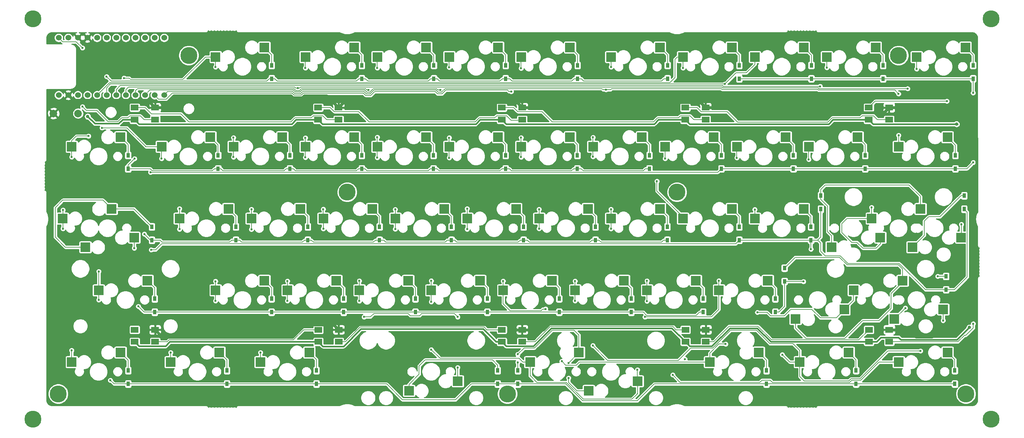
<source format=gbl>
G04 #@! TF.GenerationSoftware,KiCad,Pcbnew,(5.1.9-0-10_14)*
G04 #@! TF.CreationDate,2021-12-01T15:49:55+09:00*
G04 #@! TF.ProjectId,reviung53,72657669-756e-4673-9533-2e6b69636164,1*
G04 #@! TF.SameCoordinates,PX1c9c380PY1c9c380*
G04 #@! TF.FileFunction,Copper,L2,Bot*
G04 #@! TF.FilePolarity,Positive*
%FSLAX46Y46*%
G04 Gerber Fmt 4.6, Leading zero omitted, Abs format (unit mm)*
G04 Created by KiCad (PCBNEW (5.1.9-0-10_14)) date 2021-12-01 15:49:55*
%MOMM*%
%LPD*%
G01*
G04 APERTURE LIST*
G04 #@! TA.AperFunction,ComponentPad*
%ADD10C,4.500000*%
G04 #@! TD*
G04 #@! TA.AperFunction,SMDPad,CuDef*
%ADD11R,2.550000X2.500000*%
G04 #@! TD*
G04 #@! TA.AperFunction,ComponentPad*
%ADD12C,1.524000*%
G04 #@! TD*
G04 #@! TA.AperFunction,SMDPad,CuDef*
%ADD13R,0.950000X1.300000*%
G04 #@! TD*
G04 #@! TA.AperFunction,ComponentPad*
%ADD14C,2.000000*%
G04 #@! TD*
G04 #@! TA.AperFunction,SMDPad,CuDef*
%ADD15R,2.000000X1.500000*%
G04 #@! TD*
G04 #@! TA.AperFunction,ViaPad*
%ADD16C,0.600000*%
G04 #@! TD*
G04 #@! TA.AperFunction,ViaPad*
%ADD17C,0.900000*%
G04 #@! TD*
G04 #@! TA.AperFunction,Conductor*
%ADD18C,0.200000*%
G04 #@! TD*
G04 #@! TA.AperFunction,Conductor*
%ADD19C,0.800000*%
G04 #@! TD*
G04 #@! TA.AperFunction,Conductor*
%ADD20C,0.400000*%
G04 #@! TD*
G04 #@! TA.AperFunction,Conductor*
%ADD21C,0.254000*%
G04 #@! TD*
G04 #@! TA.AperFunction,Conductor*
%ADD22C,0.100000*%
G04 #@! TD*
G04 APERTURE END LIST*
D10*
X80130000Y-42880000D03*
X3590000Y-96420000D03*
X244030000Y-96420000D03*
X226200000Y-6600000D03*
X38180000Y-6600000D03*
X122590000Y-96420000D03*
X167500000Y-42870000D03*
D11*
X109441250Y-93052500D03*
X96514250Y-95592500D03*
X102415000Y-68922500D03*
X115342000Y-66382500D03*
D10*
X250720000Y3080000D03*
X250730000Y-103120000D03*
X-3120000Y-103120000D03*
X-3120000Y3080000D03*
D12*
X3712000Y-17118600D03*
X6252000Y-17118600D03*
X8792000Y-17118600D03*
X11332000Y-17118600D03*
X13872000Y-17118600D03*
X16412000Y-17118600D03*
X18952000Y-17118600D03*
X21492000Y-17118600D03*
X24032000Y-17118600D03*
X26572000Y-17118600D03*
X29112000Y-17118600D03*
X31652000Y-17118600D03*
X31652000Y-1898600D03*
X29112000Y-1898600D03*
X26572000Y-1898600D03*
X24032000Y-1898600D03*
X21492000Y-1898600D03*
X18952000Y-1898600D03*
X16412000Y-1898600D03*
X13872000Y-1898600D03*
X11332000Y-1898600D03*
X8792000Y-1898600D03*
X6252000Y-1898600D03*
X3712000Y-1898600D03*
D13*
X60150000Y-9225000D03*
X60150000Y-12775000D03*
X84000000Y-9225000D03*
X84000000Y-12775000D03*
X103100000Y-9225000D03*
X103100000Y-12775000D03*
X122100000Y-9225000D03*
X122100000Y-12775000D03*
X141150000Y-9225000D03*
X141150000Y-12775000D03*
X165000000Y-9225000D03*
X165000000Y-12775000D03*
X22100000Y-33125000D03*
X22100000Y-36675000D03*
X45950000Y-33125000D03*
X45950000Y-36675000D03*
X64950000Y-33125000D03*
X64950000Y-36675000D03*
X84000000Y-33125000D03*
X84000000Y-36675000D03*
X103000000Y-33125000D03*
X103000000Y-36675000D03*
X122100000Y-33125000D03*
X122100000Y-36675000D03*
X141100000Y-33125000D03*
X141100000Y-36675000D03*
X160200000Y-33125000D03*
X160200000Y-36675000D03*
X50650000Y-52075000D03*
X50650000Y-55625000D03*
X69700000Y-52075000D03*
X69700000Y-55625000D03*
X88700000Y-52075000D03*
X88700000Y-55625000D03*
X107750000Y-52075000D03*
X107750000Y-55625000D03*
X126850000Y-52075000D03*
X126850000Y-55625000D03*
X145900000Y-52075000D03*
X145900000Y-55625000D03*
X164950000Y-52075000D03*
X164950000Y-55625000D03*
X28380000Y-52075000D03*
X28380000Y-55625000D03*
X29150000Y-71175000D03*
X29150000Y-74725000D03*
X60100000Y-71175000D03*
X60100000Y-74725000D03*
X79200000Y-71175000D03*
X79200000Y-74725000D03*
X98200000Y-71175000D03*
X98200000Y-74725000D03*
X117250000Y-71175000D03*
X117250000Y-74725000D03*
X136300000Y-71175000D03*
X136300000Y-74725000D03*
X155400000Y-71175000D03*
X155400000Y-74725000D03*
X174450000Y-71175000D03*
X174450000Y-74725000D03*
X184000000Y-9225000D03*
X184000000Y-12775000D03*
X203100000Y-9225000D03*
X203100000Y-12775000D03*
X222100000Y-9225000D03*
X222100000Y-12775000D03*
X245950000Y-9225000D03*
X245950000Y-12775000D03*
X179250000Y-33125000D03*
X179250000Y-36675000D03*
X198350000Y-33125000D03*
X198350000Y-36675000D03*
X217350000Y-33125000D03*
X217350000Y-36675000D03*
X241250000Y-33125000D03*
X241250000Y-36675000D03*
X184000000Y-52075000D03*
X184000000Y-55625000D03*
X203000000Y-52075000D03*
X203000000Y-55625000D03*
X243600000Y-43825000D03*
X243600000Y-47375000D03*
X193550000Y-71175000D03*
X193550000Y-74725000D03*
X238800000Y-65225000D03*
X238800000Y-68775000D03*
X205600000Y-43825000D03*
X205600000Y-47375000D03*
X196000000Y-63025000D03*
X196000000Y-66575000D03*
X22130000Y-90225000D03*
X22130000Y-93775000D03*
X48290000Y-90225000D03*
X48290000Y-93775000D03*
X72000000Y-90225000D03*
X72000000Y-93775000D03*
X120000000Y-90225000D03*
X120000000Y-93775000D03*
X191200000Y-90225000D03*
X191200000Y-93775000D03*
X214950000Y-90225000D03*
X214950000Y-93775000D03*
X241100000Y-90225000D03*
X241100000Y-93775000D03*
X125350000Y-90225000D03*
X125350000Y-93775000D03*
D14*
X2350000Y-22000000D03*
X8850000Y-22000000D03*
D15*
X29250000Y-20450000D03*
X29250000Y-23650000D03*
X23850000Y-20450000D03*
X23850000Y-23650000D03*
X77850000Y-20450000D03*
X77850000Y-23650000D03*
X72450000Y-20450000D03*
X72450000Y-23650000D03*
X126500000Y-20450000D03*
X126500000Y-23650000D03*
X121100000Y-20450000D03*
X121100000Y-23650000D03*
X175100000Y-20450000D03*
X175100000Y-23650000D03*
X169700000Y-20450000D03*
X169700000Y-23650000D03*
X223700000Y-20450000D03*
X223700000Y-23650000D03*
X218300000Y-20450000D03*
X218300000Y-23650000D03*
X223750000Y-79400000D03*
X223750000Y-82600000D03*
X218350000Y-79400000D03*
X218350000Y-82600000D03*
X175150000Y-79400000D03*
X175150000Y-82600000D03*
X169750000Y-79400000D03*
X169750000Y-82600000D03*
X126500000Y-79400000D03*
X126500000Y-82600000D03*
X121100000Y-79400000D03*
X121100000Y-82600000D03*
X77900000Y-79400000D03*
X77900000Y-82600000D03*
X72500000Y-79400000D03*
X72500000Y-82600000D03*
X29250000Y-79400000D03*
X29250000Y-82600000D03*
X23850000Y-79400000D03*
X23850000Y-82600000D03*
D11*
X45265000Y-7010000D03*
X58192000Y-4470000D03*
X69077500Y-7010000D03*
X82004500Y-4470000D03*
X88127500Y-7010000D03*
X101054500Y-4470000D03*
X107177500Y-7010000D03*
X120104500Y-4470000D03*
X126227500Y-7010000D03*
X139154500Y-4470000D03*
X150040000Y-7010000D03*
X162967000Y-4470000D03*
X7165000Y-30822500D03*
X20092000Y-28282500D03*
X30977500Y-30822500D03*
X43904500Y-28282500D03*
X50027500Y-30822500D03*
X62954500Y-28282500D03*
X69077500Y-30822500D03*
X82004500Y-28282500D03*
X88127500Y-30822500D03*
X101054500Y-28282500D03*
X107177500Y-30822500D03*
X120104500Y-28282500D03*
X126227500Y-30822500D03*
X139154500Y-28282500D03*
X145277500Y-30822500D03*
X158204500Y-28282500D03*
X23716250Y-54952500D03*
X10789250Y-57492500D03*
X35740000Y-49872500D03*
X48667000Y-47332500D03*
X54790000Y-49872500D03*
X67717000Y-47332500D03*
X73840000Y-49872500D03*
X86767000Y-47332500D03*
X92890000Y-49872500D03*
X105817000Y-47332500D03*
X111940000Y-49872500D03*
X124867000Y-47332500D03*
X130990000Y-49872500D03*
X143917000Y-47332500D03*
X150040000Y-49872500D03*
X162967000Y-47332500D03*
X14308750Y-68922500D03*
X27235750Y-66382500D03*
X45265000Y-68922500D03*
X58192000Y-66382500D03*
X64315000Y-68922500D03*
X77242000Y-66382500D03*
X83365000Y-68922500D03*
X96292000Y-66382500D03*
X121465000Y-68922500D03*
X134392000Y-66382500D03*
X140515000Y-68922500D03*
X153442000Y-66382500D03*
X159565000Y-68922500D03*
X172492000Y-66382500D03*
X169090000Y-7010000D03*
X182017000Y-4470000D03*
X188140000Y-7010000D03*
X201067000Y-4470000D03*
X207190000Y-7010000D03*
X220117000Y-4470000D03*
X231002500Y-7010000D03*
X243929500Y-4470000D03*
X164327500Y-30822500D03*
X177254500Y-28282500D03*
X183377500Y-30822500D03*
X196304500Y-28282500D03*
X202427500Y-30822500D03*
X215354500Y-28282500D03*
X226240000Y-30822500D03*
X239167000Y-28282500D03*
X169090000Y-49872500D03*
X182017000Y-47332500D03*
X188140000Y-49872500D03*
X201067000Y-47332500D03*
X221360000Y-54952500D03*
X208433000Y-57492500D03*
X219096250Y-49872500D03*
X232023250Y-47332500D03*
X242791250Y-54952500D03*
X229864250Y-57492500D03*
X128608750Y-87972500D03*
X141535750Y-85432500D03*
X157066250Y-93052500D03*
X144139250Y-95592500D03*
X178615000Y-68922500D03*
X191542000Y-66382500D03*
X211835000Y-74002500D03*
X198908000Y-76542500D03*
X238028750Y-74002500D03*
X225101750Y-76542500D03*
X7165000Y-87972500D03*
X20092000Y-85432500D03*
X33358750Y-87972500D03*
X46285750Y-85432500D03*
X57171250Y-87972500D03*
X70098250Y-85432500D03*
X176233750Y-87972500D03*
X189160750Y-85432500D03*
X200046250Y-87972500D03*
X212973250Y-85432500D03*
X226240000Y-87972500D03*
X239167000Y-85432500D03*
X214333750Y-68922500D03*
X227260750Y-66382500D03*
X17710750Y-47332500D03*
X4783750Y-49872500D03*
D16*
X169600000Y-87200000D03*
X16400000Y-12200000D03*
X23800000Y-34000000D03*
X26400000Y-54000000D03*
X24800000Y-73200000D03*
X245950000Y-16550000D03*
X28025001Y-37625001D03*
X246000000Y-35000000D03*
X28200000Y-58200000D03*
X203000000Y-58000000D03*
X201000000Y-66600000D03*
X236575000Y-65225000D03*
X228000000Y-73638000D03*
X17400000Y-92800000D03*
X138800000Y-88200000D03*
X138800000Y-92200000D03*
X125350000Y-85900000D03*
X125350000Y-88050000D03*
X133160000Y-82710000D03*
X132800000Y-92000000D03*
X156000000Y-84400000D03*
X144600000Y-86600000D03*
X143400000Y-80000000D03*
X165400000Y-84400000D03*
X170400000Y-92200000D03*
X193600000Y-84400000D03*
X175400000Y-85200000D03*
X214800000Y-73200000D03*
X217400000Y-52400000D03*
X206800000Y-54800000D03*
X181800000Y-23800000D03*
X133000000Y-24000000D03*
X84600000Y-24000000D03*
X108400000Y-97000000D03*
X99800000Y-92600000D03*
X122800000Y-91600000D03*
X118000000Y-88600000D03*
X36400000Y-23800000D03*
X201500000Y-79500000D03*
X140500000Y-81000000D03*
X150065000Y-9665000D03*
X145265000Y-28335000D03*
X145265000Y-33465000D03*
X150015000Y-47415000D03*
X150015000Y-52585000D03*
X159565000Y-66435000D03*
X159565000Y-71835000D03*
X166400000Y-91400000D03*
X226215000Y-27815000D03*
X226200000Y-16800000D03*
X148700000Y-15700000D03*
D17*
X11400000Y-22800000D03*
X245000000Y-78800000D03*
X241599999Y-24800001D03*
D16*
X10000000Y-20200000D03*
X10000000Y-4600000D03*
X246000000Y-77800000D03*
X239000000Y-18750000D03*
X57165000Y-85435000D03*
X64315000Y-71715000D03*
X64315000Y-66485000D03*
X54765000Y-52765000D03*
X54765000Y-47435000D03*
X50015000Y-33585000D03*
X50015000Y-28415000D03*
X45265000Y-9665000D03*
X21000000Y-12600000D03*
X207215000Y-9815000D03*
X205400000Y-14800000D03*
X219065000Y-46935000D03*
X69065000Y-9935000D03*
X83365000Y-71765000D03*
X83365000Y-66435000D03*
X73815000Y-52585000D03*
X73800000Y-47400000D03*
X69065000Y-33665000D03*
X69065000Y-28465000D03*
X231015000Y-10185000D03*
X228600000Y-15400000D03*
X67100000Y-15300000D03*
X242835000Y-51435000D03*
X109400000Y-89400000D03*
X109400000Y-76000000D03*
X84600000Y-76000000D03*
X102415000Y-66415000D03*
X92865000Y-52665000D03*
X92865000Y-47465000D03*
X88115000Y-33715000D03*
X88115000Y-28315000D03*
X88115000Y-9915000D03*
X102415000Y-71985000D03*
X157035000Y-90035000D03*
X159000000Y-76000000D03*
X178615000Y-66415000D03*
X164365000Y-33965000D03*
X85800000Y-15800000D03*
X102415000Y-84665000D03*
X121465000Y-66465000D03*
X111915000Y-52715000D03*
X111915000Y-47285000D03*
X107165000Y-33765000D03*
X107165000Y-28435000D03*
X107165000Y-9765000D03*
X132700000Y-73900000D03*
X183365000Y-33765000D03*
X104800000Y-15800000D03*
X180400000Y-83200000D03*
X188800000Y-74800000D03*
X136975000Y-87775000D03*
X126215000Y-9985000D03*
X126215000Y-28415000D03*
X126215000Y-33585000D03*
X130965000Y-47435000D03*
X130965000Y-52565000D03*
X140515000Y-66485000D03*
X140515000Y-71715000D03*
X123600000Y-16200000D03*
X145200000Y-83600000D03*
X238035000Y-76965000D03*
X232000000Y-85000000D03*
X202415000Y-34185000D03*
X195400000Y-86000000D03*
X7165000Y-33565000D03*
X14315000Y-71485000D03*
X7135000Y-84865000D03*
X14315000Y-63915000D03*
X23735000Y-57735000D03*
X169115000Y-9915000D03*
X162200000Y-40000000D03*
X11600000Y-28000000D03*
X4835000Y-47635000D03*
X4835000Y-52565000D03*
X33365000Y-85435000D03*
X45265000Y-71735000D03*
X45265000Y-66535000D03*
X35715000Y-52715000D03*
X35715000Y-47285000D03*
X30965000Y-33965000D03*
X188115000Y-47485000D03*
X180200000Y-14200000D03*
X15200000Y-25800000D03*
D18*
X58850010Y-13399990D02*
X19999990Y-13399990D01*
X59475000Y-12775000D02*
X58850010Y-13399990D01*
X60150000Y-12775000D02*
X59475000Y-12775000D01*
X19999990Y-13399990D02*
X17599990Y-13399990D01*
X17599990Y-13399990D02*
X16400000Y-12200000D01*
X16400000Y-12200000D02*
X16400000Y-12200000D01*
X60150000Y-12775000D02*
X60975010Y-12775000D01*
X60975010Y-12775000D02*
X61600000Y-13399990D01*
X82600010Y-13399990D02*
X83225000Y-12775000D01*
X61600000Y-13399990D02*
X82600010Y-13399990D01*
X84000000Y-12775000D02*
X83225000Y-12775000D01*
X84000000Y-12775000D02*
X84975010Y-12775000D01*
X84975010Y-12775000D02*
X85600010Y-13400000D01*
X101600000Y-13400000D02*
X102225000Y-12775000D01*
X85600010Y-13400000D02*
X101600000Y-13400000D01*
X103100000Y-12775000D02*
X102225000Y-12775000D01*
X103100000Y-12775000D02*
X103975000Y-12775000D01*
X103975000Y-12775000D02*
X104600000Y-13400000D01*
X120600000Y-13400000D02*
X121225000Y-12775000D01*
X104600000Y-13400000D02*
X120600000Y-13400000D01*
X122100000Y-12775000D02*
X121225000Y-12775000D01*
X122100000Y-12775000D02*
X123175010Y-12775000D01*
X123175010Y-12775000D02*
X123800000Y-13399990D01*
X139600010Y-13399990D02*
X140225000Y-12775000D01*
X123800000Y-13399990D02*
X139600010Y-13399990D01*
X141150000Y-12775000D02*
X140225000Y-12775000D01*
X141150000Y-12775000D02*
X142175010Y-12775000D01*
X142175010Y-12775000D02*
X142800010Y-13400000D01*
X163400000Y-13400000D02*
X164025000Y-12775000D01*
X142800010Y-13400000D02*
X163400000Y-13400000D01*
X165000000Y-12775000D02*
X164025000Y-12775000D01*
X60150000Y-9225000D02*
X60150000Y-6428000D01*
X60150000Y-6428000D02*
X58192000Y-4470000D01*
X84000000Y-6465500D02*
X82004500Y-4470000D01*
X84000000Y-9225000D02*
X84000000Y-6465500D01*
X103100000Y-6515500D02*
X101054500Y-4470000D01*
X103100000Y-9225000D02*
X103100000Y-6515500D01*
X122100000Y-6465500D02*
X120104500Y-4470000D01*
X122100000Y-9225000D02*
X122100000Y-6465500D01*
X141150000Y-6465500D02*
X139154500Y-4470000D01*
X141150000Y-9225000D02*
X141150000Y-6465500D01*
X165000000Y-9225000D02*
X165000000Y-6478000D01*
X162992000Y-4470000D02*
X162967000Y-4470000D01*
X165000000Y-6478000D02*
X162992000Y-4470000D01*
X22100000Y-36675000D02*
X22100000Y-35700000D01*
X22100000Y-35700000D02*
X23800000Y-34000000D01*
X23800000Y-34000000D02*
X23800000Y-34000000D01*
X160200000Y-36675000D02*
X159149991Y-36675000D01*
X159149991Y-36675000D02*
X158600000Y-37224991D01*
X142674991Y-37224991D02*
X142125000Y-36675000D01*
X158600000Y-37224991D02*
X142674991Y-37224991D01*
X142125000Y-36675000D02*
X141100000Y-36675000D01*
X141100000Y-36675000D02*
X140125000Y-36675000D01*
X140125000Y-36675000D02*
X139575009Y-37224991D01*
X123674991Y-37224991D02*
X123125000Y-36675000D01*
X139575009Y-37224991D02*
X123674991Y-37224991D01*
X123125000Y-36675000D02*
X122100000Y-36675000D01*
X122100000Y-36675000D02*
X121149991Y-36675000D01*
X121149991Y-36675000D02*
X120600000Y-37224991D01*
X104474991Y-37224991D02*
X103925000Y-36675000D01*
X120600000Y-37224991D02*
X104474991Y-37224991D01*
X103925000Y-36675000D02*
X103000000Y-36675000D01*
X103000000Y-36675000D02*
X102149991Y-36675000D01*
X102149991Y-36675000D02*
X101624991Y-37200000D01*
X101624991Y-37200000D02*
X85400000Y-37200000D01*
X85400000Y-37200000D02*
X84875000Y-36675000D01*
X84875000Y-36675000D02*
X84000000Y-36675000D01*
X84000000Y-36675000D02*
X83149991Y-36675000D01*
X83149991Y-36675000D02*
X82600000Y-37224991D01*
X66424991Y-37224991D02*
X65875000Y-36675000D01*
X82600000Y-37224991D02*
X66424991Y-37224991D01*
X65875000Y-36675000D02*
X64950000Y-36675000D01*
X64950000Y-36675000D02*
X63949991Y-36675000D01*
X63949991Y-36675000D02*
X63400000Y-37224991D01*
X47224991Y-37224991D02*
X46675000Y-36675000D01*
X63400000Y-37224991D02*
X47224991Y-37224991D01*
X46675000Y-36675000D02*
X45950000Y-36675000D01*
X26725000Y-36675000D02*
X22100000Y-36675000D01*
X27963002Y-36675000D02*
X26725000Y-36675000D01*
X28512993Y-37224991D02*
X27963002Y-36675000D01*
X45950000Y-36675000D02*
X44949991Y-36675000D01*
X44400000Y-37224991D02*
X28512993Y-37224991D01*
X44949991Y-36675000D02*
X44400000Y-37224991D01*
X22100000Y-33125000D02*
X22100000Y-30278000D01*
X22087500Y-30278000D02*
X20092000Y-28282500D01*
X22100000Y-30278000D02*
X22087500Y-30278000D01*
X45950000Y-33125000D02*
X45950000Y-30328000D01*
X45950000Y-30328000D02*
X43904500Y-28282500D01*
X64950000Y-33125000D02*
X64950000Y-30278000D01*
X64950000Y-30278000D02*
X62954500Y-28282500D01*
X84000000Y-33125000D02*
X84000000Y-30278000D01*
X84000000Y-30278000D02*
X82004500Y-28282500D01*
X103000000Y-33125000D02*
X103000000Y-30228000D01*
X103000000Y-30228000D02*
X101054500Y-28282500D01*
X122100000Y-33125000D02*
X122100000Y-30278000D01*
X122100000Y-30278000D02*
X120104500Y-28282500D01*
X141100000Y-33125000D02*
X141100000Y-30228000D01*
X141100000Y-30228000D02*
X139154500Y-28282500D01*
X160200000Y-33125000D02*
X160200000Y-30278000D01*
X160200000Y-30278000D02*
X158204500Y-28282500D01*
X28380000Y-55625000D02*
X28025000Y-55625000D01*
X28025000Y-55625000D02*
X26400000Y-54000000D01*
X50650000Y-55625000D02*
X49549991Y-55625000D01*
X31124991Y-56174991D02*
X30575000Y-55625000D01*
X49000000Y-56174991D02*
X31124991Y-56174991D01*
X49549991Y-55625000D02*
X49000000Y-56174991D01*
X28380000Y-55625000D02*
X30575000Y-55625000D01*
X50650000Y-55625000D02*
X51650009Y-55625000D01*
X51650009Y-55625000D02*
X52200000Y-56174991D01*
X68275009Y-56174991D02*
X68825000Y-55625000D01*
X52200000Y-56174991D02*
X68275009Y-56174991D01*
X68825000Y-55625000D02*
X69700000Y-55625000D01*
X69700000Y-55625000D02*
X70650009Y-55625000D01*
X70650009Y-55625000D02*
X71200000Y-56174991D01*
X87075009Y-56174991D02*
X87625000Y-55625000D01*
X71200000Y-56174991D02*
X87075009Y-56174991D01*
X87625000Y-55625000D02*
X88700000Y-55625000D01*
X88700000Y-55625000D02*
X89850009Y-55625000D01*
X89850009Y-55625000D02*
X90400000Y-56174991D01*
X106075009Y-56174991D02*
X106625000Y-55625000D01*
X90400000Y-56174991D02*
X106075009Y-56174991D01*
X106625000Y-55625000D02*
X107750000Y-55625000D01*
X107750000Y-55625000D02*
X108650009Y-55625000D01*
X108650009Y-55625000D02*
X109200000Y-56174991D01*
X125425009Y-56174991D02*
X125975000Y-55625000D01*
X109200000Y-56174991D02*
X125425009Y-56174991D01*
X125975000Y-55625000D02*
X126850000Y-55625000D01*
X126850000Y-55625000D02*
X127850009Y-55625000D01*
X127850009Y-55625000D02*
X128400000Y-56174991D01*
X144425009Y-56174991D02*
X144975000Y-55625000D01*
X128400000Y-56174991D02*
X144425009Y-56174991D01*
X144975000Y-55625000D02*
X145900000Y-55625000D01*
X145900000Y-55625000D02*
X146850009Y-55625000D01*
X146850009Y-55625000D02*
X147400000Y-56174991D01*
X163425009Y-56174991D02*
X163975000Y-55625000D01*
X147400000Y-56174991D02*
X163425009Y-56174991D01*
X163975000Y-55625000D02*
X164950000Y-55625000D01*
X50650000Y-52075000D02*
X50650000Y-49328000D01*
X48667000Y-47345000D02*
X50650000Y-49328000D01*
X48667000Y-47332500D02*
X48667000Y-47345000D01*
X69700000Y-49315500D02*
X67717000Y-47332500D01*
X69700000Y-52075000D02*
X69700000Y-49315500D01*
X88700000Y-49265500D02*
X86767000Y-47332500D01*
X88700000Y-52075000D02*
X88700000Y-49265500D01*
X107750000Y-49265500D02*
X105817000Y-47332500D01*
X107750000Y-52075000D02*
X107750000Y-49265500D01*
X126850000Y-49315500D02*
X124867000Y-47332500D01*
X126850000Y-52075000D02*
X126850000Y-49315500D01*
X145900000Y-49315500D02*
X143917000Y-47332500D01*
X145900000Y-52075000D02*
X145900000Y-49315500D01*
X164950000Y-52075000D02*
X164950000Y-49328000D01*
X162967000Y-47345000D02*
X164950000Y-49328000D01*
X162967000Y-47332500D02*
X162967000Y-47345000D01*
X23625000Y-47320000D02*
X23752500Y-47447500D01*
X15442000Y-45000000D02*
X4800000Y-45000000D01*
X4800000Y-45000000D02*
X2800000Y-47000000D01*
X2800000Y-47000000D02*
X2800000Y-54800000D01*
X17710750Y-47268750D02*
X15442000Y-45000000D01*
X17710750Y-47332500D02*
X17710750Y-47268750D01*
X17710750Y-47332500D02*
X23637500Y-47332500D01*
X23902500Y-47597500D02*
X28380000Y-52075000D01*
X23637500Y-47332500D02*
X23902500Y-47597500D01*
X23752500Y-47447500D02*
X23902500Y-47597500D01*
X5492500Y-57492500D02*
X5400000Y-57400000D01*
X10789250Y-57492500D02*
X5492500Y-57492500D01*
X5400000Y-57400000D02*
X5480000Y-57480000D01*
X2800000Y-54800000D02*
X5400000Y-57400000D01*
X155400000Y-74725000D02*
X136300000Y-74725000D01*
X136300000Y-74725000D02*
X117250000Y-74725000D01*
X117250000Y-74725000D02*
X98200000Y-74725000D01*
X98200000Y-74725000D02*
X79200000Y-74725000D01*
X79200000Y-74725000D02*
X60100000Y-74725000D01*
X60100000Y-74725000D02*
X29150000Y-74725000D01*
X29150000Y-74725000D02*
X26325000Y-74725000D01*
X26325000Y-74725000D02*
X24800000Y-73200000D01*
X24800000Y-73200000D02*
X24800000Y-73200000D01*
X174450000Y-74725000D02*
X173475000Y-74725000D01*
X173475000Y-74725000D02*
X172600010Y-75599990D01*
X158613002Y-74725000D02*
X158125000Y-74725000D01*
X172600010Y-75599990D02*
X159487992Y-75599990D01*
X159487992Y-75599990D02*
X158613002Y-74725000D01*
X158125000Y-74725000D02*
X155400000Y-74725000D01*
X29150000Y-71175000D02*
X29150000Y-68278000D01*
X27254500Y-66382500D02*
X29150000Y-68278000D01*
X27235750Y-66382500D02*
X27254500Y-66382500D01*
X60100000Y-71175000D02*
X60100000Y-68278000D01*
X58204500Y-66382500D02*
X60100000Y-68278000D01*
X58192000Y-66382500D02*
X58204500Y-66382500D01*
X79200000Y-71175000D02*
X79200000Y-68328000D01*
X79187500Y-68328000D02*
X77242000Y-66382500D01*
X79200000Y-68328000D02*
X79187500Y-68328000D01*
X98200000Y-71175000D02*
X98200000Y-68278000D01*
X96304500Y-66382500D02*
X98200000Y-68278000D01*
X96292000Y-66382500D02*
X96304500Y-66382500D01*
X117250000Y-71175000D02*
X117250000Y-68278000D01*
X115354500Y-66382500D02*
X117250000Y-68278000D01*
X115342000Y-66382500D02*
X115354500Y-66382500D01*
X136300000Y-71175000D02*
X136300000Y-68278000D01*
X134404500Y-66382500D02*
X136300000Y-68278000D01*
X134392000Y-66382500D02*
X134404500Y-66382500D01*
X155400000Y-71175000D02*
X155400000Y-68328000D01*
X153454500Y-66382500D02*
X155400000Y-68328000D01*
X153442000Y-66382500D02*
X153454500Y-66382500D01*
X174450000Y-71175000D02*
X174450000Y-68328000D01*
X172504500Y-66382500D02*
X174450000Y-68328000D01*
X172492000Y-66382500D02*
X172504500Y-66382500D01*
X184000000Y-9225000D02*
X184000000Y-6428000D01*
X182042000Y-4470000D02*
X182017000Y-4470000D01*
X184000000Y-6428000D02*
X182042000Y-4470000D01*
X245950000Y-12775000D02*
X222100000Y-12775000D01*
X222100000Y-12775000D02*
X203100000Y-12775000D01*
X203100000Y-12775000D02*
X184000000Y-12775000D01*
X241250000Y-36675000D02*
X217350000Y-36675000D01*
X217350000Y-36675000D02*
X198350000Y-36675000D01*
X198350000Y-36675000D02*
X179250000Y-36675000D01*
X241250000Y-36675000D02*
X241325000Y-36675000D01*
X245950000Y-12775000D02*
X245950000Y-16550000D01*
X245950000Y-16550000D02*
X245950000Y-16550000D01*
X178299999Y-37625001D02*
X29974999Y-37625001D01*
X179250000Y-36675000D02*
X178299999Y-37625001D01*
X29974999Y-37625001D02*
X28025001Y-37625001D01*
X28025001Y-37625001D02*
X28025001Y-37625001D01*
X241250000Y-36675000D02*
X244325000Y-36675000D01*
X244325000Y-36675000D02*
X246000000Y-35000000D01*
X246000000Y-35000000D02*
X246000000Y-35000000D01*
X203100000Y-6503000D02*
X201067000Y-4470000D01*
X203100000Y-9225000D02*
X203100000Y-6503000D01*
X222100000Y-9225000D02*
X222100000Y-6428000D01*
X220142000Y-4470000D02*
X220117000Y-4470000D01*
X222100000Y-6428000D02*
X220142000Y-4470000D01*
X245950000Y-6490500D02*
X243929500Y-4470000D01*
X245950000Y-9225000D02*
X245950000Y-6490500D01*
X179250000Y-33125000D02*
X179250000Y-30228000D01*
X177304500Y-28282500D02*
X179250000Y-30228000D01*
X177254500Y-28282500D02*
X177304500Y-28282500D01*
X198350000Y-33125000D02*
X198350000Y-30328000D01*
X196304500Y-28282500D02*
X198350000Y-30328000D01*
X217350000Y-33125000D02*
X217350000Y-30278000D01*
X215354500Y-28282500D02*
X217350000Y-30278000D01*
X241250000Y-33125000D02*
X241250000Y-30378000D01*
X239167000Y-28295000D02*
X241250000Y-30378000D01*
X239167000Y-28282500D02*
X239167000Y-28295000D01*
X184000000Y-55625000D02*
X203000000Y-55625000D01*
X183049999Y-56575001D02*
X38424999Y-56575001D01*
X184000000Y-55625000D02*
X183049999Y-56575001D01*
X38424999Y-56575001D02*
X34575001Y-56575001D01*
X34575001Y-56575001D02*
X34424999Y-56575001D01*
X28200000Y-58200000D02*
X28200000Y-58200000D01*
X29400000Y-58200000D02*
X31024999Y-56575001D01*
X28200000Y-58200000D02*
X29400000Y-58200000D01*
X34575001Y-56575001D02*
X31024999Y-56575001D01*
X193550000Y-74725000D02*
X194475000Y-74725000D01*
X196000000Y-73200000D02*
X196000000Y-66575000D01*
X194475000Y-74725000D02*
X196000000Y-73200000D01*
X205600000Y-47375000D02*
X205600000Y-54800000D01*
X204775000Y-55625000D02*
X203000000Y-55625000D01*
X205600000Y-54800000D02*
X204775000Y-55625000D01*
X203000000Y-55625000D02*
X203000000Y-58000000D01*
X203000000Y-58000000D02*
X203000000Y-58000000D01*
X196025000Y-66600000D02*
X196000000Y-66575000D01*
X201000000Y-66600000D02*
X196025000Y-66600000D01*
X244410001Y-48185001D02*
X244410001Y-65389999D01*
X243600000Y-47375000D02*
X244410001Y-48185001D01*
X241025000Y-68775000D02*
X238800000Y-68775000D01*
X244410001Y-65389999D02*
X241025000Y-68775000D01*
X238775000Y-68800000D02*
X238800000Y-68775000D01*
X233365699Y-68800000D02*
X234200000Y-68800000D01*
X210765689Y-59799990D02*
X212765689Y-61799990D01*
X212765689Y-61799990D02*
X226365689Y-61799990D01*
X205600000Y-56400000D02*
X205600000Y-58600000D01*
X204775000Y-55625000D02*
X204825000Y-55625000D01*
X204825000Y-55625000D02*
X205600000Y-56400000D01*
X205600000Y-58600000D02*
X206799990Y-59799990D01*
X234200000Y-68800000D02*
X238775000Y-68800000D01*
X226365689Y-61799990D02*
X233365699Y-68800000D01*
X206799990Y-59799990D02*
X210765689Y-59799990D01*
X184000000Y-49315500D02*
X182017000Y-47332500D01*
X184000000Y-52075000D02*
X184000000Y-49315500D01*
X203000000Y-49265500D02*
X201067000Y-47332500D01*
X203000000Y-52075000D02*
X203000000Y-49265500D01*
X243600000Y-43825000D02*
X242775000Y-43825000D01*
X242775000Y-43825000D02*
X237200000Y-49400000D01*
X237200000Y-49400000D02*
X234200000Y-49400000D01*
X234200000Y-49400000D02*
X233000000Y-50600000D01*
X233000000Y-50600000D02*
X233000000Y-54388000D01*
X229895500Y-57492500D02*
X233000000Y-54388000D01*
X229864250Y-57492500D02*
X229895500Y-57492500D01*
X193550000Y-71175000D02*
X193550000Y-68378000D01*
X191554500Y-66382500D02*
X193550000Y-68378000D01*
X191542000Y-66382500D02*
X191554500Y-66382500D01*
X238800000Y-65225000D02*
X236575000Y-65225000D01*
X228000000Y-73638000D02*
X228000000Y-73638000D01*
X236575000Y-65225000D02*
X236575000Y-65225000D01*
X225101750Y-76536250D02*
X225101750Y-76542500D01*
X228000000Y-73638000D02*
X225101750Y-76536250D01*
X231992000Y-43992000D02*
X229000000Y-41000000D01*
X229000000Y-41000000D02*
X206800000Y-41000000D01*
X205600000Y-42200000D02*
X205600000Y-43825000D01*
X206800000Y-41000000D02*
X205600000Y-42200000D01*
X205600000Y-43825000D02*
X205600000Y-44800000D01*
X205600000Y-44800000D02*
X207400000Y-46600000D01*
X207400000Y-46600000D02*
X207400000Y-53400000D01*
X207400000Y-53400000D02*
X208458000Y-54458000D01*
X208458000Y-57467500D02*
X208433000Y-57492500D01*
X208458000Y-54458000D02*
X208458000Y-57467500D01*
X231992000Y-47301250D02*
X232023250Y-47332500D01*
X231992000Y-43992000D02*
X231992000Y-47301250D01*
X210600000Y-60200000D02*
X212600000Y-62200000D01*
X198825000Y-60200000D02*
X210600000Y-60200000D01*
X196000000Y-63025000D02*
X198825000Y-60200000D01*
X198908000Y-78908000D02*
X201699980Y-81699980D01*
X198908000Y-76542500D02*
X198908000Y-78908000D01*
X227260750Y-66382500D02*
X227260750Y-63260750D01*
X226200000Y-62200000D02*
X225050000Y-62200000D01*
X227260750Y-63260750D02*
X226200000Y-62200000D01*
X225050000Y-62200000D02*
X225400000Y-62200000D01*
X212600000Y-62200000D02*
X225050000Y-62200000D01*
X216649960Y-77000000D02*
X211949980Y-81699980D01*
X221000000Y-77000000D02*
X216649960Y-77000000D01*
X227260750Y-66739250D02*
X224250000Y-69750000D01*
X227260750Y-66382500D02*
X227260750Y-66739250D01*
X224250000Y-69750000D02*
X224250000Y-73750000D01*
X224250000Y-73750000D02*
X221000000Y-77000000D01*
X201699980Y-81699980D02*
X211949980Y-81699980D01*
X22130000Y-90225000D02*
X22130000Y-87488000D01*
X20092000Y-85450000D02*
X22130000Y-87488000D01*
X20092000Y-85432500D02*
X20092000Y-85450000D01*
X241100000Y-93775000D02*
X214950000Y-93775000D01*
X214950000Y-93775000D02*
X191200000Y-93775000D01*
X191200000Y-93775000D02*
X161475000Y-93775000D01*
X161475000Y-93775000D02*
X157000000Y-98250000D01*
X138025000Y-93775000D02*
X142500000Y-98250000D01*
X125350000Y-93775000D02*
X138025000Y-93775000D01*
X157000000Y-98250000D02*
X142500000Y-98250000D01*
X72000000Y-93775000D02*
X48290000Y-93775000D01*
X48290000Y-93775000D02*
X22130000Y-93775000D01*
X22130000Y-93775000D02*
X18375000Y-93775000D01*
X18375000Y-93775000D02*
X17400000Y-92800000D01*
X17400000Y-92800000D02*
X17400000Y-92800000D01*
X125350000Y-93775000D02*
X120000000Y-93775000D01*
X120000000Y-93775000D02*
X113025000Y-93775000D01*
X113025000Y-93775000D02*
X108800000Y-98000000D01*
X108800000Y-98000000D02*
X94800000Y-98000000D01*
X90575000Y-93775000D02*
X72000000Y-93775000D01*
X94800000Y-98000000D02*
X90575000Y-93775000D01*
X48290000Y-90225000D02*
X48290000Y-87418000D01*
X46304500Y-85432500D02*
X48290000Y-87418000D01*
X46285750Y-85432500D02*
X46304500Y-85432500D01*
X72000000Y-90225000D02*
X72000000Y-87328000D01*
X70104500Y-85432500D02*
X72000000Y-87328000D01*
X70098250Y-85432500D02*
X70104500Y-85432500D01*
X99200000Y-91200000D02*
X99200000Y-89000000D01*
X99200000Y-89000000D02*
X100799990Y-87400010D01*
X100799990Y-87400010D02*
X118600010Y-87400010D01*
X120000000Y-88800000D02*
X120000000Y-90225000D01*
X118600010Y-87400010D02*
X120000000Y-88800000D01*
X96514250Y-93885750D02*
X96600000Y-93800000D01*
X96514250Y-95592500D02*
X96514250Y-93885750D01*
X96600000Y-93800000D02*
X99200000Y-91200000D01*
X96508000Y-93892000D02*
X96600000Y-93800000D01*
X191200000Y-87471750D02*
X189160750Y-85432500D01*
X191200000Y-90225000D02*
X191200000Y-87471750D01*
X214950000Y-90225000D02*
X214950000Y-87428000D01*
X212973250Y-85451250D02*
X214950000Y-87428000D01*
X212973250Y-85432500D02*
X212973250Y-85451250D01*
X241100000Y-90225000D02*
X241100000Y-87328000D01*
X239204500Y-85432500D02*
X241100000Y-87328000D01*
X239167000Y-85432500D02*
X239204500Y-85432500D01*
X140249990Y-79500000D02*
X134457120Y-79500000D01*
X134457120Y-79500000D02*
X129707109Y-84250011D01*
X129707109Y-84250011D02*
X126999989Y-84250011D01*
X126999989Y-84250011D02*
X125350000Y-85900000D01*
X138800000Y-93418603D02*
X138800000Y-92200000D01*
X141542000Y-85420000D02*
X141542000Y-85458000D01*
X138800000Y-88200000D02*
X138800000Y-88200000D01*
X138800000Y-92200000D02*
X138800000Y-92200000D01*
X125350000Y-85900000D02*
X125350000Y-85900000D01*
X125350000Y-88050000D02*
X125350000Y-90225000D01*
X141535750Y-85464250D02*
X141535750Y-85432500D01*
X138800000Y-88200000D02*
X141535750Y-85464250D01*
X141535750Y-85432500D02*
X141535750Y-80785760D01*
X141535750Y-80785760D02*
X140249990Y-79500000D01*
X140973898Y-95592500D02*
X140790699Y-95409301D01*
X144139250Y-95592500D02*
X140973898Y-95592500D01*
X140790699Y-95409301D02*
X138800000Y-93418603D01*
X140961397Y-95580000D02*
X140790699Y-95409301D01*
D19*
X29250000Y-20450000D02*
X31045061Y-20450000D01*
X31045061Y-20450000D02*
X34194981Y-17300080D01*
X34194981Y-17300080D02*
X65247294Y-17300080D01*
X68287019Y-17800041D02*
X68786980Y-17300080D01*
X65747255Y-17800041D02*
X68287019Y-17800041D01*
X65247294Y-17300080D02*
X65747255Y-17800041D01*
X74700080Y-17300080D02*
X77850000Y-20450000D01*
X68786980Y-17300080D02*
X74700080Y-17300080D01*
X27280601Y-18480601D02*
X29250000Y-20450000D01*
X7614001Y-18480601D02*
X27280601Y-18480601D01*
X6252000Y-17118600D02*
X7614001Y-18480601D01*
X125149999Y-19099999D02*
X126500000Y-20450000D01*
X79200001Y-19099999D02*
X125149999Y-19099999D01*
X77850000Y-20450000D02*
X79200001Y-19099999D01*
X173749999Y-19099999D02*
X175100000Y-20450000D01*
X168219999Y-19099999D02*
X173749999Y-19099999D01*
X166869998Y-20450000D02*
X168219999Y-19099999D01*
X222349999Y-21800001D02*
X223700000Y-20450000D01*
X216819999Y-21800001D02*
X222349999Y-21800001D01*
X215469998Y-20450000D02*
X216819999Y-21800001D01*
X175100000Y-20450000D02*
X215469998Y-20450000D01*
X76549999Y-78049999D02*
X77900000Y-79400000D01*
X68960039Y-78049999D02*
X76549999Y-78049999D01*
X77900000Y-79400000D02*
X81872920Y-79400000D01*
X83272939Y-77999980D02*
X122799980Y-77999980D01*
X81872920Y-79400000D02*
X83272939Y-77999980D01*
X124200000Y-79400000D02*
X126500000Y-79400000D01*
X122799980Y-77999980D02*
X124200000Y-79400000D01*
X126500000Y-79400000D02*
X132110038Y-79400000D01*
X133710057Y-77799980D02*
X171399980Y-77799980D01*
X132110038Y-79400000D02*
X133710057Y-77799980D01*
X173000000Y-79400000D02*
X175150000Y-79400000D01*
X171399980Y-77799980D02*
X173000000Y-79400000D01*
X246900001Y-48136115D02*
X245400000Y-49636116D01*
X246900001Y-28546001D02*
X246900001Y-48136115D01*
X238804000Y-20450000D02*
X246900001Y-28546001D01*
X245400000Y-49636116D02*
X245400000Y-70932002D01*
X223700000Y-20450000D02*
X238804000Y-20450000D01*
X126500000Y-20450000D02*
X166869998Y-20450000D01*
X228900000Y-79400000D02*
X230799980Y-81299980D01*
X235032022Y-81299980D02*
X236416001Y-79916001D01*
X245400000Y-70932002D02*
X236416001Y-79916001D01*
X236416001Y-79916001D02*
X235773001Y-80559001D01*
X230799980Y-81299980D02*
X235032022Y-81299980D01*
X223750000Y-79400000D02*
X228900000Y-79400000D01*
X65610058Y-81399980D02*
X66880019Y-80130019D01*
X29250000Y-79400000D02*
X31249980Y-81399980D01*
X31249980Y-81399980D02*
X65610058Y-81399980D01*
X66880019Y-80130019D02*
X68960039Y-78049999D01*
X66451037Y-80559001D02*
X66880019Y-80130019D01*
D18*
X150065000Y-9665000D02*
X150065000Y-9665000D01*
X145265000Y-28335000D02*
X145265000Y-28335000D01*
X145265000Y-33465000D02*
X145265000Y-33465000D01*
X150015000Y-47415000D02*
X150015000Y-47415000D01*
X150015000Y-52585000D02*
X150015000Y-52585000D01*
X159565000Y-66435000D02*
X159565000Y-66435000D01*
X32570540Y-16200060D02*
X31652000Y-17118600D01*
X68331338Y-16200060D02*
X67831377Y-16700021D01*
X103634308Y-15800050D02*
X87253650Y-15800050D01*
X85200009Y-16800009D02*
X84600060Y-16200060D01*
X105088001Y-16400001D02*
X104234259Y-16400001D01*
X86253691Y-16800009D02*
X85200009Y-16800009D01*
X65702936Y-16200060D02*
X32570540Y-16200060D01*
X87253650Y-15800050D02*
X86253691Y-16800009D01*
X66202897Y-16700021D02*
X65702936Y-16200060D01*
X84600060Y-16200060D02*
X68331338Y-16200060D01*
X104234259Y-16400001D02*
X103634308Y-15800050D01*
X67831377Y-16700021D02*
X66202897Y-16700021D01*
X106087962Y-15400040D02*
X105088001Y-16400001D01*
X226215000Y-27815000D02*
X226215000Y-27815000D01*
X179268642Y-15400040D02*
X179468622Y-15600020D01*
X179468622Y-15600020D02*
X198668622Y-15600020D01*
X204746319Y-15600020D02*
X204946309Y-15800010D01*
X198668622Y-15600020D02*
X204746319Y-15600020D01*
X204946309Y-15800010D02*
X225200010Y-15800010D01*
X225200010Y-15800010D02*
X226200000Y-16800000D01*
X226200000Y-16800000D02*
X226200000Y-16800000D01*
X138400000Y-15400040D02*
X136200040Y-15400040D01*
X136200040Y-15400040D02*
X147600040Y-15400040D01*
X136200040Y-15400040D02*
X106087962Y-15400040D01*
X147900000Y-15700000D02*
X148700000Y-15700000D01*
X147600040Y-15400040D02*
X147900000Y-15700000D01*
X148700000Y-15700000D02*
X149900040Y-15700000D01*
X150200000Y-15400040D02*
X155799960Y-15400040D01*
X149900040Y-15700000D02*
X150200000Y-15400040D01*
X155799960Y-15400040D02*
X179268642Y-15400040D01*
X155200000Y-15400040D02*
X155799960Y-15400040D01*
X150065000Y-7035000D02*
X150040000Y-7010000D01*
X150065000Y-9665000D02*
X150065000Y-7035000D01*
X145265000Y-30835000D02*
X145277500Y-30822500D01*
X145265000Y-33465000D02*
X145265000Y-30835000D01*
X145265000Y-30810000D02*
X145277500Y-30822500D01*
X145265000Y-28335000D02*
X145265000Y-30810000D01*
X226215000Y-30797500D02*
X226240000Y-30822500D01*
X226215000Y-27815000D02*
X226215000Y-30797500D01*
X150015000Y-49897500D02*
X150040000Y-49872500D01*
X150015000Y-52585000D02*
X150015000Y-49897500D01*
X150015000Y-49847500D02*
X150040000Y-49872500D01*
X150015000Y-47415000D02*
X150015000Y-49847500D01*
X159565000Y-66435000D02*
X159565000Y-68922500D01*
X159565000Y-71835000D02*
X159565000Y-68922500D01*
X220993198Y-87972500D02*
X226240000Y-87972500D01*
X213775001Y-92824999D02*
X216140699Y-92824999D01*
X213225010Y-93374990D02*
X213775001Y-92824999D01*
X216140699Y-92824999D02*
X220993198Y-87972500D01*
X192774990Y-93374990D02*
X213225010Y-93374990D01*
X190000000Y-92800000D02*
X192200000Y-92800000D01*
X189425010Y-93374990D02*
X190000000Y-92800000D01*
X192200000Y-92800000D02*
X192774990Y-93374990D01*
X168374990Y-93374990D02*
X189425010Y-93374990D01*
X166400000Y-91400000D02*
X168374990Y-93374990D01*
D20*
X25000001Y-24800001D02*
X65449999Y-24800001D01*
X23850000Y-23650000D02*
X25000001Y-24800001D01*
X66600000Y-23650000D02*
X72450000Y-23650000D01*
X65449999Y-24800001D02*
X66600000Y-23650000D01*
X73600001Y-24800001D02*
X114199999Y-24800001D01*
X72450000Y-23650000D02*
X73600001Y-24800001D01*
X115350000Y-23650000D02*
X121100000Y-23650000D01*
X114199999Y-24800001D02*
X115350000Y-23650000D01*
X122250001Y-24800001D02*
X161449999Y-24800001D01*
X121100000Y-23650000D02*
X122250001Y-24800001D01*
X162600000Y-23650000D02*
X169700000Y-23650000D01*
X161449999Y-24800001D02*
X162600000Y-23650000D01*
X170850001Y-24800001D02*
X207699999Y-24800001D01*
X169700000Y-23650000D02*
X170850001Y-24800001D01*
X208850000Y-23650000D02*
X218300000Y-23650000D01*
X207699999Y-24800001D02*
X208850000Y-23650000D01*
X218300000Y-23650000D02*
X219450001Y-24800001D01*
X239442890Y-82099990D02*
X226849990Y-82099990D01*
X226199999Y-81449999D02*
X221550001Y-81449999D01*
X226849990Y-82099990D02*
X226199999Y-81449999D01*
X220400000Y-82600000D02*
X218350000Y-82600000D01*
X221550001Y-81449999D02*
X220400000Y-82600000D01*
X72500000Y-82600000D02*
X33150000Y-82600000D01*
X25000001Y-83750001D02*
X23850000Y-82600000D01*
X31999999Y-83750001D02*
X25000001Y-83750001D01*
X33150000Y-82600000D02*
X31999999Y-83750001D01*
X166150000Y-79000000D02*
X169750000Y-82600000D01*
X129499999Y-83750001D02*
X134250000Y-79000000D01*
X122250001Y-83750001D02*
X129499999Y-83750001D01*
X134250000Y-79000000D02*
X166150000Y-79000000D01*
X121100000Y-82600000D02*
X122250001Y-83750001D01*
X192350000Y-82600000D02*
X218350000Y-82600000D01*
X188750000Y-79000000D02*
X192350000Y-82600000D01*
X181507120Y-79000000D02*
X188750000Y-79000000D01*
X176757119Y-83750001D02*
X181507120Y-79000000D01*
X170900001Y-83750001D02*
X176757119Y-83750001D01*
X169750000Y-82600000D02*
X170900001Y-83750001D01*
X11400000Y-22800000D02*
X11400000Y-22800000D01*
X121100000Y-82600000D02*
X119600000Y-82600000D01*
X119600000Y-82600000D02*
X116200000Y-79200000D01*
X72500000Y-82600000D02*
X73700000Y-83800000D01*
X79170002Y-83800000D02*
X83770002Y-79200000D01*
X83770002Y-79200000D02*
X84600000Y-79200000D01*
X73700000Y-83800000D02*
X79170002Y-83800000D01*
X116200000Y-79200000D02*
X84600000Y-79200000D01*
X239442890Y-82099990D02*
X239500010Y-82099990D01*
X239442890Y-82099990D02*
X241700010Y-82099990D01*
X241700010Y-82099990D02*
X245000000Y-78800000D01*
X245000000Y-78800000D02*
X245000000Y-78800000D01*
X241800001Y-24800001D02*
X241599999Y-24800001D01*
X219450001Y-24800001D02*
X241599999Y-24800001D01*
X241599999Y-24800001D02*
X241599999Y-24800001D01*
X11400000Y-22800000D02*
X13290000Y-24690000D01*
X13290000Y-24690000D02*
X19610000Y-24690000D01*
X19610000Y-24690000D02*
X20650000Y-23650000D01*
X23850000Y-23650000D02*
X20650000Y-23650000D01*
D18*
X26615698Y-20450000D02*
X28282849Y-22117151D01*
X23850000Y-20450000D02*
X26615698Y-20450000D01*
X28282849Y-22117151D02*
X30117151Y-22117151D01*
X38215698Y-24250000D02*
X36082849Y-22117151D01*
X66350010Y-23149990D02*
X65250000Y-24250000D01*
X65250000Y-24250000D02*
X38215698Y-24250000D01*
X70660008Y-23149990D02*
X66350010Y-23149990D01*
X36082849Y-22117151D02*
X28282849Y-22117151D01*
X71209999Y-22599999D02*
X70660008Y-23149990D01*
X73690001Y-22599999D02*
X71209999Y-22599999D01*
X74740002Y-23650000D02*
X73690001Y-22599999D01*
X77850000Y-23650000D02*
X74740002Y-23650000D01*
X10000000Y-20200000D02*
X10000000Y-20200000D01*
X4774001Y-2960601D02*
X3712000Y-1898600D01*
X8360601Y-2960601D02*
X4774001Y-2960601D01*
X10000000Y-4600000D02*
X8360601Y-2960601D01*
X11000000Y-21200000D02*
X10000000Y-20200000D01*
X16789990Y-24189990D02*
X13800000Y-21200000D01*
X19402890Y-24189990D02*
X16789990Y-24189990D01*
X20442890Y-23149990D02*
X19402890Y-24189990D01*
X22060008Y-23149990D02*
X20442890Y-23149990D01*
X25299999Y-22599999D02*
X22609999Y-22599999D01*
X22609999Y-22599999D02*
X22060008Y-23149990D01*
X26350000Y-23650000D02*
X25299999Y-22599999D01*
X29250000Y-23650000D02*
X26350000Y-23650000D01*
X13800000Y-21200000D02*
X11000000Y-21200000D01*
X85950000Y-24250000D02*
X83200001Y-21500001D01*
X114042880Y-24250000D02*
X85950000Y-24250000D01*
X115142890Y-23149990D02*
X114042880Y-24250000D01*
X119250010Y-23149990D02*
X115142890Y-23149990D01*
X122340001Y-22599999D02*
X119800001Y-22599999D01*
X119800001Y-22599999D02*
X119250010Y-23149990D01*
X123540002Y-23800000D02*
X122340001Y-22599999D01*
X126350000Y-23800000D02*
X123540002Y-23800000D01*
X126500000Y-23650000D02*
X126350000Y-23800000D01*
X75649998Y-20450000D02*
X76699999Y-21500001D01*
X72450000Y-20450000D02*
X75649998Y-20450000D01*
X83200001Y-21500001D02*
X76699999Y-21500001D01*
X134500000Y-24250000D02*
X131750001Y-21500001D01*
X161292880Y-24250000D02*
X134500000Y-24250000D01*
X124249998Y-20450000D02*
X121100000Y-20450000D01*
X167910008Y-23149990D02*
X162392890Y-23149990D01*
X125299999Y-21500001D02*
X124249998Y-20450000D01*
X162392890Y-23149990D02*
X161292880Y-24250000D01*
X168459999Y-22599999D02*
X167910008Y-23149990D01*
X170940001Y-22599999D02*
X168459999Y-22599999D01*
X131750001Y-21500001D02*
X125299999Y-21500001D01*
X171990002Y-23650000D02*
X170940001Y-22599999D01*
X175100000Y-23650000D02*
X171990002Y-23650000D01*
X172849998Y-20450000D02*
X169700000Y-20450000D01*
X173899999Y-21500001D02*
X172849998Y-20450000D01*
X207492889Y-24299991D02*
X183549991Y-24299991D01*
X208642890Y-23149990D02*
X207492889Y-24299991D01*
X180750001Y-21500001D02*
X173899999Y-21500001D01*
X216050010Y-23149990D02*
X208642890Y-23149990D01*
X216600001Y-22599999D02*
X216050010Y-23149990D01*
X219540001Y-22599999D02*
X216600001Y-22599999D01*
X220590002Y-23650000D02*
X219540001Y-22599999D01*
X183549991Y-24299991D02*
X180750001Y-21500001D01*
X223700000Y-23650000D02*
X220590002Y-23650000D01*
X220000000Y-18750000D02*
X218300000Y-20450000D01*
X239000000Y-18750000D02*
X239000000Y-18750000D01*
X246000000Y-77800000D02*
X246000000Y-77800000D01*
X241907120Y-82600000D02*
X239650000Y-82600000D01*
X246000000Y-78910002D02*
X244056442Y-80853560D01*
X243653560Y-80853560D02*
X241907120Y-82600000D01*
X244056442Y-80853560D02*
X243653560Y-80853560D01*
X239650000Y-82600000D02*
X223750000Y-82600000D01*
X246000000Y-77800000D02*
X246000000Y-78910002D01*
X239000000Y-18750000D02*
X220000000Y-18750000D01*
X175150000Y-82600000D02*
X175200000Y-82600000D01*
X215650010Y-82099990D02*
X218350000Y-79400000D01*
X181300010Y-78499990D02*
X188957110Y-78499990D01*
X192557110Y-82099990D02*
X215650010Y-82099990D01*
X188957110Y-78499990D02*
X192557110Y-82099990D01*
X177200000Y-82600000D02*
X181300010Y-78499990D01*
X175150000Y-82600000D02*
X177200000Y-82600000D01*
X126500000Y-82600000D02*
X129900000Y-82600000D01*
X129900000Y-82600000D02*
X134000010Y-78499990D01*
X167257120Y-79400000D02*
X166357112Y-78499992D01*
X169750000Y-79400000D02*
X167257120Y-79400000D01*
X165899992Y-78499992D02*
X165899990Y-78499990D01*
X166357112Y-78499992D02*
X165899992Y-78499992D01*
X134000010Y-78499990D02*
X165899990Y-78499990D01*
X77900000Y-82600000D02*
X79662882Y-82600000D01*
X79662882Y-82600000D02*
X83562892Y-78699990D01*
X116407110Y-78699990D02*
X117107120Y-79400000D01*
X83562892Y-78699990D02*
X116407110Y-78699990D01*
X117107120Y-79400000D02*
X121100000Y-79400000D01*
X32442880Y-82600000D02*
X32942890Y-82099990D01*
X29250000Y-82600000D02*
X32442880Y-82600000D01*
X32942890Y-82099990D02*
X65900010Y-82099990D01*
X68600000Y-79400000D02*
X72500000Y-79400000D01*
X65900010Y-82099990D02*
X68600000Y-79400000D01*
X45265000Y-7010000D02*
X45265000Y-9665000D01*
X57165000Y-85435000D02*
X57165000Y-85435000D01*
X64315000Y-71715000D02*
X64315000Y-71715000D01*
X64315000Y-66485000D02*
X64315000Y-66485000D01*
X54765000Y-52765000D02*
X54765000Y-52765000D01*
X54765000Y-47435000D02*
X54765000Y-47435000D01*
X50015000Y-33585000D02*
X50015000Y-33585000D01*
X50015000Y-28415000D02*
X50015000Y-28415000D01*
X45265000Y-9665000D02*
X45265000Y-9665000D01*
X207215000Y-9815000D02*
X207215000Y-9815000D01*
X205400000Y-14800000D02*
X205400000Y-14800000D01*
X199000000Y-14800000D02*
X205400000Y-14800000D01*
X179799999Y-14800001D02*
X199000000Y-14800000D01*
X179600018Y-14600020D02*
X179799999Y-14800001D01*
X20000000Y-14600020D02*
X179600018Y-14600020D01*
X18952000Y-15648020D02*
X20000000Y-14600020D01*
X18952000Y-17118600D02*
X18952000Y-15648020D01*
X219065000Y-46935000D02*
X219065000Y-46935000D01*
X212540000Y-49860000D02*
X211200000Y-51200000D01*
X211200000Y-51200000D02*
X211200000Y-53600000D01*
X211200000Y-53600000D02*
X213800000Y-56200000D01*
X213800000Y-56200000D02*
X215200000Y-56200000D01*
X215200000Y-56200000D02*
X216800000Y-57800000D01*
X216800000Y-57800000D02*
X220200000Y-57800000D01*
X220200000Y-57800000D02*
X221385000Y-56615000D01*
X22800000Y-12999980D02*
X22400020Y-12600000D01*
X22400020Y-12600000D02*
X21000000Y-12600000D01*
X42610000Y-7010000D02*
X36620020Y-12999980D01*
X36620020Y-12999980D02*
X22800000Y-12999980D01*
X45265000Y-7010000D02*
X42610000Y-7010000D01*
X207215000Y-7035000D02*
X207190000Y-7010000D01*
X207215000Y-9815000D02*
X207215000Y-7035000D01*
X50015000Y-30835000D02*
X50027500Y-30822500D01*
X50015000Y-33585000D02*
X50015000Y-30835000D01*
X50015000Y-30810000D02*
X50027500Y-30822500D01*
X50015000Y-28415000D02*
X50015000Y-30810000D01*
X54765000Y-49897500D02*
X54790000Y-49872500D01*
X54765000Y-52765000D02*
X54765000Y-49897500D01*
X54765000Y-49847500D02*
X54790000Y-49872500D01*
X54765000Y-47435000D02*
X54765000Y-49847500D01*
X221385000Y-54977500D02*
X221360000Y-54952500D01*
X221385000Y-56615000D02*
X221385000Y-54977500D01*
X219083750Y-49860000D02*
X219096250Y-49872500D01*
X212540000Y-49860000D02*
X219083750Y-49860000D01*
X219065000Y-49841250D02*
X219096250Y-49872500D01*
X219065000Y-46935000D02*
X219065000Y-49841250D01*
X64315000Y-71715000D02*
X64315000Y-68922500D01*
X64315000Y-66485000D02*
X64315000Y-68922500D01*
X57165000Y-87966250D02*
X57171250Y-87972500D01*
X57165000Y-85435000D02*
X57165000Y-87966250D01*
X69065000Y-9935000D02*
X69065000Y-9935000D01*
X73815000Y-47415000D02*
X73800000Y-47400000D01*
X83365000Y-71765000D02*
X83365000Y-71765000D01*
X83365000Y-66435000D02*
X83365000Y-66435000D01*
X73815000Y-52585000D02*
X73815000Y-52585000D01*
X73800000Y-47400000D02*
X73800000Y-47400000D01*
X69065000Y-33665000D02*
X69065000Y-33665000D01*
X69065000Y-28465000D02*
X69065000Y-28465000D01*
X69065000Y-7010000D02*
X69065000Y-6935000D01*
X231015000Y-10185000D02*
X231015000Y-10185000D01*
X179634311Y-15200010D02*
X198834311Y-15200010D01*
X179434330Y-15000030D02*
X179634311Y-15200010D01*
X204912008Y-15200010D02*
X205111998Y-15400000D01*
X198834311Y-15200010D02*
X204912008Y-15200010D01*
X205111998Y-15400000D02*
X228600000Y-15400000D01*
X228600000Y-15400000D02*
X228600000Y-15400000D01*
X67524264Y-15300000D02*
X67824234Y-15000030D01*
X67100000Y-15300000D02*
X67524264Y-15300000D01*
X70999970Y-15000030D02*
X179434330Y-15000030D01*
X67824234Y-15000030D02*
X70999970Y-15000030D01*
X70399970Y-15000030D02*
X70999970Y-15000030D01*
X66200000Y-15000030D02*
X66499970Y-15300000D01*
X21492000Y-15708030D02*
X22200000Y-15000030D01*
X66499970Y-15300000D02*
X67100000Y-15300000D01*
X22200000Y-15000030D02*
X66200000Y-15000030D01*
X21492000Y-17118600D02*
X21492000Y-15708030D01*
X242835000Y-51435000D02*
X242835000Y-51435000D01*
X109435000Y-89435000D02*
X109400000Y-89400000D01*
X109400000Y-89400000D02*
X109400000Y-89400000D01*
X84600000Y-76000000D02*
X86325010Y-76000000D01*
X86325010Y-76000000D02*
X87200000Y-75125010D01*
X87200000Y-75125010D02*
X96325010Y-75125010D01*
X99324999Y-75675001D02*
X99874990Y-75125010D01*
X96875001Y-75675001D02*
X99324999Y-75675001D01*
X96325010Y-75125010D02*
X96875001Y-75675001D01*
X109400000Y-76000000D02*
X108525010Y-75125010D01*
X108525010Y-75125010D02*
X107274990Y-75125010D01*
X107274990Y-75125010D02*
X107925010Y-75125010D01*
X99874990Y-75125010D02*
X107274990Y-75125010D01*
X69065000Y-7022500D02*
X69077500Y-7010000D01*
X69065000Y-9935000D02*
X69065000Y-7022500D01*
X231015000Y-7022500D02*
X231002500Y-7010000D01*
X231015000Y-10185000D02*
X231015000Y-7022500D01*
X69065000Y-30835000D02*
X69077500Y-30822500D01*
X69065000Y-33665000D02*
X69065000Y-30835000D01*
X69065000Y-30810000D02*
X69077500Y-30822500D01*
X69065000Y-28465000D02*
X69065000Y-30810000D01*
X73815000Y-49897500D02*
X73840000Y-49872500D01*
X73815000Y-52585000D02*
X73815000Y-49897500D01*
X73800000Y-49832500D02*
X73840000Y-49872500D01*
X73800000Y-47400000D02*
X73800000Y-49832500D01*
X242835000Y-54908750D02*
X242791250Y-54952500D01*
X242835000Y-51435000D02*
X242835000Y-54908750D01*
X83365000Y-66435000D02*
X83365000Y-68922500D01*
X83365000Y-71765000D02*
X83365000Y-68922500D01*
X109400000Y-93011250D02*
X109441250Y-93052500D01*
X109400000Y-89400000D02*
X109400000Y-93011250D01*
X102415000Y-66415000D02*
X102415000Y-66415000D01*
X92865000Y-52665000D02*
X92865000Y-52665000D01*
X92865000Y-47465000D02*
X92865000Y-47465000D01*
X88115000Y-33715000D02*
X88115000Y-33715000D01*
X88115000Y-28315000D02*
X88115000Y-28315000D01*
X88115000Y-9915000D02*
X88115000Y-9915000D01*
X138190689Y-93374990D02*
X142665689Y-97849990D01*
X130400000Y-93374990D02*
X138190689Y-93374990D01*
X142665689Y-97849990D02*
X155550010Y-97849990D01*
X102415000Y-71985000D02*
X102415000Y-71985000D01*
X157035000Y-90035000D02*
X157035000Y-90035000D01*
X159000000Y-76000000D02*
X176600000Y-76000000D01*
X176600000Y-76000000D02*
X178615000Y-73985000D01*
X164365000Y-33965000D02*
X164365000Y-33965000D01*
X178615000Y-66415000D02*
X178615000Y-66415000D01*
X164365000Y-33965000D02*
X164365000Y-33835000D01*
X24032000Y-17118600D02*
X24032000Y-15968040D01*
X24032000Y-15968040D02*
X24600000Y-15400040D01*
X24600000Y-15400040D02*
X66034312Y-15400040D01*
X67499999Y-15900001D02*
X67999960Y-15400040D01*
X66534273Y-15900001D02*
X67499999Y-15900001D01*
X66034312Y-15400040D02*
X66534273Y-15900001D01*
X85800000Y-15800000D02*
X85400000Y-15800000D01*
X85000040Y-15400040D02*
X84400040Y-15400040D01*
X85400000Y-15800000D02*
X85000040Y-15400040D01*
X84400040Y-15400040D02*
X84600040Y-15400040D01*
X67999960Y-15400040D02*
X84400040Y-15400040D01*
X88115000Y-7022500D02*
X88127500Y-7010000D01*
X88115000Y-9915000D02*
X88115000Y-7022500D01*
X88115000Y-30835000D02*
X88127500Y-30822500D01*
X88115000Y-33715000D02*
X88115000Y-30835000D01*
X88115000Y-30810000D02*
X88127500Y-30822500D01*
X88115000Y-28315000D02*
X88115000Y-30810000D01*
X164365000Y-30860000D02*
X164327500Y-30822500D01*
X164365000Y-33965000D02*
X164365000Y-30860000D01*
X92865000Y-49897500D02*
X92890000Y-49872500D01*
X92865000Y-52665000D02*
X92865000Y-49897500D01*
X92865000Y-49847500D02*
X92890000Y-49872500D01*
X92865000Y-47465000D02*
X92865000Y-49847500D01*
X102415000Y-66415000D02*
X102415000Y-68922500D01*
X102415000Y-71985000D02*
X102415000Y-68922500D01*
X178615000Y-66415000D02*
X178615000Y-68922500D01*
X178615000Y-73985000D02*
X178615000Y-68922500D01*
X126672500Y-87972500D02*
X128608750Y-87972500D01*
X125700000Y-87000000D02*
X126672500Y-87972500D01*
X128608750Y-87972500D02*
X128608750Y-91583740D01*
X128608750Y-91583740D02*
X128762505Y-91737495D01*
X128762505Y-91737495D02*
X130400000Y-93374990D01*
X128615000Y-91589990D02*
X128762505Y-91737495D01*
X157035000Y-93021250D02*
X157066250Y-93052500D01*
X157035000Y-90035000D02*
X157035000Y-93021250D01*
X157066250Y-96333750D02*
X156800000Y-96600000D01*
X157066250Y-93052500D02*
X157066250Y-96333750D01*
X156800000Y-96600000D02*
X157035000Y-96365000D01*
X155550010Y-97849990D02*
X156800000Y-96600000D01*
X104750000Y-87000000D02*
X102415000Y-84665000D01*
X125700000Y-87000000D02*
X104750000Y-87000000D01*
X121465000Y-66465000D02*
X121465000Y-66465000D01*
X111915000Y-52715000D02*
X111915000Y-52715000D01*
X111915000Y-47285000D02*
X111915000Y-47285000D01*
X107165000Y-33765000D02*
X107165000Y-33765000D01*
X107165000Y-28435000D02*
X107165000Y-28435000D01*
X107165000Y-9765000D02*
X107165000Y-9765000D01*
X176215000Y-87960000D02*
X141640000Y-87960000D01*
X140799999Y-88800001D02*
X138000001Y-88800001D01*
X141640000Y-87960000D02*
X140799999Y-88800001D01*
X138000001Y-88800001D02*
X136975000Y-87775000D01*
X214215000Y-68910000D02*
X214215000Y-71610000D01*
X183365000Y-33765000D02*
X183365000Y-33765000D01*
X104199960Y-15800000D02*
X104800000Y-15800000D01*
X86088001Y-16400001D02*
X87087962Y-15400040D01*
X87087962Y-15400040D02*
X103800000Y-15400040D01*
X85400001Y-16400001D02*
X86088001Y-16400001D01*
X68165648Y-15800050D02*
X84800050Y-15800050D01*
X67665688Y-16300011D02*
X68165648Y-15800050D01*
X66368585Y-16300011D02*
X67665688Y-16300011D01*
X65868624Y-15800050D02*
X66368585Y-16300011D01*
X27890550Y-15800050D02*
X65868624Y-15800050D01*
X84800050Y-15800050D02*
X85400001Y-16400001D01*
X103800000Y-15400040D02*
X104199960Y-15800000D01*
X26572000Y-17118600D02*
X27890550Y-15800050D01*
X176215000Y-85585000D02*
X178600000Y-83200000D01*
X178600000Y-83200000D02*
X180400000Y-83200000D01*
X180400000Y-83200000D02*
X180400000Y-83200000D01*
X123324990Y-74324990D02*
X121465000Y-72465000D01*
X131475010Y-74324990D02*
X123324990Y-74324990D01*
X131900000Y-73900000D02*
X131475010Y-74324990D01*
X132700000Y-73900000D02*
X131900000Y-73900000D01*
X107165000Y-7022500D02*
X107177500Y-7010000D01*
X107165000Y-9765000D02*
X107165000Y-7022500D01*
X107165000Y-30835000D02*
X107177500Y-30822500D01*
X107165000Y-33765000D02*
X107165000Y-30835000D01*
X107165000Y-30810000D02*
X107177500Y-30822500D01*
X107165000Y-28435000D02*
X107165000Y-30810000D01*
X183365000Y-30835000D02*
X183377500Y-30822500D01*
X183365000Y-33765000D02*
X183365000Y-30835000D01*
X111915000Y-49897500D02*
X111940000Y-49872500D01*
X111915000Y-52715000D02*
X111915000Y-49897500D01*
X111915000Y-49847500D02*
X111940000Y-49872500D01*
X111915000Y-47285000D02*
X111915000Y-49847500D01*
X121465000Y-72465000D02*
X121465000Y-68922500D01*
X121465000Y-66465000D02*
X121465000Y-68922500D01*
X191400000Y-74800000D02*
X192275001Y-75675001D01*
X188800000Y-74800000D02*
X191400000Y-74800000D01*
X211835000Y-73990000D02*
X214215000Y-71610000D01*
X211835000Y-74002500D02*
X211835000Y-73990000D01*
X176215000Y-87953750D02*
X176233750Y-87972500D01*
X176215000Y-85585000D02*
X176215000Y-87953750D01*
X211835000Y-74002500D02*
X211835000Y-74165000D01*
X211835000Y-74165000D02*
X209750000Y-76250000D01*
X209750000Y-76250000D02*
X205500000Y-76250000D01*
X205500000Y-76250000D02*
X203250000Y-74000000D01*
X197600002Y-74000000D02*
X195925001Y-75675001D01*
X203250000Y-74000000D02*
X197600002Y-74000000D01*
X192275001Y-75675001D02*
X195925001Y-75675001D01*
X126215000Y-9985000D02*
X126215000Y-9985000D01*
X126215000Y-28415000D02*
X126215000Y-28415000D01*
X126215000Y-33585000D02*
X126215000Y-33585000D01*
X130965000Y-47435000D02*
X130965000Y-47435000D01*
X130965000Y-52565000D02*
X130965000Y-52565000D01*
X140515000Y-66485000D02*
X140515000Y-66485000D01*
X140515000Y-71715000D02*
X140515000Y-71715000D01*
X30174001Y-18180601D02*
X29112000Y-17118600D01*
X32219399Y-18180601D02*
X30174001Y-18180601D01*
X65537248Y-16600070D02*
X33799930Y-16600070D01*
X104068570Y-16800011D02*
X103468620Y-16200060D01*
X84434371Y-16600070D02*
X68497026Y-16600070D01*
X85034320Y-17200019D02*
X84434371Y-16600070D01*
X68497026Y-16600070D02*
X67997066Y-17100031D01*
X86419380Y-17200019D02*
X85034320Y-17200019D01*
X66037208Y-17100031D02*
X65537248Y-16600070D01*
X123600000Y-16200000D02*
X122999950Y-16200000D01*
X105253690Y-16800011D02*
X104068570Y-16800011D01*
X103468620Y-16200060D02*
X87419338Y-16200060D01*
X106253650Y-15800050D02*
X105253690Y-16800011D01*
X33799930Y-16600070D02*
X32219399Y-18180601D01*
X67997066Y-17100031D02*
X66037208Y-17100031D01*
X122600000Y-15800050D02*
X106253650Y-15800050D01*
X87419338Y-16200060D02*
X86419380Y-17200019D01*
X122999950Y-16200000D02*
X122600000Y-15800050D01*
X145200000Y-83600000D02*
X145200000Y-83600000D01*
X149159990Y-87559990D02*
X145200000Y-83600000D01*
X167840010Y-87559990D02*
X149159990Y-87559990D01*
X171149989Y-84250011D02*
X167840010Y-87559990D01*
X176964229Y-84250011D02*
X171149989Y-84250011D01*
X181714230Y-79500010D02*
X176964229Y-84250011D01*
X188542890Y-79500010D02*
X181714230Y-79500010D01*
X198200000Y-83100010D02*
X192142890Y-83100010D01*
X192142890Y-83100010D02*
X188542890Y-79500010D01*
X238035000Y-76965000D02*
X238035000Y-76965000D01*
X201200000Y-92974980D02*
X213059322Y-92974980D01*
X213609312Y-92424989D02*
X215975011Y-92424989D01*
X213059322Y-92974980D02*
X213609312Y-92424989D01*
X223400000Y-85000000D02*
X232000000Y-85000000D01*
X215975011Y-92424989D02*
X223400000Y-85000000D01*
X202415000Y-34185000D02*
X202415000Y-34185000D01*
X126215000Y-7022500D02*
X126227500Y-7010000D01*
X126215000Y-9985000D02*
X126215000Y-7022500D01*
X126215000Y-30835000D02*
X126227500Y-30822500D01*
X126215000Y-33585000D02*
X126215000Y-30835000D01*
X126215000Y-30810000D02*
X126227500Y-30822500D01*
X126215000Y-28415000D02*
X126215000Y-30810000D01*
X202415000Y-30835000D02*
X202427500Y-30822500D01*
X202415000Y-34185000D02*
X202415000Y-30835000D01*
X130965000Y-49897500D02*
X130990000Y-49872500D01*
X130965000Y-52565000D02*
X130965000Y-49897500D01*
X130965000Y-49847500D02*
X130990000Y-49872500D01*
X130965000Y-47435000D02*
X130965000Y-49847500D01*
X140515000Y-66485000D02*
X140515000Y-68922500D01*
X140515000Y-71715000D02*
X140515000Y-68922500D01*
X238035000Y-74008750D02*
X238028750Y-74002500D01*
X238035000Y-76965000D02*
X238035000Y-74008750D01*
X197372500Y-87972500D02*
X197050000Y-87650000D01*
X200046250Y-87972500D02*
X197372500Y-87972500D01*
X197050000Y-87650000D02*
X195400000Y-86000000D01*
X197360000Y-87960000D02*
X197050000Y-87650000D01*
X200046250Y-87972500D02*
X200046250Y-84946260D01*
X200046250Y-84946260D02*
X199799995Y-84700005D01*
X199799995Y-84700005D02*
X198200000Y-83100010D01*
X200015000Y-84915010D02*
X199799995Y-84700005D01*
X200046250Y-91821230D02*
X201200000Y-92974980D01*
X200046250Y-87972500D02*
X200046250Y-91821230D01*
X7165000Y-33565000D02*
X7165000Y-33565000D01*
X14315000Y-71485000D02*
X14315000Y-71485000D01*
X7135000Y-84865000D02*
X7135000Y-84865000D01*
X23735000Y-57735000D02*
X23735000Y-57735000D01*
X169115000Y-9915000D02*
X169115000Y-9915000D01*
X13872000Y-17118600D02*
X17190600Y-13800000D01*
X165640002Y-13800000D02*
X167000000Y-12440002D01*
X167000000Y-12440002D02*
X167000000Y-7600000D01*
X17190600Y-13800000D02*
X165640002Y-13800000D01*
X11600000Y-28000000D02*
X8400000Y-28000000D01*
X4835000Y-47635000D02*
X4835000Y-47635000D01*
X4835000Y-52565000D02*
X4835000Y-52565000D01*
X162200000Y-42600000D02*
X162200000Y-40000000D01*
X169115000Y-7035000D02*
X169090000Y-7010000D01*
X169115000Y-9915000D02*
X169115000Y-7035000D01*
X167590000Y-7010000D02*
X167000000Y-7600000D01*
X169090000Y-7010000D02*
X167590000Y-7010000D01*
X7165000Y-33565000D02*
X7165000Y-30822500D01*
X7165000Y-29235000D02*
X8400000Y-28000000D01*
X7165000Y-30822500D02*
X7165000Y-29235000D01*
X4835000Y-49821250D02*
X4783750Y-49872500D01*
X4835000Y-47635000D02*
X4835000Y-49821250D01*
X4835000Y-49923750D02*
X4783750Y-49872500D01*
X4835000Y-52565000D02*
X4835000Y-49923750D01*
X23735000Y-54971250D02*
X23716250Y-54952500D01*
X23735000Y-57735000D02*
X23735000Y-54971250D01*
X169090000Y-49490000D02*
X162200000Y-42600000D01*
X169090000Y-49872500D02*
X169090000Y-49490000D01*
X14315000Y-68916250D02*
X14308750Y-68922500D01*
X14315000Y-63915000D02*
X14315000Y-68916250D01*
X14315000Y-68928750D02*
X14308750Y-68922500D01*
X14315000Y-71485000D02*
X14315000Y-68928750D01*
X7135000Y-87942500D02*
X7165000Y-87972500D01*
X7135000Y-84865000D02*
X7135000Y-87942500D01*
X33365000Y-85435000D02*
X33365000Y-85435000D01*
X45265000Y-71735000D02*
X45265000Y-71735000D01*
X45265000Y-66535000D02*
X45265000Y-66535000D01*
X35715000Y-52715000D02*
X35715000Y-52715000D01*
X35715000Y-47285000D02*
X35715000Y-47285000D01*
X30965000Y-33965000D02*
X30965000Y-33965000D01*
X16412000Y-17118600D02*
X16412000Y-15144298D01*
X16412000Y-15144298D02*
X17356288Y-14200010D01*
X183200000Y-11200000D02*
X180200000Y-14200000D01*
X17356288Y-14200010D02*
X180199990Y-14200010D01*
X188115000Y-47485000D02*
X188115000Y-47485000D01*
X180200000Y-14200000D02*
X180199990Y-14200010D01*
X15200000Y-25800000D02*
X21800000Y-25800000D01*
X188140000Y-7010000D02*
X188140000Y-8960000D01*
X185900000Y-11200000D02*
X183200000Y-11200000D01*
X188140000Y-8960000D02*
X185900000Y-11200000D01*
X30965000Y-30835000D02*
X30977500Y-30822500D01*
X30965000Y-33965000D02*
X30965000Y-30835000D01*
X26822500Y-30822500D02*
X26400000Y-30400000D01*
X30977500Y-30822500D02*
X26822500Y-30822500D01*
X26400000Y-30400000D02*
X26810000Y-30810000D01*
X21800000Y-25800000D02*
X26400000Y-30400000D01*
X35715000Y-49897500D02*
X35740000Y-49872500D01*
X35715000Y-52715000D02*
X35715000Y-49897500D01*
X35715000Y-49847500D02*
X35740000Y-49872500D01*
X35715000Y-47285000D02*
X35715000Y-49847500D01*
X188115000Y-49847500D02*
X188140000Y-49872500D01*
X188115000Y-47485000D02*
X188115000Y-49847500D01*
X45265000Y-66535000D02*
X45265000Y-68922500D01*
X45265000Y-71735000D02*
X45265000Y-68922500D01*
X33365000Y-87966250D02*
X33358750Y-87972500D01*
X33365000Y-85435000D02*
X33365000Y-87966250D01*
D21*
X204348792Y-58827D02*
X204353234Y-107640D01*
X204353750Y-109393D01*
X204353928Y-111210D01*
X204368087Y-158105D01*
X204381943Y-205184D01*
X204382791Y-206805D01*
X204383318Y-208552D01*
X204406336Y-251842D01*
X204429052Y-295294D01*
X204430195Y-296716D01*
X204431054Y-298331D01*
X204462038Y-336320D01*
X204492766Y-374539D01*
X204494168Y-375715D01*
X204495320Y-377128D01*
X204533093Y-408377D01*
X204570658Y-439898D01*
X204572256Y-440777D01*
X204573666Y-441943D01*
X204616828Y-465280D01*
X204659762Y-488884D01*
X204661504Y-489437D01*
X204663110Y-490305D01*
X204709960Y-504807D01*
X204756684Y-519629D01*
X204758498Y-519832D01*
X204760244Y-520373D01*
X204809020Y-525499D01*
X204857732Y-530963D01*
X204861242Y-530988D01*
X204861369Y-531001D01*
X204861497Y-530989D01*
X204865006Y-531014D01*
X245633413Y-531014D01*
X245716597Y-533117D01*
X245791868Y-538841D01*
X245865913Y-548250D01*
X245938637Y-561237D01*
X246010013Y-577710D01*
X246080004Y-597585D01*
X246148530Y-620772D01*
X246215507Y-647180D01*
X246280897Y-676743D01*
X246344573Y-709355D01*
X246406486Y-744954D01*
X246466485Y-783420D01*
X246524531Y-824696D01*
X246580490Y-868671D01*
X246634236Y-915227D01*
X246685710Y-964304D01*
X246734781Y-1015772D01*
X246781346Y-1069529D01*
X246825311Y-1125474D01*
X246866593Y-1183526D01*
X246905062Y-1243533D01*
X246940654Y-1305434D01*
X246973276Y-1369130D01*
X247002833Y-1434507D01*
X247029243Y-1501490D01*
X247052428Y-1570011D01*
X247072300Y-1639988D01*
X247088779Y-1711389D01*
X247101763Y-1784097D01*
X247111172Y-1858146D01*
X247116897Y-1933436D01*
X247119000Y-2016570D01*
X247119000Y-48001952D01*
X247063984Y-48103611D01*
X247062056Y-48108194D01*
X247059353Y-48112366D01*
X247056058Y-48118851D01*
X247002223Y-48226675D01*
X247000429Y-48231365D01*
X246997845Y-48235660D01*
X246994766Y-48242251D01*
X246944417Y-48352055D01*
X246942762Y-48356853D01*
X246940294Y-48361283D01*
X246937437Y-48367973D01*
X246890657Y-48479687D01*
X246889148Y-48484586D01*
X246886805Y-48489145D01*
X246884175Y-48495927D01*
X246841041Y-48609486D01*
X246839685Y-48614479D01*
X246837474Y-48619163D01*
X246835074Y-48626030D01*
X246795667Y-48741362D01*
X246794466Y-48746457D01*
X246792396Y-48751259D01*
X246790230Y-48758204D01*
X246754631Y-48875240D01*
X246753594Y-48880420D01*
X246751670Y-48885340D01*
X246749743Y-48892355D01*
X246718032Y-49011028D01*
X246717164Y-49016293D01*
X246715395Y-49021319D01*
X246713710Y-49028395D01*
X246685967Y-49148636D01*
X246685275Y-49153967D01*
X246683666Y-49159098D01*
X246682226Y-49166228D01*
X246658531Y-49287967D01*
X246658020Y-49293362D01*
X246656578Y-49298586D01*
X246655387Y-49305762D01*
X246635820Y-49428931D01*
X246635494Y-49434377D01*
X246634225Y-49439690D01*
X246633285Y-49446903D01*
X246617927Y-49571432D01*
X246617790Y-49576921D01*
X246616702Y-49582303D01*
X246616014Y-49589544D01*
X246604945Y-49715364D01*
X246605000Y-49720879D01*
X246604097Y-49726323D01*
X246603663Y-49733584D01*
X246596963Y-49860628D01*
X246597212Y-49866159D01*
X246596499Y-49871647D01*
X246596320Y-49878919D01*
X246594069Y-50007117D01*
X246594512Y-50012636D01*
X246593993Y-50018137D01*
X246594069Y-50025411D01*
X246596320Y-50153608D01*
X246596957Y-50159111D01*
X246596631Y-50164633D01*
X246596963Y-50171899D01*
X246603663Y-50298943D01*
X246604490Y-50304399D01*
X246604358Y-50309912D01*
X246604945Y-50317163D01*
X246616014Y-50442983D01*
X246617027Y-50448379D01*
X246617087Y-50453870D01*
X246617927Y-50461095D01*
X246633285Y-50585624D01*
X246634479Y-50590952D01*
X246634729Y-50596404D01*
X246635820Y-50603596D01*
X246655387Y-50726765D01*
X246656755Y-50732007D01*
X246657191Y-50737410D01*
X246658531Y-50744559D01*
X246682226Y-50866299D01*
X246683764Y-50871453D01*
X246684381Y-50876793D01*
X246685967Y-50883892D01*
X246713710Y-51004133D01*
X246715411Y-51009188D01*
X246716204Y-51014459D01*
X246718032Y-51021500D01*
X246749743Y-51140173D01*
X246751599Y-51145121D01*
X246752563Y-51150313D01*
X246754631Y-51157288D01*
X246790230Y-51274324D01*
X246792234Y-51279157D01*
X246793363Y-51284266D01*
X246795667Y-51291166D01*
X246835074Y-51406498D01*
X246837218Y-51411210D01*
X246838505Y-51416224D01*
X246841041Y-51423042D01*
X246884175Y-51536601D01*
X246886453Y-51541191D01*
X246887894Y-51546111D01*
X246890657Y-51552841D01*
X246937437Y-51664555D01*
X246939845Y-51669024D01*
X246941432Y-51673840D01*
X246944417Y-51680473D01*
X246994766Y-51790277D01*
X246997295Y-51794616D01*
X246999020Y-51799322D01*
X247002223Y-51805853D01*
X247056058Y-51913677D01*
X247058705Y-51917891D01*
X247060567Y-51922495D01*
X247063984Y-51928917D01*
X247119000Y-52030576D01*
X247119000Y-57159993D01*
X247123786Y-57208806D01*
X247128228Y-57257619D01*
X247128744Y-57259372D01*
X247128922Y-57261189D01*
X247143081Y-57308084D01*
X247156937Y-57355163D01*
X247157785Y-57356784D01*
X247158312Y-57358531D01*
X247181330Y-57401821D01*
X247204046Y-57445273D01*
X247205189Y-57446695D01*
X247206048Y-57448310D01*
X247237032Y-57486299D01*
X247267760Y-57524518D01*
X247269162Y-57525694D01*
X247270314Y-57527107D01*
X247308087Y-57558356D01*
X247345652Y-57589877D01*
X247347250Y-57590756D01*
X247348660Y-57591922D01*
X247391822Y-57615259D01*
X247434756Y-57638863D01*
X247436498Y-57639416D01*
X247438104Y-57640284D01*
X247484954Y-57654786D01*
X247531678Y-57669608D01*
X247533492Y-57669811D01*
X247535238Y-57670352D01*
X247551452Y-57672056D01*
X247511431Y-57731952D01*
X247452859Y-57873357D01*
X247423000Y-58023472D01*
X247423000Y-58176528D01*
X247452859Y-58326643D01*
X247511431Y-58468048D01*
X247541133Y-58512500D01*
X247511431Y-58556952D01*
X247452859Y-58698357D01*
X247423000Y-58848472D01*
X247423000Y-59001528D01*
X247452859Y-59151643D01*
X247511431Y-59293048D01*
X247541133Y-59337500D01*
X247511431Y-59381952D01*
X247452859Y-59523357D01*
X247423000Y-59673472D01*
X247423000Y-59826528D01*
X247452859Y-59976643D01*
X247511431Y-60118048D01*
X247541133Y-60162500D01*
X247511431Y-60206952D01*
X247452859Y-60348357D01*
X247423000Y-60498472D01*
X247423000Y-60651528D01*
X247452859Y-60801643D01*
X247511431Y-60943048D01*
X247541133Y-60987500D01*
X247511431Y-61031952D01*
X247452859Y-61173357D01*
X247423000Y-61323472D01*
X247423000Y-61476528D01*
X247452859Y-61626643D01*
X247511431Y-61768048D01*
X247541133Y-61812500D01*
X247511431Y-61856952D01*
X247452859Y-61998357D01*
X247423000Y-62148472D01*
X247423000Y-62301528D01*
X247452859Y-62451643D01*
X247511431Y-62593048D01*
X247541133Y-62637500D01*
X247511431Y-62681952D01*
X247452859Y-62823357D01*
X247423000Y-62973472D01*
X247423000Y-63126528D01*
X247452859Y-63276643D01*
X247511431Y-63418048D01*
X247541133Y-63462500D01*
X247511431Y-63506952D01*
X247452859Y-63648357D01*
X247423000Y-63798472D01*
X247423000Y-63951528D01*
X247452859Y-64101643D01*
X247511431Y-64243048D01*
X247536133Y-64280017D01*
X247501431Y-64331952D01*
X247442859Y-64473357D01*
X247413000Y-64623472D01*
X247413000Y-64776528D01*
X247442859Y-64926643D01*
X247501431Y-65068048D01*
X247554289Y-65147156D01*
X247542374Y-65148240D01*
X247540621Y-65148756D01*
X247538804Y-65148934D01*
X247491909Y-65163093D01*
X247444830Y-65176949D01*
X247443209Y-65177797D01*
X247441462Y-65178324D01*
X247398172Y-65201342D01*
X247354720Y-65224058D01*
X247353298Y-65225201D01*
X247351683Y-65226060D01*
X247313694Y-65257044D01*
X247275475Y-65287772D01*
X247274299Y-65289174D01*
X247272886Y-65290326D01*
X247241637Y-65328099D01*
X247210116Y-65365664D01*
X247209237Y-65367262D01*
X247208071Y-65368672D01*
X247184734Y-65411834D01*
X247161130Y-65454768D01*
X247160577Y-65456510D01*
X247159709Y-65458116D01*
X247145207Y-65504966D01*
X247130385Y-65551690D01*
X247130182Y-65553504D01*
X247129641Y-65555250D01*
X247124515Y-65604026D01*
X247119051Y-65652738D01*
X247119026Y-65656248D01*
X247119013Y-65656375D01*
X247119025Y-65656503D01*
X247119000Y-65660012D01*
X247119000Y-98015937D01*
X247116897Y-98099074D01*
X247111172Y-98174366D01*
X247101762Y-98248420D01*
X247088777Y-98321132D01*
X247072301Y-98392523D01*
X247052432Y-98462493D01*
X247029244Y-98531027D01*
X247002827Y-98598025D01*
X246973275Y-98663393D01*
X246940654Y-98727086D01*
X246905059Y-98788993D01*
X246866586Y-98849006D01*
X246825308Y-98907053D01*
X246781347Y-98962993D01*
X246734780Y-99016753D01*
X246685714Y-99068218D01*
X246634236Y-99117299D01*
X246580490Y-99163855D01*
X246524529Y-99207832D01*
X246466502Y-99249096D01*
X246406469Y-99287582D01*
X246344582Y-99323167D01*
X246280897Y-99355784D01*
X246215507Y-99385347D01*
X246148530Y-99411755D01*
X246080004Y-99434942D01*
X246010013Y-99454817D01*
X245938637Y-99471290D01*
X245865913Y-99484277D01*
X245791868Y-99493686D01*
X245716578Y-99499411D01*
X245633445Y-99501514D01*
X204865006Y-99501514D01*
X204816193Y-99506300D01*
X204767380Y-99510742D01*
X204765627Y-99511258D01*
X204763810Y-99511436D01*
X204716915Y-99525595D01*
X204669836Y-99539451D01*
X204668215Y-99540299D01*
X204666468Y-99540826D01*
X204623178Y-99563844D01*
X204579726Y-99586560D01*
X204578304Y-99587703D01*
X204576689Y-99588562D01*
X204538700Y-99619546D01*
X204500481Y-99650274D01*
X204499305Y-99651676D01*
X204497892Y-99652828D01*
X204466643Y-99690601D01*
X204435122Y-99728166D01*
X204434243Y-99729764D01*
X204433077Y-99731174D01*
X204409740Y-99774336D01*
X204386136Y-99817270D01*
X204385583Y-99819012D01*
X204384715Y-99820618D01*
X204370213Y-99867468D01*
X204355391Y-99914192D01*
X204355188Y-99916006D01*
X204354647Y-99917752D01*
X204349521Y-99966528D01*
X204348546Y-99975218D01*
X204268048Y-99921431D01*
X204126643Y-99862859D01*
X203976528Y-99833000D01*
X203823472Y-99833000D01*
X203673357Y-99862859D01*
X203531952Y-99921431D01*
X203494983Y-99946133D01*
X203443048Y-99911431D01*
X203301643Y-99852859D01*
X203151528Y-99823000D01*
X202998472Y-99823000D01*
X202848357Y-99852859D01*
X202706952Y-99911431D01*
X202662500Y-99941133D01*
X202618048Y-99911431D01*
X202476643Y-99852859D01*
X202326528Y-99823000D01*
X202173472Y-99823000D01*
X202023357Y-99852859D01*
X201881952Y-99911431D01*
X201837500Y-99941133D01*
X201793048Y-99911431D01*
X201651643Y-99852859D01*
X201501528Y-99823000D01*
X201348472Y-99823000D01*
X201198357Y-99852859D01*
X201056952Y-99911431D01*
X201012500Y-99941133D01*
X200968048Y-99911431D01*
X200826643Y-99852859D01*
X200676528Y-99823000D01*
X200523472Y-99823000D01*
X200373357Y-99852859D01*
X200231952Y-99911431D01*
X200187500Y-99941133D01*
X200143048Y-99911431D01*
X200001643Y-99852859D01*
X199851528Y-99823000D01*
X199698472Y-99823000D01*
X199548357Y-99852859D01*
X199406952Y-99911431D01*
X199362500Y-99941133D01*
X199318048Y-99911431D01*
X199176643Y-99852859D01*
X199026528Y-99823000D01*
X198873472Y-99823000D01*
X198723357Y-99852859D01*
X198581952Y-99911431D01*
X198537500Y-99941133D01*
X198493048Y-99911431D01*
X198351643Y-99852859D01*
X198201528Y-99823000D01*
X198048472Y-99823000D01*
X197898357Y-99852859D01*
X197756952Y-99911431D01*
X197712500Y-99941133D01*
X197668048Y-99911431D01*
X197526643Y-99852859D01*
X197376528Y-99823000D01*
X197223472Y-99823000D01*
X197073357Y-99852859D01*
X196931952Y-99911431D01*
X196878788Y-99946954D01*
X196876780Y-99924888D01*
X196876264Y-99923135D01*
X196876086Y-99921318D01*
X196861927Y-99874423D01*
X196848071Y-99827344D01*
X196847223Y-99825723D01*
X196846696Y-99823976D01*
X196823678Y-99780686D01*
X196800962Y-99737234D01*
X196799819Y-99735812D01*
X196798960Y-99734197D01*
X196767976Y-99696208D01*
X196737248Y-99657989D01*
X196735846Y-99656813D01*
X196734694Y-99655400D01*
X196696921Y-99624151D01*
X196659356Y-99592630D01*
X196657758Y-99591751D01*
X196656348Y-99590585D01*
X196613186Y-99567248D01*
X196570252Y-99543644D01*
X196568510Y-99543091D01*
X196566904Y-99542223D01*
X196520054Y-99527721D01*
X196473330Y-99512899D01*
X196471516Y-99512696D01*
X196469770Y-99512155D01*
X196420994Y-99507029D01*
X196372282Y-99501565D01*
X196368772Y-99501540D01*
X196368645Y-99501527D01*
X196368517Y-99501539D01*
X196365008Y-99501514D01*
X169505072Y-99501514D01*
X169403516Y-99446489D01*
X169398877Y-99444534D01*
X169394652Y-99441796D01*
X169388168Y-99438500D01*
X169280355Y-99384636D01*
X169275617Y-99382822D01*
X169271272Y-99380208D01*
X169264681Y-99377130D01*
X169154872Y-99326773D01*
X169150032Y-99325103D01*
X169145561Y-99322613D01*
X169138871Y-99319757D01*
X169027136Y-99272985D01*
X169022202Y-99271466D01*
X169017613Y-99269109D01*
X169010830Y-99266480D01*
X168897240Y-99223369D01*
X168892209Y-99222004D01*
X168887501Y-99219784D01*
X168880634Y-99217386D01*
X168765259Y-99178015D01*
X168760148Y-99176812D01*
X168755325Y-99174736D01*
X168748379Y-99172574D01*
X168631293Y-99137019D01*
X168626098Y-99135982D01*
X168621164Y-99134055D01*
X168614149Y-99132132D01*
X168495417Y-99100471D01*
X168490153Y-99099606D01*
X168485122Y-99097838D01*
X168478045Y-99096156D01*
X168357741Y-99068465D01*
X168352405Y-99067776D01*
X168347277Y-99066170D01*
X168340146Y-99064734D01*
X168218340Y-99041092D01*
X168212957Y-99040585D01*
X168207741Y-99039148D01*
X168200564Y-99037960D01*
X168077327Y-99018443D01*
X168071895Y-99018120D01*
X168066603Y-99016859D01*
X168059389Y-99015921D01*
X167934792Y-99000607D01*
X167929323Y-99000473D01*
X167923968Y-98999392D01*
X167916726Y-98998706D01*
X167790838Y-98987672D01*
X167785354Y-98987729D01*
X167779943Y-98986832D01*
X167772681Y-98986400D01*
X167645574Y-98979722D01*
X167640075Y-98979971D01*
X167634617Y-98979262D01*
X167627345Y-98979084D01*
X167499089Y-98976842D01*
X167493620Y-98977282D01*
X167488151Y-98976765D01*
X167480877Y-98976842D01*
X167352620Y-98979084D01*
X167347153Y-98979717D01*
X167341658Y-98979391D01*
X167334391Y-98979722D01*
X167207284Y-98986400D01*
X167201865Y-98987220D01*
X167196379Y-98987087D01*
X167189128Y-98987672D01*
X167063240Y-98998706D01*
X167057869Y-98999712D01*
X167052401Y-98999770D01*
X167045175Y-99000607D01*
X166920577Y-99015921D01*
X166915264Y-99017109D01*
X166909831Y-99017356D01*
X166902638Y-99018443D01*
X166779401Y-99037960D01*
X166774165Y-99039324D01*
X166768774Y-99039756D01*
X166761624Y-99041092D01*
X166639819Y-99064734D01*
X166634666Y-99066269D01*
X166629326Y-99066883D01*
X166622226Y-99068465D01*
X166501922Y-99096156D01*
X166496863Y-99097855D01*
X166491589Y-99098646D01*
X166484547Y-99100471D01*
X166365816Y-99132132D01*
X166360855Y-99133990D01*
X166355649Y-99134954D01*
X166348674Y-99137019D01*
X166231586Y-99172574D01*
X166226735Y-99174583D01*
X166221607Y-99175714D01*
X166214706Y-99178015D01*
X166099332Y-99217386D01*
X166094587Y-99219543D01*
X166089544Y-99220836D01*
X166082725Y-99223369D01*
X165969135Y-99266480D01*
X165964509Y-99268774D01*
X165959557Y-99270224D01*
X165952827Y-99272986D01*
X165841093Y-99319758D01*
X165836590Y-99322184D01*
X165831728Y-99323786D01*
X165825095Y-99326772D01*
X165715285Y-99377129D01*
X165710902Y-99379684D01*
X165706139Y-99381431D01*
X165699609Y-99384637D01*
X165591796Y-99438501D01*
X165587537Y-99441178D01*
X165582872Y-99443067D01*
X165576452Y-99446488D01*
X165474893Y-99501514D01*
X82155063Y-99501514D01*
X82053507Y-99446489D01*
X82048868Y-99444534D01*
X82044643Y-99441796D01*
X82038159Y-99438500D01*
X81930346Y-99384636D01*
X81925608Y-99382822D01*
X81921263Y-99380208D01*
X81914672Y-99377130D01*
X81804863Y-99326773D01*
X81800023Y-99325103D01*
X81795552Y-99322613D01*
X81788862Y-99319757D01*
X81677127Y-99272985D01*
X81672193Y-99271466D01*
X81667604Y-99269109D01*
X81660821Y-99266480D01*
X81547231Y-99223369D01*
X81542200Y-99222004D01*
X81537492Y-99219784D01*
X81530625Y-99217386D01*
X81415250Y-99178015D01*
X81410139Y-99176812D01*
X81405316Y-99174736D01*
X81398370Y-99172574D01*
X81281284Y-99137019D01*
X81276091Y-99135982D01*
X81271156Y-99134055D01*
X81264141Y-99132132D01*
X81145410Y-99100471D01*
X81140143Y-99099605D01*
X81135113Y-99097838D01*
X81128036Y-99096156D01*
X81007731Y-99068465D01*
X81002399Y-99067776D01*
X80997269Y-99066170D01*
X80990138Y-99064734D01*
X80868333Y-99041092D01*
X80862948Y-99040584D01*
X80857733Y-99039148D01*
X80850556Y-99037960D01*
X80727319Y-99018443D01*
X80721886Y-99018120D01*
X80716594Y-99016859D01*
X80709381Y-99015921D01*
X80584782Y-99000607D01*
X80579314Y-99000473D01*
X80573959Y-98999392D01*
X80566717Y-98998706D01*
X80440829Y-98987672D01*
X80435345Y-98987729D01*
X80429934Y-98986832D01*
X80422673Y-98986400D01*
X80295566Y-98979722D01*
X80290067Y-98979971D01*
X80284609Y-98979262D01*
X80277337Y-98979084D01*
X80149081Y-98976842D01*
X80143612Y-98977282D01*
X80138143Y-98976765D01*
X80130869Y-98976842D01*
X80002612Y-98979084D01*
X79997145Y-98979717D01*
X79991650Y-98979391D01*
X79984383Y-98979722D01*
X79857275Y-98986400D01*
X79851856Y-98987220D01*
X79846370Y-98987087D01*
X79839119Y-98987672D01*
X79713231Y-98998706D01*
X79707860Y-98999712D01*
X79702391Y-98999770D01*
X79695165Y-99000607D01*
X79570568Y-99015921D01*
X79565254Y-99017109D01*
X79559823Y-99017356D01*
X79552630Y-99018443D01*
X79429393Y-99037960D01*
X79424157Y-99039324D01*
X79418767Y-99039756D01*
X79411617Y-99041092D01*
X79289811Y-99064734D01*
X79284659Y-99066268D01*
X79279316Y-99066883D01*
X79272216Y-99068465D01*
X79151913Y-99096156D01*
X79146853Y-99097855D01*
X79141581Y-99098646D01*
X79134539Y-99100471D01*
X79015808Y-99132132D01*
X79010847Y-99133990D01*
X79005641Y-99134954D01*
X78998666Y-99137019D01*
X78881578Y-99172574D01*
X78876727Y-99174583D01*
X78871599Y-99175714D01*
X78864698Y-99178015D01*
X78749324Y-99217386D01*
X78744579Y-99219543D01*
X78739536Y-99220836D01*
X78732717Y-99223369D01*
X78619127Y-99266480D01*
X78614500Y-99268775D01*
X78609550Y-99270224D01*
X78602821Y-99272985D01*
X78491086Y-99319757D01*
X78486578Y-99322186D01*
X78481718Y-99323787D01*
X78475085Y-99326773D01*
X78365276Y-99377130D01*
X78360894Y-99379684D01*
X78356132Y-99381431D01*
X78349602Y-99384636D01*
X78241788Y-99438500D01*
X78237525Y-99441179D01*
X78232861Y-99443068D01*
X78226441Y-99446489D01*
X78124885Y-99501514D01*
X51264993Y-99501514D01*
X51216180Y-99506300D01*
X51167367Y-99510742D01*
X51165614Y-99511258D01*
X51163797Y-99511436D01*
X51116902Y-99525595D01*
X51069823Y-99539451D01*
X51068202Y-99540299D01*
X51066455Y-99540826D01*
X51023165Y-99563844D01*
X50979713Y-99586560D01*
X50978291Y-99587703D01*
X50976676Y-99588562D01*
X50938687Y-99619546D01*
X50900468Y-99650274D01*
X50899292Y-99651676D01*
X50897879Y-99652828D01*
X50866630Y-99690601D01*
X50835109Y-99728166D01*
X50834230Y-99729764D01*
X50833064Y-99731174D01*
X50809727Y-99774336D01*
X50786123Y-99817270D01*
X50785570Y-99819012D01*
X50784702Y-99820618D01*
X50770200Y-99867468D01*
X50755378Y-99914192D01*
X50755175Y-99916006D01*
X50754634Y-99917752D01*
X50749508Y-99966528D01*
X50748534Y-99975210D01*
X50668048Y-99921431D01*
X50526643Y-99862859D01*
X50376528Y-99833000D01*
X50223472Y-99833000D01*
X50073357Y-99862859D01*
X49931952Y-99921431D01*
X49894983Y-99946133D01*
X49843048Y-99911431D01*
X49701643Y-99852859D01*
X49551528Y-99823000D01*
X49398472Y-99823000D01*
X49248357Y-99852859D01*
X49106952Y-99911431D01*
X49062500Y-99941133D01*
X49018048Y-99911431D01*
X48876643Y-99852859D01*
X48726528Y-99823000D01*
X48573472Y-99823000D01*
X48423357Y-99852859D01*
X48281952Y-99911431D01*
X48237500Y-99941133D01*
X48193048Y-99911431D01*
X48051643Y-99852859D01*
X47901528Y-99823000D01*
X47748472Y-99823000D01*
X47598357Y-99852859D01*
X47456952Y-99911431D01*
X47412500Y-99941133D01*
X47368048Y-99911431D01*
X47226643Y-99852859D01*
X47076528Y-99823000D01*
X46923472Y-99823000D01*
X46773357Y-99852859D01*
X46631952Y-99911431D01*
X46587500Y-99941133D01*
X46543048Y-99911431D01*
X46401643Y-99852859D01*
X46251528Y-99823000D01*
X46098472Y-99823000D01*
X45948357Y-99852859D01*
X45806952Y-99911431D01*
X45762500Y-99941133D01*
X45718048Y-99911431D01*
X45576643Y-99852859D01*
X45426528Y-99823000D01*
X45273472Y-99823000D01*
X45123357Y-99852859D01*
X44981952Y-99911431D01*
X44937500Y-99941133D01*
X44893048Y-99911431D01*
X44751643Y-99852859D01*
X44601528Y-99823000D01*
X44448472Y-99823000D01*
X44298357Y-99852859D01*
X44156952Y-99911431D01*
X44112500Y-99941133D01*
X44068048Y-99911431D01*
X43926643Y-99852859D01*
X43776528Y-99823000D01*
X43623472Y-99823000D01*
X43473357Y-99852859D01*
X43331952Y-99911431D01*
X43278776Y-99946962D01*
X43276767Y-99924888D01*
X43276251Y-99923135D01*
X43276073Y-99921318D01*
X43261914Y-99874423D01*
X43248058Y-99827344D01*
X43247210Y-99825723D01*
X43246683Y-99823976D01*
X43223665Y-99780686D01*
X43200949Y-99737234D01*
X43199806Y-99735812D01*
X43198947Y-99734197D01*
X43167963Y-99696208D01*
X43137235Y-99657989D01*
X43135833Y-99656813D01*
X43134681Y-99655400D01*
X43096908Y-99624151D01*
X43059343Y-99592630D01*
X43057745Y-99591751D01*
X43056335Y-99590585D01*
X43013173Y-99567248D01*
X42970239Y-99543644D01*
X42968497Y-99543091D01*
X42966891Y-99542223D01*
X42920041Y-99527721D01*
X42873317Y-99512899D01*
X42871503Y-99512696D01*
X42869757Y-99512155D01*
X42820981Y-99507029D01*
X42772269Y-99501565D01*
X42768759Y-99501540D01*
X42768632Y-99501527D01*
X42768504Y-99501539D01*
X42764995Y-99501514D01*
X1996577Y-99501514D01*
X1913441Y-99499411D01*
X1838148Y-99493686D01*
X1764094Y-99484276D01*
X1691382Y-99471291D01*
X1619991Y-99454815D01*
X1550021Y-99434946D01*
X1481487Y-99411758D01*
X1414489Y-99385341D01*
X1349122Y-99355789D01*
X1285421Y-99323164D01*
X1223530Y-99287578D01*
X1163513Y-99249102D01*
X1105464Y-99207823D01*
X1049529Y-99163867D01*
X995751Y-99117284D01*
X944295Y-99068224D01*
X895215Y-99016746D01*
X848656Y-98962997D01*
X804684Y-98907042D01*
X763408Y-98848996D01*
X724941Y-98788993D01*
X689344Y-98727083D01*
X656728Y-98663402D01*
X627172Y-98598024D01*
X600753Y-98531019D01*
X577573Y-98462513D01*
X557697Y-98392521D01*
X541222Y-98321136D01*
X528236Y-98248417D01*
X518827Y-98174366D01*
X513103Y-98099093D01*
X511000Y-98015906D01*
X511000Y-96151414D01*
X863000Y-96151414D01*
X863000Y-96688586D01*
X967797Y-97215437D01*
X1173364Y-97711719D01*
X1471801Y-98158361D01*
X1851639Y-98538199D01*
X2298281Y-98836636D01*
X2794563Y-99042203D01*
X3321414Y-99147000D01*
X3858586Y-99147000D01*
X4385437Y-99042203D01*
X4881719Y-98836636D01*
X5328361Y-98538199D01*
X5708199Y-98158361D01*
X6006636Y-97711719D01*
X6177002Y-97300419D01*
X83692850Y-97300419D01*
X83692850Y-97694581D01*
X83769747Y-98081170D01*
X83920587Y-98445329D01*
X84139572Y-98773063D01*
X84418287Y-99051778D01*
X84746021Y-99270763D01*
X85110180Y-99421603D01*
X85496769Y-99498500D01*
X85890931Y-99498500D01*
X86277520Y-99421603D01*
X86641679Y-99270763D01*
X86969413Y-99051778D01*
X87248128Y-98773063D01*
X87467113Y-98445329D01*
X87617953Y-98081170D01*
X87694850Y-97694581D01*
X87694850Y-97300419D01*
X88417250Y-97300419D01*
X88417250Y-97694581D01*
X88494147Y-98081170D01*
X88644987Y-98445329D01*
X88863972Y-98773063D01*
X89142687Y-99051778D01*
X89470421Y-99270763D01*
X89834580Y-99421603D01*
X90221169Y-99498500D01*
X90615331Y-99498500D01*
X91001920Y-99421603D01*
X91366079Y-99270763D01*
X91693813Y-99051778D01*
X91972528Y-98773063D01*
X92191513Y-98445329D01*
X92342353Y-98081170D01*
X92419250Y-97694581D01*
X92419250Y-97300419D01*
X92342353Y-96913830D01*
X92191513Y-96549671D01*
X91972528Y-96221937D01*
X91693813Y-95943222D01*
X91366079Y-95724237D01*
X91001920Y-95573397D01*
X90615331Y-95496500D01*
X90221169Y-95496500D01*
X89834580Y-95573397D01*
X89470421Y-95724237D01*
X89142687Y-95943222D01*
X88863972Y-96221937D01*
X88644987Y-96549671D01*
X88494147Y-96913830D01*
X88417250Y-97300419D01*
X87694850Y-97300419D01*
X87617953Y-96913830D01*
X87467113Y-96549671D01*
X87248128Y-96221937D01*
X86969413Y-95943222D01*
X86641679Y-95724237D01*
X86277520Y-95573397D01*
X85890931Y-95496500D01*
X85496769Y-95496500D01*
X85110180Y-95573397D01*
X84746021Y-95724237D01*
X84418287Y-95943222D01*
X84139572Y-96221937D01*
X83920587Y-96549671D01*
X83769747Y-96913830D01*
X83692850Y-97300419D01*
X6177002Y-97300419D01*
X6212203Y-97215437D01*
X6317000Y-96688586D01*
X6317000Y-96151414D01*
X6212203Y-95624563D01*
X6006636Y-95128281D01*
X5708199Y-94681639D01*
X5328361Y-94301801D01*
X4881719Y-94003364D01*
X4385437Y-93797797D01*
X3858586Y-93693000D01*
X3321414Y-93693000D01*
X2794563Y-93797797D01*
X2298281Y-94003364D01*
X1851639Y-94301801D01*
X1471801Y-94681639D01*
X1173364Y-95128281D01*
X967797Y-95624563D01*
X863000Y-96151414D01*
X511000Y-96151414D01*
X511000Y-86722500D01*
X5410693Y-86722500D01*
X5410693Y-89222500D01*
X5419903Y-89316008D01*
X5447178Y-89405923D01*
X5491471Y-89488789D01*
X5551079Y-89561421D01*
X5623711Y-89621029D01*
X5706577Y-89665322D01*
X5796492Y-89692597D01*
X5890000Y-89701807D01*
X8085651Y-89701807D01*
X7971873Y-89872088D01*
X7869956Y-90118136D01*
X7818000Y-90379340D01*
X7818000Y-90645660D01*
X7869956Y-90906864D01*
X7971873Y-91152912D01*
X8119833Y-91374350D01*
X8308150Y-91562667D01*
X8529588Y-91710627D01*
X8775636Y-91812544D01*
X9036840Y-91864500D01*
X9303160Y-91864500D01*
X9564364Y-91812544D01*
X9810412Y-91710627D01*
X10031850Y-91562667D01*
X10220167Y-91374350D01*
X10368127Y-91152912D01*
X10470044Y-90906864D01*
X10522000Y-90645660D01*
X10522000Y-90379340D01*
X10500080Y-90269138D01*
X11779100Y-90269138D01*
X11779100Y-90755862D01*
X11874055Y-91233235D01*
X12060316Y-91682910D01*
X12330726Y-92087607D01*
X12674893Y-92431774D01*
X13079590Y-92702184D01*
X13529265Y-92888445D01*
X14006638Y-92983400D01*
X14493362Y-92983400D01*
X14970735Y-92888445D01*
X15369016Y-92723472D01*
X16623000Y-92723472D01*
X16623000Y-92876528D01*
X16652859Y-93026643D01*
X16711431Y-93168048D01*
X16796464Y-93295309D01*
X16904691Y-93403536D01*
X17031952Y-93488569D01*
X17173357Y-93547141D01*
X17323472Y-93577000D01*
X17360999Y-93577000D01*
X17946963Y-94162965D01*
X17965026Y-94184974D01*
X17987033Y-94203035D01*
X17987035Y-94203037D01*
X17992917Y-94207864D01*
X18052885Y-94257079D01*
X18153124Y-94310657D01*
X18261888Y-94343650D01*
X18346664Y-94352000D01*
X18346670Y-94352000D01*
X18374999Y-94354790D01*
X18403328Y-94352000D01*
X21175693Y-94352000D01*
X21175693Y-94425000D01*
X21184903Y-94518508D01*
X21212178Y-94608423D01*
X21256471Y-94691289D01*
X21316079Y-94763921D01*
X21388711Y-94823529D01*
X21471577Y-94867822D01*
X21561492Y-94895097D01*
X21655000Y-94904307D01*
X22605000Y-94904307D01*
X22698508Y-94895097D01*
X22788423Y-94867822D01*
X22871289Y-94823529D01*
X22943921Y-94763921D01*
X23003529Y-94691289D01*
X23047822Y-94608423D01*
X23075097Y-94518508D01*
X23084307Y-94425000D01*
X23084307Y-94352000D01*
X47335693Y-94352000D01*
X47335693Y-94425000D01*
X47344903Y-94518508D01*
X47372178Y-94608423D01*
X47416471Y-94691289D01*
X47476079Y-94763921D01*
X47548711Y-94823529D01*
X47631577Y-94867822D01*
X47721492Y-94895097D01*
X47815000Y-94904307D01*
X48765000Y-94904307D01*
X48858508Y-94895097D01*
X48948423Y-94867822D01*
X49031289Y-94823529D01*
X49103921Y-94763921D01*
X49163529Y-94691289D01*
X49207822Y-94608423D01*
X49235097Y-94518508D01*
X49244307Y-94425000D01*
X49244307Y-94352000D01*
X71045693Y-94352000D01*
X71045693Y-94425000D01*
X71054903Y-94518508D01*
X71082178Y-94608423D01*
X71126471Y-94691289D01*
X71186079Y-94763921D01*
X71258711Y-94823529D01*
X71341577Y-94867822D01*
X71431492Y-94895097D01*
X71525000Y-94904307D01*
X72475000Y-94904307D01*
X72568508Y-94895097D01*
X72658423Y-94867822D01*
X72741289Y-94823529D01*
X72813921Y-94763921D01*
X72873529Y-94691289D01*
X72917822Y-94608423D01*
X72945097Y-94518508D01*
X72954307Y-94425000D01*
X72954307Y-94352000D01*
X90335999Y-94352000D01*
X94371961Y-98387962D01*
X94390026Y-98409974D01*
X94477885Y-98482079D01*
X94578124Y-98535657D01*
X94686888Y-98568650D01*
X94771664Y-98577000D01*
X94771670Y-98577000D01*
X94799999Y-98579790D01*
X94828328Y-98577000D01*
X108771669Y-98577000D01*
X108800000Y-98579790D01*
X108828331Y-98577000D01*
X108828336Y-98577000D01*
X108858045Y-98574074D01*
X108913111Y-98568651D01*
X108964403Y-98553091D01*
X109021876Y-98535657D01*
X109122115Y-98482079D01*
X109209974Y-98409974D01*
X109228039Y-98387962D01*
X110315582Y-97300419D01*
X112293250Y-97300419D01*
X112293250Y-97694581D01*
X112370147Y-98081170D01*
X112520987Y-98445329D01*
X112739972Y-98773063D01*
X113018687Y-99051778D01*
X113346421Y-99270763D01*
X113710580Y-99421603D01*
X114097169Y-99498500D01*
X114491331Y-99498500D01*
X114877920Y-99421603D01*
X115242079Y-99270763D01*
X115569813Y-99051778D01*
X115848528Y-98773063D01*
X116067513Y-98445329D01*
X116218353Y-98081170D01*
X116295250Y-97694581D01*
X116295250Y-97300419D01*
X116218353Y-96913830D01*
X116067513Y-96549671D01*
X115848528Y-96221937D01*
X115569813Y-95943222D01*
X115242079Y-95724237D01*
X114877920Y-95573397D01*
X114491331Y-95496500D01*
X114097169Y-95496500D01*
X113710580Y-95573397D01*
X113346421Y-95724237D01*
X113018687Y-95943222D01*
X112739972Y-96221937D01*
X112520987Y-96549671D01*
X112370147Y-96913830D01*
X112293250Y-97300419D01*
X110315582Y-97300419D01*
X113264001Y-94352000D01*
X119045693Y-94352000D01*
X119045693Y-94425000D01*
X119054903Y-94518508D01*
X119082178Y-94608423D01*
X119126471Y-94691289D01*
X119186079Y-94763921D01*
X119258711Y-94823529D01*
X119341577Y-94867822D01*
X119431492Y-94895097D01*
X119525000Y-94904307D01*
X120323019Y-94904307D01*
X120173364Y-95128281D01*
X119967797Y-95624563D01*
X119863000Y-96151414D01*
X119863000Y-96688586D01*
X119967797Y-97215437D01*
X120173364Y-97711719D01*
X120471801Y-98158361D01*
X120851639Y-98538199D01*
X121298281Y-98836636D01*
X121794563Y-99042203D01*
X122321414Y-99147000D01*
X122858586Y-99147000D01*
X123385437Y-99042203D01*
X123881719Y-98836636D01*
X124328361Y-98538199D01*
X124708199Y-98158361D01*
X125006636Y-97711719D01*
X125177002Y-97300419D01*
X136042250Y-97300419D01*
X136042250Y-97694581D01*
X136119147Y-98081170D01*
X136269987Y-98445329D01*
X136488972Y-98773063D01*
X136767687Y-99051778D01*
X137095421Y-99270763D01*
X137459580Y-99421603D01*
X137846169Y-99498500D01*
X138240331Y-99498500D01*
X138626920Y-99421603D01*
X138991079Y-99270763D01*
X139318813Y-99051778D01*
X139597528Y-98773063D01*
X139816513Y-98445329D01*
X139967353Y-98081170D01*
X140044250Y-97694581D01*
X140044250Y-97300419D01*
X139967353Y-96913830D01*
X139816513Y-96549671D01*
X139597528Y-96221937D01*
X139318813Y-95943222D01*
X138991079Y-95724237D01*
X138626920Y-95573397D01*
X138240331Y-95496500D01*
X137846169Y-95496500D01*
X137459580Y-95573397D01*
X137095421Y-95724237D01*
X136767687Y-95943222D01*
X136488972Y-96221937D01*
X136269987Y-96549671D01*
X136119147Y-96913830D01*
X136042250Y-97300419D01*
X125177002Y-97300419D01*
X125212203Y-97215437D01*
X125317000Y-96688586D01*
X125317000Y-96151414D01*
X125212203Y-95624563D01*
X125006636Y-95128281D01*
X124855712Y-94902407D01*
X124875000Y-94904307D01*
X125825000Y-94904307D01*
X125918508Y-94895097D01*
X126008423Y-94867822D01*
X126091289Y-94823529D01*
X126163921Y-94763921D01*
X126223529Y-94691289D01*
X126267822Y-94608423D01*
X126295097Y-94518508D01*
X126304307Y-94425000D01*
X126304307Y-94352000D01*
X137785999Y-94352000D01*
X142071961Y-98637962D01*
X142090026Y-98659974D01*
X142177885Y-98732079D01*
X142278124Y-98785657D01*
X142315247Y-98796918D01*
X142386888Y-98818651D01*
X142500000Y-98829791D01*
X142528339Y-98827000D01*
X156971669Y-98827000D01*
X157000000Y-98829790D01*
X157028331Y-98827000D01*
X157028336Y-98827000D01*
X157058045Y-98824074D01*
X157113111Y-98818651D01*
X157159445Y-98804595D01*
X157221876Y-98785657D01*
X157322115Y-98732079D01*
X157409974Y-98659974D01*
X157428039Y-98637962D01*
X158765582Y-97300419D01*
X159918250Y-97300419D01*
X159918250Y-97694581D01*
X159995147Y-98081170D01*
X160145987Y-98445329D01*
X160364972Y-98773063D01*
X160643687Y-99051778D01*
X160971421Y-99270763D01*
X161335580Y-99421603D01*
X161722169Y-99498500D01*
X162116331Y-99498500D01*
X162502920Y-99421603D01*
X162867079Y-99270763D01*
X163194813Y-99051778D01*
X163473528Y-98773063D01*
X163692513Y-98445329D01*
X163843353Y-98081170D01*
X163920250Y-97694581D01*
X163920250Y-97300419D01*
X183692650Y-97300419D01*
X183692650Y-97694581D01*
X183769547Y-98081170D01*
X183920387Y-98445329D01*
X184139372Y-98773063D01*
X184418087Y-99051778D01*
X184745821Y-99270763D01*
X185109980Y-99421603D01*
X185496569Y-99498500D01*
X185890731Y-99498500D01*
X186277320Y-99421603D01*
X186641479Y-99270763D01*
X186969213Y-99051778D01*
X187247928Y-98773063D01*
X187466913Y-98445329D01*
X187617753Y-98081170D01*
X187694650Y-97694581D01*
X187694650Y-97300419D01*
X187617753Y-96913830D01*
X187466913Y-96549671D01*
X187247928Y-96221937D01*
X186969213Y-95943222D01*
X186641479Y-95724237D01*
X186277320Y-95573397D01*
X185890731Y-95496500D01*
X185496569Y-95496500D01*
X185109980Y-95573397D01*
X184745821Y-95724237D01*
X184418087Y-95943222D01*
X184139372Y-96221937D01*
X183920387Y-96549671D01*
X183769547Y-96913830D01*
X183692650Y-97300419D01*
X163920250Y-97300419D01*
X163843353Y-96913830D01*
X163692513Y-96549671D01*
X163473528Y-96221937D01*
X163194813Y-95943222D01*
X162867079Y-95724237D01*
X162502920Y-95573397D01*
X162116331Y-95496500D01*
X161722169Y-95496500D01*
X161335580Y-95573397D01*
X160971421Y-95724237D01*
X160643687Y-95943222D01*
X160364972Y-96221937D01*
X160145987Y-96549671D01*
X159995147Y-96913830D01*
X159918250Y-97300419D01*
X158765582Y-97300419D01*
X161714001Y-94352000D01*
X190245693Y-94352000D01*
X190245693Y-94425000D01*
X190254903Y-94518508D01*
X190282178Y-94608423D01*
X190326471Y-94691289D01*
X190386079Y-94763921D01*
X190458711Y-94823529D01*
X190541577Y-94867822D01*
X190631492Y-94895097D01*
X190725000Y-94904307D01*
X191675000Y-94904307D01*
X191768508Y-94895097D01*
X191858423Y-94867822D01*
X191941289Y-94823529D01*
X192013921Y-94763921D01*
X192073529Y-94691289D01*
X192117822Y-94608423D01*
X192145097Y-94518508D01*
X192154307Y-94425000D01*
X192154307Y-94352000D01*
X213995693Y-94352000D01*
X213995693Y-94425000D01*
X214004903Y-94518508D01*
X214032178Y-94608423D01*
X214076471Y-94691289D01*
X214136079Y-94763921D01*
X214208711Y-94823529D01*
X214291577Y-94867822D01*
X214381492Y-94895097D01*
X214475000Y-94904307D01*
X215425000Y-94904307D01*
X215518508Y-94895097D01*
X215608423Y-94867822D01*
X215691289Y-94823529D01*
X215763921Y-94763921D01*
X215823529Y-94691289D01*
X215867822Y-94608423D01*
X215895097Y-94518508D01*
X215904307Y-94425000D01*
X215904307Y-94352000D01*
X240145693Y-94352000D01*
X240145693Y-94425000D01*
X240154903Y-94518508D01*
X240182178Y-94608423D01*
X240226471Y-94691289D01*
X240286079Y-94763921D01*
X240358711Y-94823529D01*
X240441577Y-94867822D01*
X240531492Y-94895097D01*
X240625000Y-94904307D01*
X241575000Y-94904307D01*
X241668508Y-94895097D01*
X241758423Y-94867822D01*
X241803495Y-94843731D01*
X241613364Y-95128281D01*
X241407797Y-95624563D01*
X241303000Y-96151414D01*
X241303000Y-96688586D01*
X241407797Y-97215437D01*
X241613364Y-97711719D01*
X241911801Y-98158361D01*
X242291639Y-98538199D01*
X242738281Y-98836636D01*
X243234563Y-99042203D01*
X243761414Y-99147000D01*
X244298586Y-99147000D01*
X244825437Y-99042203D01*
X245321719Y-98836636D01*
X245768361Y-98538199D01*
X246148199Y-98158361D01*
X246446636Y-97711719D01*
X246652203Y-97215437D01*
X246757000Y-96688586D01*
X246757000Y-96151414D01*
X246652203Y-95624563D01*
X246446636Y-95128281D01*
X246148199Y-94681639D01*
X245768361Y-94301801D01*
X245321719Y-94003364D01*
X244825437Y-93797797D01*
X244298586Y-93693000D01*
X243761414Y-93693000D01*
X243234563Y-93797797D01*
X242738281Y-94003364D01*
X242291639Y-94301801D01*
X242032106Y-94561334D01*
X242045097Y-94518508D01*
X242054307Y-94425000D01*
X242054307Y-93125000D01*
X242045097Y-93031492D01*
X242017822Y-92941577D01*
X241973529Y-92858711D01*
X241913921Y-92786079D01*
X241841289Y-92726471D01*
X241758423Y-92682178D01*
X241668508Y-92654903D01*
X241575000Y-92645693D01*
X240625000Y-92645693D01*
X240531492Y-92654903D01*
X240441577Y-92682178D01*
X240358711Y-92726471D01*
X240286079Y-92786079D01*
X240226471Y-92858711D01*
X240182178Y-92941577D01*
X240154903Y-93031492D01*
X240145693Y-93125000D01*
X240145693Y-93198000D01*
X216583699Y-93198000D01*
X221232199Y-88549500D01*
X224485693Y-88549500D01*
X224485693Y-89222500D01*
X224494903Y-89316008D01*
X224522178Y-89405923D01*
X224566471Y-89488789D01*
X224626079Y-89561421D01*
X224698711Y-89621029D01*
X224781577Y-89665322D01*
X224871492Y-89692597D01*
X224965000Y-89701807D01*
X227160651Y-89701807D01*
X227046873Y-89872088D01*
X226944956Y-90118136D01*
X226893000Y-90379340D01*
X226893000Y-90645660D01*
X226944956Y-90906864D01*
X227046873Y-91152912D01*
X227194833Y-91374350D01*
X227383150Y-91562667D01*
X227604588Y-91710627D01*
X227850636Y-91812544D01*
X228111840Y-91864500D01*
X228378160Y-91864500D01*
X228639364Y-91812544D01*
X228885412Y-91710627D01*
X229106850Y-91562667D01*
X229295167Y-91374350D01*
X229443127Y-91152912D01*
X229545044Y-90906864D01*
X229597000Y-90645660D01*
X229597000Y-90379340D01*
X229575080Y-90269138D01*
X230854100Y-90269138D01*
X230854100Y-90755862D01*
X230949055Y-91233235D01*
X231135316Y-91682910D01*
X231405726Y-92087607D01*
X231749893Y-92431774D01*
X232154590Y-92702184D01*
X232604265Y-92888445D01*
X233081638Y-92983400D01*
X233568362Y-92983400D01*
X234045735Y-92888445D01*
X234495410Y-92702184D01*
X234900107Y-92431774D01*
X235244274Y-92087607D01*
X235514684Y-91682910D01*
X235700945Y-91233235D01*
X235795900Y-90755862D01*
X235795900Y-90379340D01*
X237053000Y-90379340D01*
X237053000Y-90645660D01*
X237104956Y-90906864D01*
X237206873Y-91152912D01*
X237354833Y-91374350D01*
X237543150Y-91562667D01*
X237764588Y-91710627D01*
X238010636Y-91812544D01*
X238271840Y-91864500D01*
X238538160Y-91864500D01*
X238799364Y-91812544D01*
X239045412Y-91710627D01*
X239266850Y-91562667D01*
X239455167Y-91374350D01*
X239603127Y-91152912D01*
X239705044Y-90906864D01*
X239757000Y-90645660D01*
X239757000Y-90379340D01*
X239705044Y-90118136D01*
X239603127Y-89872088D01*
X239455167Y-89650650D01*
X239266850Y-89462333D01*
X239045412Y-89314373D01*
X238799364Y-89212456D01*
X238538160Y-89160500D01*
X238271840Y-89160500D01*
X238010636Y-89212456D01*
X237764588Y-89314373D01*
X237543150Y-89462333D01*
X237354833Y-89650650D01*
X237206873Y-89872088D01*
X237104956Y-90118136D01*
X237053000Y-90379340D01*
X235795900Y-90379340D01*
X235795900Y-90269138D01*
X235700945Y-89791765D01*
X235514684Y-89342090D01*
X235244274Y-88937393D01*
X234900107Y-88593226D01*
X234495410Y-88322816D01*
X234045735Y-88136555D01*
X233568362Y-88041600D01*
X233081638Y-88041600D01*
X232604265Y-88136555D01*
X232154590Y-88322816D01*
X231749893Y-88593226D01*
X231405726Y-88937393D01*
X231135316Y-89342090D01*
X230949055Y-89791765D01*
X230854100Y-90269138D01*
X229575080Y-90269138D01*
X229545044Y-90118136D01*
X229475192Y-89949500D01*
X229709718Y-89949500D01*
X230091670Y-89873525D01*
X230451461Y-89724495D01*
X230775264Y-89508136D01*
X231050636Y-89232764D01*
X231266995Y-88908961D01*
X231416025Y-88549170D01*
X231492000Y-88167218D01*
X231492000Y-87777782D01*
X231416025Y-87395830D01*
X231266995Y-87036039D01*
X231050636Y-86712236D01*
X230775264Y-86436864D01*
X230451461Y-86220505D01*
X230091670Y-86071475D01*
X229709718Y-85995500D01*
X229320282Y-85995500D01*
X228938330Y-86071475D01*
X228578539Y-86220505D01*
X228254736Y-86436864D01*
X227992047Y-86699553D01*
X227985097Y-86628992D01*
X227957822Y-86539077D01*
X227913529Y-86456211D01*
X227853921Y-86383579D01*
X227781289Y-86323971D01*
X227698423Y-86279678D01*
X227608508Y-86252403D01*
X227515000Y-86243193D01*
X224965000Y-86243193D01*
X224871492Y-86252403D01*
X224781577Y-86279678D01*
X224698711Y-86323971D01*
X224626079Y-86383579D01*
X224566471Y-86456211D01*
X224522178Y-86539077D01*
X224494903Y-86628992D01*
X224485693Y-86722500D01*
X224485693Y-87395500D01*
X221820502Y-87395500D01*
X223639002Y-85577000D01*
X231478155Y-85577000D01*
X231504691Y-85603536D01*
X231631952Y-85688569D01*
X231773357Y-85747141D01*
X231923472Y-85777000D01*
X232076528Y-85777000D01*
X232226643Y-85747141D01*
X232368048Y-85688569D01*
X232495309Y-85603536D01*
X232603536Y-85495309D01*
X232688569Y-85368048D01*
X232742527Y-85237782D01*
X233888000Y-85237782D01*
X233888000Y-85627218D01*
X233963975Y-86009170D01*
X234113005Y-86368961D01*
X234329364Y-86692764D01*
X234604736Y-86968136D01*
X234928539Y-87184495D01*
X235288330Y-87333525D01*
X235670282Y-87409500D01*
X236059718Y-87409500D01*
X236441670Y-87333525D01*
X236801461Y-87184495D01*
X237125264Y-86968136D01*
X237400636Y-86692764D01*
X237412693Y-86674719D01*
X237412693Y-86682500D01*
X237421903Y-86776008D01*
X237449178Y-86865923D01*
X237493471Y-86948789D01*
X237553079Y-87021421D01*
X237625711Y-87081029D01*
X237708577Y-87125322D01*
X237798492Y-87152597D01*
X237892000Y-87161807D01*
X240117806Y-87161807D01*
X240523001Y-87567002D01*
X240523000Y-89107479D01*
X240441577Y-89132178D01*
X240358711Y-89176471D01*
X240286079Y-89236079D01*
X240226471Y-89308711D01*
X240182178Y-89391577D01*
X240154903Y-89481492D01*
X240145693Y-89575000D01*
X240145693Y-90875000D01*
X240154903Y-90968508D01*
X240182178Y-91058423D01*
X240226471Y-91141289D01*
X240286079Y-91213921D01*
X240358711Y-91273529D01*
X240441577Y-91317822D01*
X240531492Y-91345097D01*
X240625000Y-91354307D01*
X241575000Y-91354307D01*
X241668508Y-91345097D01*
X241758423Y-91317822D01*
X241841289Y-91273529D01*
X241913921Y-91213921D01*
X241973529Y-91141289D01*
X242017822Y-91058423D01*
X242045097Y-90968508D01*
X242054307Y-90875000D01*
X242054307Y-89575000D01*
X242045097Y-89481492D01*
X242017822Y-89391577D01*
X241973529Y-89308711D01*
X241913921Y-89236079D01*
X241841289Y-89176471D01*
X241758423Y-89132178D01*
X241677000Y-89107479D01*
X241677000Y-87356331D01*
X241679790Y-87328000D01*
X241675743Y-87286899D01*
X241674363Y-87272886D01*
X241668651Y-87214888D01*
X241648856Y-87149635D01*
X241635657Y-87106124D01*
X241582079Y-87005885D01*
X241509974Y-86918026D01*
X241487962Y-86899961D01*
X240921307Y-86333306D01*
X240921307Y-84182500D01*
X240912097Y-84088992D01*
X240884822Y-83999077D01*
X240840529Y-83916211D01*
X240780921Y-83843579D01*
X240708289Y-83783971D01*
X240625423Y-83739678D01*
X240535508Y-83712403D01*
X240442000Y-83703193D01*
X237892000Y-83703193D01*
X237798492Y-83712403D01*
X237708577Y-83739678D01*
X237625711Y-83783971D01*
X237553079Y-83843579D01*
X237493471Y-83916211D01*
X237449178Y-83999077D01*
X237421903Y-84088992D01*
X237412693Y-84182500D01*
X237412693Y-84190281D01*
X237400636Y-84172236D01*
X237125264Y-83896864D01*
X236801461Y-83680505D01*
X236441670Y-83531475D01*
X236059718Y-83455500D01*
X235670282Y-83455500D01*
X235288330Y-83531475D01*
X234928539Y-83680505D01*
X234604736Y-83896864D01*
X234329364Y-84172236D01*
X234113005Y-84496039D01*
X233963975Y-84855830D01*
X233888000Y-85237782D01*
X232742527Y-85237782D01*
X232747141Y-85226643D01*
X232777000Y-85076528D01*
X232777000Y-84923472D01*
X232747141Y-84773357D01*
X232688569Y-84631952D01*
X232603536Y-84504691D01*
X232495309Y-84396464D01*
X232368048Y-84311431D01*
X232226643Y-84252859D01*
X232076528Y-84223000D01*
X231923472Y-84223000D01*
X231773357Y-84252859D01*
X231631952Y-84311431D01*
X231504691Y-84396464D01*
X231478155Y-84423000D01*
X223428328Y-84423000D01*
X223399999Y-84420210D01*
X223371670Y-84423000D01*
X223371664Y-84423000D01*
X223286888Y-84431350D01*
X223178124Y-84464343D01*
X223077885Y-84517921D01*
X223031980Y-84555595D01*
X223012035Y-84571963D01*
X223012033Y-84571965D01*
X222990026Y-84590026D01*
X222971965Y-84612033D01*
X215736010Y-91847989D01*
X213637642Y-91847989D01*
X213609311Y-91845199D01*
X213580982Y-91847989D01*
X213580976Y-91847989D01*
X213507923Y-91855184D01*
X213496199Y-91856339D01*
X213448839Y-91870706D01*
X213387436Y-91889332D01*
X213287197Y-91942910D01*
X213199338Y-92015015D01*
X213181275Y-92037025D01*
X212820321Y-92397980D01*
X208740151Y-92397980D01*
X209050524Y-92087607D01*
X209320934Y-91682910D01*
X209507195Y-91233235D01*
X209602150Y-90755862D01*
X209602150Y-90379340D01*
X210859250Y-90379340D01*
X210859250Y-90645660D01*
X210911206Y-90906864D01*
X211013123Y-91152912D01*
X211161083Y-91374350D01*
X211349400Y-91562667D01*
X211570838Y-91710627D01*
X211816886Y-91812544D01*
X212078090Y-91864500D01*
X212344410Y-91864500D01*
X212605614Y-91812544D01*
X212851662Y-91710627D01*
X213073100Y-91562667D01*
X213261417Y-91374350D01*
X213409377Y-91152912D01*
X213511294Y-90906864D01*
X213563250Y-90645660D01*
X213563250Y-90379340D01*
X213511294Y-90118136D01*
X213409377Y-89872088D01*
X213261417Y-89650650D01*
X213073100Y-89462333D01*
X212851662Y-89314373D01*
X212605614Y-89212456D01*
X212344410Y-89160500D01*
X212078090Y-89160500D01*
X211816886Y-89212456D01*
X211570838Y-89314373D01*
X211349400Y-89462333D01*
X211161083Y-89650650D01*
X211013123Y-89872088D01*
X210911206Y-90118136D01*
X210859250Y-90379340D01*
X209602150Y-90379340D01*
X209602150Y-90269138D01*
X209507195Y-89791765D01*
X209320934Y-89342090D01*
X209050524Y-88937393D01*
X208706357Y-88593226D01*
X208301660Y-88322816D01*
X207851985Y-88136555D01*
X207374612Y-88041600D01*
X206887888Y-88041600D01*
X206410515Y-88136555D01*
X205960840Y-88322816D01*
X205556143Y-88593226D01*
X205211976Y-88937393D01*
X204941566Y-89342090D01*
X204755305Y-89791765D01*
X204660350Y-90269138D01*
X204660350Y-90755862D01*
X204755305Y-91233235D01*
X204941566Y-91682910D01*
X205211976Y-92087607D01*
X205522349Y-92397980D01*
X201439001Y-92397980D01*
X200623250Y-91582229D01*
X200623250Y-89701807D01*
X200966901Y-89701807D01*
X200853123Y-89872088D01*
X200751206Y-90118136D01*
X200699250Y-90379340D01*
X200699250Y-90645660D01*
X200751206Y-90906864D01*
X200853123Y-91152912D01*
X201001083Y-91374350D01*
X201189400Y-91562667D01*
X201410838Y-91710627D01*
X201656886Y-91812544D01*
X201918090Y-91864500D01*
X202184410Y-91864500D01*
X202445614Y-91812544D01*
X202691662Y-91710627D01*
X202913100Y-91562667D01*
X203101417Y-91374350D01*
X203249377Y-91152912D01*
X203351294Y-90906864D01*
X203403250Y-90645660D01*
X203403250Y-90379340D01*
X203351294Y-90118136D01*
X203281442Y-89949500D01*
X203515968Y-89949500D01*
X203897920Y-89873525D01*
X204257711Y-89724495D01*
X204581514Y-89508136D01*
X204856886Y-89232764D01*
X205073245Y-88908961D01*
X205222275Y-88549170D01*
X205298250Y-88167218D01*
X205298250Y-87777782D01*
X205222275Y-87395830D01*
X205073245Y-87036039D01*
X204856886Y-86712236D01*
X204581514Y-86436864D01*
X204257711Y-86220505D01*
X203897920Y-86071475D01*
X203515968Y-85995500D01*
X203126532Y-85995500D01*
X202744580Y-86071475D01*
X202384789Y-86220505D01*
X202060986Y-86436864D01*
X201798297Y-86699553D01*
X201791347Y-86628992D01*
X201764072Y-86539077D01*
X201719779Y-86456211D01*
X201660171Y-86383579D01*
X201587539Y-86323971D01*
X201504673Y-86279678D01*
X201414758Y-86252403D01*
X201321250Y-86243193D01*
X200623250Y-86243193D01*
X200623250Y-85237782D01*
X207694250Y-85237782D01*
X207694250Y-85627218D01*
X207770225Y-86009170D01*
X207919255Y-86368961D01*
X208135614Y-86692764D01*
X208410986Y-86968136D01*
X208734789Y-87184495D01*
X209094580Y-87333525D01*
X209476532Y-87409500D01*
X209865968Y-87409500D01*
X210247920Y-87333525D01*
X210607711Y-87184495D01*
X210931514Y-86968136D01*
X211206886Y-86692764D01*
X211218943Y-86674719D01*
X211218943Y-86682500D01*
X211228153Y-86776008D01*
X211255428Y-86865923D01*
X211299721Y-86948789D01*
X211359329Y-87021421D01*
X211431961Y-87081029D01*
X211514827Y-87125322D01*
X211604742Y-87152597D01*
X211698250Y-87161807D01*
X213867806Y-87161807D01*
X214373001Y-87667002D01*
X214373000Y-89107479D01*
X214291577Y-89132178D01*
X214208711Y-89176471D01*
X214136079Y-89236079D01*
X214076471Y-89308711D01*
X214032178Y-89391577D01*
X214004903Y-89481492D01*
X213995693Y-89575000D01*
X213995693Y-90875000D01*
X214004903Y-90968508D01*
X214032178Y-91058423D01*
X214076471Y-91141289D01*
X214136079Y-91213921D01*
X214208711Y-91273529D01*
X214291577Y-91317822D01*
X214381492Y-91345097D01*
X214475000Y-91354307D01*
X215425000Y-91354307D01*
X215518508Y-91345097D01*
X215608423Y-91317822D01*
X215691289Y-91273529D01*
X215763921Y-91213921D01*
X215823529Y-91141289D01*
X215867822Y-91058423D01*
X215895097Y-90968508D01*
X215904307Y-90875000D01*
X215904307Y-89575000D01*
X215895097Y-89481492D01*
X215867822Y-89391577D01*
X215823529Y-89308711D01*
X215763921Y-89236079D01*
X215691289Y-89176471D01*
X215608423Y-89132178D01*
X215527000Y-89107479D01*
X215527000Y-87456339D01*
X215529791Y-87428000D01*
X215518651Y-87314888D01*
X215495289Y-87237876D01*
X215485657Y-87206124D01*
X215432079Y-87105885D01*
X215359974Y-87018026D01*
X215337962Y-86999961D01*
X214727557Y-86389556D01*
X214727557Y-84182500D01*
X214718347Y-84088992D01*
X214691072Y-83999077D01*
X214646779Y-83916211D01*
X214587171Y-83843579D01*
X214514539Y-83783971D01*
X214431673Y-83739678D01*
X214341758Y-83712403D01*
X214248250Y-83703193D01*
X211698250Y-83703193D01*
X211604742Y-83712403D01*
X211514827Y-83739678D01*
X211431961Y-83783971D01*
X211359329Y-83843579D01*
X211299721Y-83916211D01*
X211255428Y-83999077D01*
X211228153Y-84088992D01*
X211218943Y-84182500D01*
X211218943Y-84190281D01*
X211206886Y-84172236D01*
X210931514Y-83896864D01*
X210607711Y-83680505D01*
X210247920Y-83531475D01*
X209865968Y-83455500D01*
X209476532Y-83455500D01*
X209094580Y-83531475D01*
X208734789Y-83680505D01*
X208410986Y-83896864D01*
X208135614Y-84172236D01*
X207919255Y-84496039D01*
X207770225Y-84855830D01*
X207694250Y-85237782D01*
X200623250Y-85237782D01*
X200623250Y-84974588D01*
X200626040Y-84946259D01*
X200623250Y-84917930D01*
X200623250Y-84917924D01*
X200614900Y-84833148D01*
X200581907Y-84724384D01*
X200528329Y-84624145D01*
X200456224Y-84536286D01*
X200434212Y-84518221D01*
X199192991Y-83277000D01*
X216870693Y-83277000D01*
X216870693Y-83350000D01*
X216879903Y-83443508D01*
X216907178Y-83533423D01*
X216951471Y-83616289D01*
X217011079Y-83688921D01*
X217083711Y-83748529D01*
X217166577Y-83792822D01*
X217256492Y-83820097D01*
X217350000Y-83829307D01*
X219350000Y-83829307D01*
X219443508Y-83820097D01*
X219533423Y-83792822D01*
X219616289Y-83748529D01*
X219688921Y-83688921D01*
X219748529Y-83616289D01*
X219792822Y-83533423D01*
X219820097Y-83443508D01*
X219829307Y-83350000D01*
X219829307Y-83277000D01*
X220366755Y-83277000D01*
X220400000Y-83280274D01*
X220433245Y-83277000D01*
X220433252Y-83277000D01*
X220532715Y-83267204D01*
X220660330Y-83228492D01*
X220777941Y-83165628D01*
X220881027Y-83081027D01*
X220902226Y-83055196D01*
X221830423Y-82126999D01*
X222270693Y-82126999D01*
X222270693Y-83350000D01*
X222279903Y-83443508D01*
X222307178Y-83533423D01*
X222351471Y-83616289D01*
X222411079Y-83688921D01*
X222483711Y-83748529D01*
X222566577Y-83792822D01*
X222656492Y-83820097D01*
X222750000Y-83829307D01*
X224750000Y-83829307D01*
X224843508Y-83820097D01*
X224933423Y-83792822D01*
X225016289Y-83748529D01*
X225088921Y-83688921D01*
X225148529Y-83616289D01*
X225192822Y-83533423D01*
X225220097Y-83443508D01*
X225229307Y-83350000D01*
X225229307Y-83177000D01*
X241878789Y-83177000D01*
X241907120Y-83179790D01*
X241935451Y-83177000D01*
X241935456Y-83177000D01*
X241965165Y-83174074D01*
X242020231Y-83168651D01*
X242064890Y-83155103D01*
X242128996Y-83135657D01*
X242229235Y-83082079D01*
X242317094Y-83009974D01*
X242335159Y-82987962D01*
X243892562Y-81430560D01*
X244028111Y-81430560D01*
X244056442Y-81433350D01*
X244084773Y-81430560D01*
X244084778Y-81430560D01*
X244114487Y-81427634D01*
X244169553Y-81422211D01*
X244219108Y-81407178D01*
X244278318Y-81389217D01*
X244378557Y-81335639D01*
X244466416Y-81263534D01*
X244484481Y-81241522D01*
X246387967Y-79338037D01*
X246409974Y-79319976D01*
X246429681Y-79295964D01*
X246452105Y-79268640D01*
X246482079Y-79232117D01*
X246535657Y-79131878D01*
X246568650Y-79023114D01*
X246577000Y-78938338D01*
X246577000Y-78938332D01*
X246579790Y-78910003D01*
X246577000Y-78881674D01*
X246577000Y-78321845D01*
X246603536Y-78295309D01*
X246688569Y-78168048D01*
X246747141Y-78026643D01*
X246777000Y-77876528D01*
X246777000Y-77723472D01*
X246747141Y-77573357D01*
X246688569Y-77431952D01*
X246603536Y-77304691D01*
X246495309Y-77196464D01*
X246368048Y-77111431D01*
X246226643Y-77052859D01*
X246076528Y-77023000D01*
X245923472Y-77023000D01*
X245773357Y-77052859D01*
X245631952Y-77111431D01*
X245504691Y-77196464D01*
X245396464Y-77304691D01*
X245311431Y-77431952D01*
X245252859Y-77573357D01*
X245223000Y-77723472D01*
X245223000Y-77876528D01*
X245227695Y-77900130D01*
X245091301Y-77873000D01*
X244908699Y-77873000D01*
X244729604Y-77908624D01*
X244560901Y-77978504D01*
X244409072Y-78079952D01*
X244279952Y-78209072D01*
X244178504Y-78360901D01*
X244108624Y-78529604D01*
X244073000Y-78708699D01*
X244073000Y-78769577D01*
X241419588Y-81422990D01*
X227130412Y-81422990D01*
X226702225Y-80994803D01*
X226681026Y-80968972D01*
X226577940Y-80884371D01*
X226460329Y-80821507D01*
X226332714Y-80782795D01*
X226233251Y-80772999D01*
X226233244Y-80772999D01*
X226199999Y-80769725D01*
X226166754Y-80772999D01*
X224883755Y-80772999D01*
X224994180Y-80739502D01*
X225104494Y-80680537D01*
X225201185Y-80601185D01*
X225280537Y-80504494D01*
X225339502Y-80394180D01*
X225375812Y-80274482D01*
X225388072Y-80150000D01*
X225385000Y-79685750D01*
X225226250Y-79527000D01*
X223877000Y-79527000D01*
X223877000Y-79547000D01*
X223623000Y-79547000D01*
X223623000Y-79527000D01*
X222273750Y-79527000D01*
X222115000Y-79685750D01*
X222111928Y-80150000D01*
X222124188Y-80274482D01*
X222160498Y-80394180D01*
X222219463Y-80504494D01*
X222298815Y-80601185D01*
X222395506Y-80680537D01*
X222505820Y-80739502D01*
X222616245Y-80772999D01*
X221583245Y-80772999D01*
X221550000Y-80769725D01*
X221516755Y-80772999D01*
X221516749Y-80772999D01*
X221417286Y-80782795D01*
X221289671Y-80821507D01*
X221172060Y-80884371D01*
X221068974Y-80968972D01*
X221047775Y-80994803D01*
X220119578Y-81923000D01*
X219829307Y-81923000D01*
X219829307Y-81850000D01*
X219820097Y-81756492D01*
X219792822Y-81666577D01*
X219748529Y-81583711D01*
X219688921Y-81511079D01*
X219616289Y-81451471D01*
X219533423Y-81407178D01*
X219443508Y-81379903D01*
X219350000Y-81370693D01*
X217350000Y-81370693D01*
X217256492Y-81379903D01*
X217166577Y-81407178D01*
X217149919Y-81416082D01*
X217936694Y-80629307D01*
X219350000Y-80629307D01*
X219443508Y-80620097D01*
X219533423Y-80592822D01*
X219616289Y-80548529D01*
X219688921Y-80488921D01*
X219748529Y-80416289D01*
X219792822Y-80333423D01*
X219820097Y-80243508D01*
X219829307Y-80150000D01*
X219829307Y-78650000D01*
X219820097Y-78556492D01*
X219792822Y-78466577D01*
X219748529Y-78383711D01*
X219688921Y-78311079D01*
X219616289Y-78251471D01*
X219533423Y-78207178D01*
X219443508Y-78179903D01*
X219350000Y-78170693D01*
X217350000Y-78170693D01*
X217256492Y-78179903D01*
X217166577Y-78207178D01*
X217083711Y-78251471D01*
X217011079Y-78311079D01*
X216951471Y-78383711D01*
X216907178Y-78466577D01*
X216879903Y-78556492D01*
X216870693Y-78650000D01*
X216870693Y-80063306D01*
X215411009Y-81522990D01*
X212942971Y-81522990D01*
X216888961Y-77577000D01*
X220971669Y-77577000D01*
X221000000Y-77579790D01*
X221028331Y-77577000D01*
X221028336Y-77577000D01*
X221058045Y-77574074D01*
X221113111Y-77568651D01*
X221157770Y-77555103D01*
X221221876Y-77535657D01*
X221322115Y-77482079D01*
X221409974Y-77409974D01*
X221428039Y-77387962D01*
X223347443Y-75468559D01*
X223347443Y-77792500D01*
X223356653Y-77886008D01*
X223383928Y-77975923D01*
X223404678Y-78014744D01*
X222750000Y-78011928D01*
X222625518Y-78024188D01*
X222505820Y-78060498D01*
X222395506Y-78119463D01*
X222298815Y-78198815D01*
X222219463Y-78295506D01*
X222160498Y-78405820D01*
X222124188Y-78525518D01*
X222111928Y-78650000D01*
X222115000Y-79114250D01*
X222273750Y-79273000D01*
X223623000Y-79273000D01*
X223623000Y-79253000D01*
X223877000Y-79253000D01*
X223877000Y-79273000D01*
X225226250Y-79273000D01*
X225385000Y-79114250D01*
X225388072Y-78650000D01*
X225375812Y-78525518D01*
X225339502Y-78405820D01*
X225280537Y-78295506D01*
X225261088Y-78271807D01*
X226376750Y-78271807D01*
X226470258Y-78262597D01*
X226560173Y-78235322D01*
X226643039Y-78191029D01*
X226715671Y-78131421D01*
X226775279Y-78058789D01*
X226819572Y-77975923D01*
X226846847Y-77886008D01*
X226856057Y-77792500D01*
X226856057Y-77784719D01*
X226868114Y-77802764D01*
X227143486Y-78078136D01*
X227467289Y-78294495D01*
X227827080Y-78443525D01*
X228209032Y-78519500D01*
X228598468Y-78519500D01*
X228980420Y-78443525D01*
X229340211Y-78294495D01*
X229406175Y-78250419D01*
X231355750Y-78250419D01*
X231355750Y-78644581D01*
X231432647Y-79031170D01*
X231583487Y-79395329D01*
X231802472Y-79723063D01*
X232081187Y-80001778D01*
X232408921Y-80220763D01*
X232773080Y-80371603D01*
X233159669Y-80448500D01*
X233553831Y-80448500D01*
X233940420Y-80371603D01*
X234304579Y-80220763D01*
X234632313Y-80001778D01*
X234911028Y-79723063D01*
X235130013Y-79395329D01*
X235280853Y-79031170D01*
X235357750Y-78644581D01*
X235357750Y-78250419D01*
X235280853Y-77863830D01*
X235130013Y-77499671D01*
X234911028Y-77171937D01*
X234632313Y-76893222D01*
X234304579Y-76674237D01*
X233940420Y-76523397D01*
X233553831Y-76446500D01*
X233159669Y-76446500D01*
X232773080Y-76523397D01*
X232408921Y-76674237D01*
X232081187Y-76893222D01*
X231802472Y-77171937D01*
X231583487Y-77499671D01*
X231432647Y-77863830D01*
X231355750Y-78250419D01*
X229406175Y-78250419D01*
X229664014Y-78078136D01*
X229939386Y-77802764D01*
X230155745Y-77478961D01*
X230304775Y-77119170D01*
X230380750Y-76737218D01*
X230380750Y-76347782D01*
X230304775Y-75965830D01*
X230155745Y-75606039D01*
X229939386Y-75282236D01*
X229664014Y-75006864D01*
X229340211Y-74790505D01*
X228980420Y-74641475D01*
X228598468Y-74565500D01*
X228209032Y-74565500D01*
X227827080Y-74641475D01*
X227802235Y-74651766D01*
X228039001Y-74415000D01*
X228076528Y-74415000D01*
X228226643Y-74385141D01*
X228368048Y-74326569D01*
X228495309Y-74241536D01*
X228603536Y-74133309D01*
X228688569Y-74006048D01*
X228747141Y-73864643D01*
X228777000Y-73714528D01*
X228777000Y-73561472D01*
X228747141Y-73411357D01*
X228688569Y-73269952D01*
X228603536Y-73142691D01*
X228495309Y-73034464D01*
X228368048Y-72949431D01*
X228226643Y-72890859D01*
X228076528Y-72861000D01*
X227923472Y-72861000D01*
X227773357Y-72890859D01*
X227631952Y-72949431D01*
X227504691Y-73034464D01*
X227396464Y-73142691D01*
X227311431Y-73269952D01*
X227252859Y-73411357D01*
X227223000Y-73561472D01*
X227223000Y-73598999D01*
X226008806Y-74813193D01*
X224002809Y-74813193D01*
X224637967Y-74178035D01*
X224659974Y-74159974D01*
X224687329Y-74126643D01*
X224706641Y-74103111D01*
X224732079Y-74072115D01*
X224785657Y-73971876D01*
X224818650Y-73863112D01*
X224827000Y-73778336D01*
X224827000Y-73778330D01*
X224829790Y-73750001D01*
X224827000Y-73721672D01*
X224827000Y-72337767D01*
X225001900Y-72512667D01*
X225223338Y-72660627D01*
X225469386Y-72762544D01*
X225730590Y-72814500D01*
X225996910Y-72814500D01*
X226181250Y-72777833D01*
X226365590Y-72814500D01*
X226631910Y-72814500D01*
X226893114Y-72762544D01*
X227139162Y-72660627D01*
X227360600Y-72512667D01*
X227548917Y-72324350D01*
X227696877Y-72102912D01*
X227798794Y-71856864D01*
X227850750Y-71595660D01*
X227850750Y-71329340D01*
X227828830Y-71219138D01*
X228472850Y-71219138D01*
X228472850Y-71705862D01*
X228567805Y-72183235D01*
X228754066Y-72632910D01*
X229024476Y-73037607D01*
X229368643Y-73381774D01*
X229773340Y-73652184D01*
X230223015Y-73838445D01*
X230700388Y-73933400D01*
X231187112Y-73933400D01*
X231664485Y-73838445D01*
X231738512Y-73807782D01*
X232776750Y-73807782D01*
X232776750Y-74197218D01*
X232852725Y-74579170D01*
X233001755Y-74938961D01*
X233218114Y-75262764D01*
X233493486Y-75538136D01*
X233817289Y-75754495D01*
X234177080Y-75903525D01*
X234559032Y-75979500D01*
X234948468Y-75979500D01*
X235330420Y-75903525D01*
X235690211Y-75754495D01*
X236014014Y-75538136D01*
X236276703Y-75275447D01*
X236283653Y-75346008D01*
X236310928Y-75435923D01*
X236355221Y-75518789D01*
X236414829Y-75591421D01*
X236487461Y-75651029D01*
X236570327Y-75695322D01*
X236660242Y-75722597D01*
X236753750Y-75731807D01*
X237458000Y-75731807D01*
X237458000Y-76443155D01*
X237431464Y-76469691D01*
X237346431Y-76596952D01*
X237287859Y-76738357D01*
X237258000Y-76888472D01*
X237258000Y-77041528D01*
X237287859Y-77191643D01*
X237346431Y-77333048D01*
X237431464Y-77460309D01*
X237539691Y-77568536D01*
X237666952Y-77653569D01*
X237808357Y-77712141D01*
X237958472Y-77742000D01*
X238111528Y-77742000D01*
X238261643Y-77712141D01*
X238403048Y-77653569D01*
X238530309Y-77568536D01*
X238638536Y-77460309D01*
X238723569Y-77333048D01*
X238782141Y-77191643D01*
X238812000Y-77041528D01*
X238812000Y-76888472D01*
X238782141Y-76738357D01*
X238723569Y-76596952D01*
X238638536Y-76469691D01*
X238612000Y-76443155D01*
X238612000Y-75731807D01*
X239303750Y-75731807D01*
X239397258Y-75722597D01*
X239487173Y-75695322D01*
X239570039Y-75651029D01*
X239642671Y-75591421D01*
X239702279Y-75518789D01*
X239746572Y-75435923D01*
X239773847Y-75346008D01*
X239783057Y-75252500D01*
X239783057Y-72752500D01*
X239773847Y-72658992D01*
X239746572Y-72569077D01*
X239702279Y-72486211D01*
X239642671Y-72413579D01*
X239570039Y-72353971D01*
X239487173Y-72309678D01*
X239397258Y-72282403D01*
X239303750Y-72273193D01*
X237108099Y-72273193D01*
X237221877Y-72102912D01*
X237323794Y-71856864D01*
X237375750Y-71595660D01*
X237375750Y-71329340D01*
X237323794Y-71068136D01*
X237221877Y-70822088D01*
X237073917Y-70600650D01*
X236885600Y-70412333D01*
X236664162Y-70264373D01*
X236418114Y-70162456D01*
X236156910Y-70110500D01*
X235890590Y-70110500D01*
X235629386Y-70162456D01*
X235383338Y-70264373D01*
X235161900Y-70412333D01*
X234973583Y-70600650D01*
X234825623Y-70822088D01*
X234723706Y-71068136D01*
X234671750Y-71329340D01*
X234671750Y-71595660D01*
X234723706Y-71856864D01*
X234793558Y-72025500D01*
X234559032Y-72025500D01*
X234177080Y-72101475D01*
X233817289Y-72250505D01*
X233493486Y-72466864D01*
X233218114Y-72742236D01*
X233001755Y-73066039D01*
X232852725Y-73425830D01*
X232776750Y-73807782D01*
X231738512Y-73807782D01*
X232114160Y-73652184D01*
X232518857Y-73381774D01*
X232863024Y-73037607D01*
X233133434Y-72632910D01*
X233319695Y-72183235D01*
X233414650Y-71705862D01*
X233414650Y-71219138D01*
X233319695Y-70741765D01*
X233133434Y-70292090D01*
X232863024Y-69887393D01*
X232518857Y-69543226D01*
X232114160Y-69272816D01*
X231664485Y-69086555D01*
X231187112Y-68991600D01*
X230700388Y-68991600D01*
X230223015Y-69086555D01*
X229773340Y-69272816D01*
X229368643Y-69543226D01*
X229024476Y-69887393D01*
X228754066Y-70292090D01*
X228567805Y-70741765D01*
X228472850Y-71219138D01*
X227828830Y-71219138D01*
X227798794Y-71068136D01*
X227696877Y-70822088D01*
X227548917Y-70600650D01*
X227360600Y-70412333D01*
X227139162Y-70264373D01*
X226893114Y-70162456D01*
X226631910Y-70110500D01*
X226365590Y-70110500D01*
X226181250Y-70147167D01*
X225996910Y-70110500D01*
X225730590Y-70110500D01*
X225469386Y-70162456D01*
X225223338Y-70264373D01*
X225001900Y-70412333D01*
X224827000Y-70587233D01*
X224827000Y-69989001D01*
X226704194Y-68111807D01*
X228535750Y-68111807D01*
X228629258Y-68102597D01*
X228719173Y-68075322D01*
X228802039Y-68031029D01*
X228874671Y-67971421D01*
X228934279Y-67898789D01*
X228978572Y-67815923D01*
X229005847Y-67726008D01*
X229015057Y-67632500D01*
X229015057Y-65265359D01*
X232937664Y-69187967D01*
X232955725Y-69209974D01*
X232977732Y-69228035D01*
X232977734Y-69228037D01*
X232990319Y-69238365D01*
X233043584Y-69282079D01*
X233143823Y-69335657D01*
X233252587Y-69368650D01*
X233337363Y-69377000D01*
X233337369Y-69377000D01*
X233365698Y-69379790D01*
X233394027Y-69377000D01*
X237845693Y-69377000D01*
X237845693Y-69425000D01*
X237854903Y-69518508D01*
X237882178Y-69608423D01*
X237926471Y-69691289D01*
X237986079Y-69763921D01*
X238058711Y-69823529D01*
X238141577Y-69867822D01*
X238231492Y-69895097D01*
X238325000Y-69904307D01*
X239275000Y-69904307D01*
X239368508Y-69895097D01*
X239458423Y-69867822D01*
X239541289Y-69823529D01*
X239613921Y-69763921D01*
X239673529Y-69691289D01*
X239717822Y-69608423D01*
X239745097Y-69518508D01*
X239754307Y-69425000D01*
X239754307Y-69352000D01*
X240996669Y-69352000D01*
X241025000Y-69354790D01*
X241053331Y-69352000D01*
X241053336Y-69352000D01*
X241083045Y-69349074D01*
X241138111Y-69343651D01*
X241195558Y-69326224D01*
X241246876Y-69310657D01*
X241347115Y-69257079D01*
X241434974Y-69184974D01*
X241453039Y-69162962D01*
X244797963Y-65818038D01*
X244819975Y-65799973D01*
X244892080Y-65712114D01*
X244945658Y-65611875D01*
X244978651Y-65503111D01*
X244987001Y-65418335D01*
X244987001Y-65418329D01*
X244989791Y-65390000D01*
X244987001Y-65361671D01*
X244987001Y-48213329D01*
X244989791Y-48185000D01*
X244987001Y-48156671D01*
X244987001Y-48156665D01*
X244978651Y-48071889D01*
X244945658Y-47963125D01*
X244892080Y-47862886D01*
X244819975Y-47775027D01*
X244797964Y-47756963D01*
X244554307Y-47513306D01*
X244554307Y-46725000D01*
X244545097Y-46631492D01*
X244517822Y-46541577D01*
X244473529Y-46458711D01*
X244413921Y-46386079D01*
X244341289Y-46326471D01*
X244258423Y-46282178D01*
X244168508Y-46254903D01*
X244075000Y-46245693D01*
X243125000Y-46245693D01*
X243031492Y-46254903D01*
X242941577Y-46282178D01*
X242858711Y-46326471D01*
X242786079Y-46386079D01*
X242726471Y-46458711D01*
X242682178Y-46541577D01*
X242654903Y-46631492D01*
X242645693Y-46725000D01*
X242645693Y-48025000D01*
X242654903Y-48118508D01*
X242682178Y-48208423D01*
X242726471Y-48291289D01*
X242786079Y-48363921D01*
X242858711Y-48423529D01*
X242941577Y-48467822D01*
X243031492Y-48495097D01*
X243125000Y-48504307D01*
X243833001Y-48504307D01*
X243833001Y-53223193D01*
X243412000Y-53223193D01*
X243412000Y-51956845D01*
X243438536Y-51930309D01*
X243523569Y-51803048D01*
X243582141Y-51661643D01*
X243612000Y-51511528D01*
X243612000Y-51358472D01*
X243582141Y-51208357D01*
X243523569Y-51066952D01*
X243438536Y-50939691D01*
X243330309Y-50831464D01*
X243203048Y-50746431D01*
X243061643Y-50687859D01*
X242911528Y-50658000D01*
X242758472Y-50658000D01*
X242608357Y-50687859D01*
X242466952Y-50746431D01*
X242339691Y-50831464D01*
X242231464Y-50939691D01*
X242146431Y-51066952D01*
X242087859Y-51208357D01*
X242058000Y-51358472D01*
X242058000Y-51511528D01*
X242087859Y-51661643D01*
X242146431Y-51803048D01*
X242231464Y-51930309D01*
X242258000Y-51956845D01*
X242258001Y-53223193D01*
X241870599Y-53223193D01*
X241984377Y-53052912D01*
X242086294Y-52806864D01*
X242138250Y-52545660D01*
X242138250Y-52279340D01*
X242086294Y-52018136D01*
X241984377Y-51772088D01*
X241836417Y-51550650D01*
X241648100Y-51362333D01*
X241426662Y-51214373D01*
X241180614Y-51112456D01*
X240919410Y-51060500D01*
X240653090Y-51060500D01*
X240391886Y-51112456D01*
X240145838Y-51214373D01*
X239924400Y-51362333D01*
X239736083Y-51550650D01*
X239588123Y-51772088D01*
X239486206Y-52018136D01*
X239434250Y-52279340D01*
X239434250Y-52545660D01*
X239486206Y-52806864D01*
X239556058Y-52975500D01*
X239321532Y-52975500D01*
X238939580Y-53051475D01*
X238579789Y-53200505D01*
X238255986Y-53416864D01*
X237980614Y-53692236D01*
X237764255Y-54016039D01*
X237615225Y-54375830D01*
X237539250Y-54757782D01*
X237539250Y-55147218D01*
X237615225Y-55529170D01*
X237764255Y-55888961D01*
X237980614Y-56212764D01*
X238255986Y-56488136D01*
X238579789Y-56704495D01*
X238939580Y-56853525D01*
X239321532Y-56929500D01*
X239710968Y-56929500D01*
X240092920Y-56853525D01*
X240452711Y-56704495D01*
X240776514Y-56488136D01*
X241039203Y-56225447D01*
X241046153Y-56296008D01*
X241073428Y-56385923D01*
X241117721Y-56468789D01*
X241177329Y-56541421D01*
X241249961Y-56601029D01*
X241332827Y-56645322D01*
X241422742Y-56672597D01*
X241516250Y-56681807D01*
X243833001Y-56681807D01*
X243833002Y-65150997D01*
X240785999Y-68198000D01*
X239754307Y-68198000D01*
X239754307Y-68125000D01*
X239745097Y-68031492D01*
X239717822Y-67941577D01*
X239673529Y-67858711D01*
X239613921Y-67786079D01*
X239541289Y-67726471D01*
X239458423Y-67682178D01*
X239368508Y-67654903D01*
X239275000Y-67645693D01*
X238325000Y-67645693D01*
X238231492Y-67654903D01*
X238141577Y-67682178D01*
X238058711Y-67726471D01*
X237986079Y-67786079D01*
X237926471Y-67858711D01*
X237882178Y-67941577D01*
X237854903Y-68031492D01*
X237845693Y-68125000D01*
X237845693Y-68223000D01*
X233604701Y-68223000D01*
X228345839Y-62964138D01*
X230885850Y-62964138D01*
X230885850Y-63450862D01*
X230980805Y-63928235D01*
X231167066Y-64377910D01*
X231437476Y-64782607D01*
X231781643Y-65126774D01*
X232186340Y-65397184D01*
X232636015Y-65583445D01*
X233113388Y-65678400D01*
X233600112Y-65678400D01*
X234077485Y-65583445D01*
X234527160Y-65397184D01*
X234899383Y-65148472D01*
X235798000Y-65148472D01*
X235798000Y-65301528D01*
X235827859Y-65451643D01*
X235886431Y-65593048D01*
X235971464Y-65720309D01*
X236079691Y-65828536D01*
X236206952Y-65913569D01*
X236348357Y-65972141D01*
X236498472Y-66002000D01*
X236651528Y-66002000D01*
X236801643Y-65972141D01*
X236943048Y-65913569D01*
X237070309Y-65828536D01*
X237096845Y-65802000D01*
X237845693Y-65802000D01*
X237845693Y-65875000D01*
X237854903Y-65968508D01*
X237882178Y-66058423D01*
X237926471Y-66141289D01*
X237986079Y-66213921D01*
X238058711Y-66273529D01*
X238141577Y-66317822D01*
X238231492Y-66345097D01*
X238325000Y-66354307D01*
X239275000Y-66354307D01*
X239368508Y-66345097D01*
X239458423Y-66317822D01*
X239541289Y-66273529D01*
X239613921Y-66213921D01*
X239673529Y-66141289D01*
X239717822Y-66058423D01*
X239745097Y-65968508D01*
X239754307Y-65875000D01*
X239754307Y-64575000D01*
X239745097Y-64481492D01*
X239717822Y-64391577D01*
X239673529Y-64308711D01*
X239613921Y-64236079D01*
X239541289Y-64176471D01*
X239458423Y-64132178D01*
X239368508Y-64104903D01*
X239275000Y-64095693D01*
X238325000Y-64095693D01*
X238231492Y-64104903D01*
X238141577Y-64132178D01*
X238058711Y-64176471D01*
X237986079Y-64236079D01*
X237926471Y-64308711D01*
X237882178Y-64391577D01*
X237854903Y-64481492D01*
X237845693Y-64575000D01*
X237845693Y-64648000D01*
X237096845Y-64648000D01*
X237070309Y-64621464D01*
X236943048Y-64536431D01*
X236801643Y-64477859D01*
X236651528Y-64448000D01*
X236498472Y-64448000D01*
X236348357Y-64477859D01*
X236206952Y-64536431D01*
X236079691Y-64621464D01*
X235971464Y-64729691D01*
X235886431Y-64856952D01*
X235827859Y-64998357D01*
X235798000Y-65148472D01*
X234899383Y-65148472D01*
X234931857Y-65126774D01*
X235276024Y-64782607D01*
X235546434Y-64377910D01*
X235732695Y-63928235D01*
X235827650Y-63450862D01*
X235827650Y-62964138D01*
X235732695Y-62486765D01*
X235546434Y-62037090D01*
X235276024Y-61632393D01*
X234931857Y-61288226D01*
X234527160Y-61017816D01*
X234077485Y-60831555D01*
X233600112Y-60736600D01*
X233113388Y-60736600D01*
X232636015Y-60831555D01*
X232186340Y-61017816D01*
X231781643Y-61288226D01*
X231437476Y-61632393D01*
X231167066Y-62037090D01*
X230980805Y-62486765D01*
X230885850Y-62964138D01*
X228345839Y-62964138D01*
X226793728Y-61412028D01*
X226775663Y-61390016D01*
X226687804Y-61317911D01*
X226587565Y-61264333D01*
X226523459Y-61244887D01*
X226478800Y-61231339D01*
X226423734Y-61225916D01*
X226394025Y-61222990D01*
X226394020Y-61222990D01*
X226365689Y-61220200D01*
X226337358Y-61222990D01*
X215064992Y-61222990D01*
X215191079Y-61170763D01*
X215518813Y-60951778D01*
X215797528Y-60673063D01*
X216016513Y-60345329D01*
X216167353Y-59981170D01*
X216244250Y-59594581D01*
X216244250Y-59200419D01*
X216167353Y-58813830D01*
X216016513Y-58449671D01*
X215797528Y-58121937D01*
X215518813Y-57843222D01*
X215191079Y-57624237D01*
X214826920Y-57473397D01*
X214440331Y-57396500D01*
X214046169Y-57396500D01*
X213712000Y-57462970D01*
X213712000Y-57297782D01*
X213636025Y-56915830D01*
X213556638Y-56724173D01*
X213578124Y-56735657D01*
X213686888Y-56768650D01*
X213771664Y-56777000D01*
X213771670Y-56777000D01*
X213799999Y-56779790D01*
X213828328Y-56777000D01*
X214960999Y-56777000D01*
X216371961Y-58187962D01*
X216390026Y-58209974D01*
X216477885Y-58282079D01*
X216578124Y-58335657D01*
X216622782Y-58349204D01*
X216686888Y-58368651D01*
X216800000Y-58379791D01*
X216828339Y-58377000D01*
X220171669Y-58377000D01*
X220200000Y-58379790D01*
X220228331Y-58377000D01*
X220228336Y-58377000D01*
X220258045Y-58374074D01*
X220313111Y-58368651D01*
X220357770Y-58355103D01*
X220421876Y-58335657D01*
X220522115Y-58282079D01*
X220609974Y-58209974D01*
X220628039Y-58187962D01*
X221772968Y-57043034D01*
X221794974Y-57024974D01*
X221823656Y-56990026D01*
X221832055Y-56979791D01*
X221867079Y-56937115D01*
X221920657Y-56836876D01*
X221953650Y-56728112D01*
X221958211Y-56681807D01*
X222635000Y-56681807D01*
X222728508Y-56672597D01*
X222818423Y-56645322D01*
X222901289Y-56601029D01*
X222973921Y-56541421D01*
X223033529Y-56468789D01*
X223077822Y-56385923D01*
X223105097Y-56296008D01*
X223110367Y-56242500D01*
X228109943Y-56242500D01*
X228109943Y-58742500D01*
X228119153Y-58836008D01*
X228146428Y-58925923D01*
X228190721Y-59008789D01*
X228250329Y-59081421D01*
X228322961Y-59141029D01*
X228405827Y-59185322D01*
X228495742Y-59212597D01*
X228589250Y-59221807D01*
X231139250Y-59221807D01*
X231232758Y-59212597D01*
X231322673Y-59185322D01*
X231405539Y-59141029D01*
X231478171Y-59081421D01*
X231537779Y-59008789D01*
X231582072Y-58925923D01*
X231609347Y-58836008D01*
X231618557Y-58742500D01*
X231618557Y-58734719D01*
X231630614Y-58752764D01*
X231905986Y-59028136D01*
X232229789Y-59244495D01*
X232589580Y-59393525D01*
X232971532Y-59469500D01*
X233360968Y-59469500D01*
X233742920Y-59393525D01*
X234102711Y-59244495D01*
X234168675Y-59200419D01*
X236118250Y-59200419D01*
X236118250Y-59594581D01*
X236195147Y-59981170D01*
X236345987Y-60345329D01*
X236564972Y-60673063D01*
X236843687Y-60951778D01*
X237171421Y-61170763D01*
X237535580Y-61321603D01*
X237922169Y-61398500D01*
X238316331Y-61398500D01*
X238702920Y-61321603D01*
X239067079Y-61170763D01*
X239394813Y-60951778D01*
X239673528Y-60673063D01*
X239892513Y-60345329D01*
X240043353Y-59981170D01*
X240120250Y-59594581D01*
X240120250Y-59200419D01*
X240043353Y-58813830D01*
X239892513Y-58449671D01*
X239673528Y-58121937D01*
X239394813Y-57843222D01*
X239067079Y-57624237D01*
X238702920Y-57473397D01*
X238316331Y-57396500D01*
X237922169Y-57396500D01*
X237535580Y-57473397D01*
X237171421Y-57624237D01*
X236843687Y-57843222D01*
X236564972Y-58121937D01*
X236345987Y-58449671D01*
X236195147Y-58813830D01*
X236118250Y-59200419D01*
X234168675Y-59200419D01*
X234426514Y-59028136D01*
X234701886Y-58752764D01*
X234918245Y-58428961D01*
X235067275Y-58069170D01*
X235143250Y-57687218D01*
X235143250Y-57297782D01*
X235067275Y-56915830D01*
X234918245Y-56556039D01*
X234701886Y-56232236D01*
X234426514Y-55956864D01*
X234102711Y-55740505D01*
X233742920Y-55591475D01*
X233360968Y-55515500D01*
X232971532Y-55515500D01*
X232618224Y-55585777D01*
X233387967Y-54816035D01*
X233409974Y-54797974D01*
X233482079Y-54710115D01*
X233535657Y-54609876D01*
X233550400Y-54561276D01*
X233568651Y-54501112D01*
X233579790Y-54388001D01*
X233577000Y-54359670D01*
X233577000Y-53673356D01*
X233786976Y-53987607D01*
X234131143Y-54331774D01*
X234535840Y-54602184D01*
X234985515Y-54788445D01*
X235462888Y-54883400D01*
X235949612Y-54883400D01*
X236426985Y-54788445D01*
X236876660Y-54602184D01*
X237281357Y-54331774D01*
X237625524Y-53987607D01*
X237895934Y-53582910D01*
X238082195Y-53133235D01*
X238177150Y-52655862D01*
X238177150Y-52169138D01*
X238082195Y-51691765D01*
X237895934Y-51242090D01*
X237625524Y-50837393D01*
X237281357Y-50493226D01*
X236876660Y-50222816D01*
X236426985Y-50036555D01*
X236127581Y-49977000D01*
X237171669Y-49977000D01*
X237200000Y-49979790D01*
X237228331Y-49977000D01*
X237228336Y-49977000D01*
X237258045Y-49974074D01*
X237313111Y-49968651D01*
X237358272Y-49954951D01*
X237421876Y-49935657D01*
X237522115Y-49882079D01*
X237609974Y-49809974D01*
X237628039Y-49787962D01*
X242708442Y-44707559D01*
X242726471Y-44741289D01*
X242786079Y-44813921D01*
X242858711Y-44873529D01*
X242941577Y-44917822D01*
X243031492Y-44945097D01*
X243125000Y-44954307D01*
X244075000Y-44954307D01*
X244168508Y-44945097D01*
X244258423Y-44917822D01*
X244341289Y-44873529D01*
X244413921Y-44813921D01*
X244473529Y-44741289D01*
X244517822Y-44658423D01*
X244545097Y-44568508D01*
X244554307Y-44475000D01*
X244554307Y-43175000D01*
X244545097Y-43081492D01*
X244517822Y-42991577D01*
X244473529Y-42908711D01*
X244413921Y-42836079D01*
X244341289Y-42776471D01*
X244258423Y-42732178D01*
X244168508Y-42704903D01*
X244075000Y-42695693D01*
X243125000Y-42695693D01*
X243031492Y-42704903D01*
X242941577Y-42732178D01*
X242858711Y-42776471D01*
X242786079Y-42836079D01*
X242726471Y-42908711D01*
X242682178Y-42991577D01*
X242654903Y-43081492D01*
X242645693Y-43175000D01*
X242645693Y-43261262D01*
X242597782Y-43275796D01*
X242553124Y-43289343D01*
X242452885Y-43342921D01*
X242365026Y-43415026D01*
X242346961Y-43437038D01*
X236960999Y-48823000D01*
X234228328Y-48823000D01*
X234199999Y-48820210D01*
X234171670Y-48823000D01*
X234171664Y-48823000D01*
X234086888Y-48831350D01*
X233978124Y-48864343D01*
X233877885Y-48917921D01*
X233790026Y-48990026D01*
X233771963Y-49012036D01*
X232612038Y-50171961D01*
X232590026Y-50190026D01*
X232517921Y-50277886D01*
X232464343Y-50378125D01*
X232455090Y-50408629D01*
X232431349Y-50486889D01*
X232425442Y-50546868D01*
X232423420Y-50567408D01*
X232420210Y-50600000D01*
X232423000Y-50628331D01*
X232423000Y-51717646D01*
X232311417Y-51550650D01*
X232123100Y-51362333D01*
X231901662Y-51214373D01*
X231655614Y-51112456D01*
X231394410Y-51060500D01*
X231128090Y-51060500D01*
X230943750Y-51097167D01*
X230759410Y-51060500D01*
X230493090Y-51060500D01*
X230231886Y-51112456D01*
X229985838Y-51214373D01*
X229764400Y-51362333D01*
X229576083Y-51550650D01*
X229428123Y-51772088D01*
X229326206Y-52018136D01*
X229274250Y-52279340D01*
X229274250Y-52545660D01*
X229326206Y-52806864D01*
X229428123Y-53052912D01*
X229576083Y-53274350D01*
X229764400Y-53462667D01*
X229985838Y-53610627D01*
X230231886Y-53712544D01*
X230493090Y-53764500D01*
X230759410Y-53764500D01*
X230943750Y-53727833D01*
X231128090Y-53764500D01*
X231394410Y-53764500D01*
X231655614Y-53712544D01*
X231901662Y-53610627D01*
X232123100Y-53462667D01*
X232311417Y-53274350D01*
X232423001Y-53107353D01*
X232423001Y-54148997D01*
X230808806Y-55763193D01*
X228589250Y-55763193D01*
X228495742Y-55772403D01*
X228405827Y-55799678D01*
X228322961Y-55843971D01*
X228250329Y-55903579D01*
X228190721Y-55976211D01*
X228146428Y-56059077D01*
X228119153Y-56148992D01*
X228109943Y-56242500D01*
X223110367Y-56242500D01*
X223114307Y-56202500D01*
X223114307Y-53702500D01*
X223105097Y-53608992D01*
X223077822Y-53519077D01*
X223033529Y-53436211D01*
X222973921Y-53363579D01*
X222901289Y-53303971D01*
X222818423Y-53259678D01*
X222728508Y-53232403D01*
X222635000Y-53223193D01*
X222185599Y-53223193D01*
X222299377Y-53052912D01*
X222401294Y-52806864D01*
X222453250Y-52545660D01*
X222453250Y-52279340D01*
X222431330Y-52169138D01*
X223710350Y-52169138D01*
X223710350Y-52655862D01*
X223805305Y-53133235D01*
X223991566Y-53582910D01*
X224261976Y-53987607D01*
X224606143Y-54331774D01*
X225010840Y-54602184D01*
X225460515Y-54788445D01*
X225937888Y-54883400D01*
X226424612Y-54883400D01*
X226901985Y-54788445D01*
X227351660Y-54602184D01*
X227756357Y-54331774D01*
X228100524Y-53987607D01*
X228370934Y-53582910D01*
X228557195Y-53133235D01*
X228652150Y-52655862D01*
X228652150Y-52169138D01*
X228557195Y-51691765D01*
X228370934Y-51242090D01*
X228100524Y-50837393D01*
X227756357Y-50493226D01*
X227351660Y-50222816D01*
X226901985Y-50036555D01*
X226424612Y-49941600D01*
X225937888Y-49941600D01*
X225460515Y-50036555D01*
X225010840Y-50222816D01*
X224606143Y-50493226D01*
X224261976Y-50837393D01*
X223991566Y-51242090D01*
X223805305Y-51691765D01*
X223710350Y-52169138D01*
X222431330Y-52169138D01*
X222401294Y-52018136D01*
X222331442Y-51849500D01*
X222565968Y-51849500D01*
X222947920Y-51773525D01*
X223307711Y-51624495D01*
X223631514Y-51408136D01*
X223906886Y-51132764D01*
X224123245Y-50808961D01*
X224272275Y-50449170D01*
X224348250Y-50067218D01*
X224348250Y-49677782D01*
X224272275Y-49295830D01*
X224123245Y-48936039D01*
X223906886Y-48612236D01*
X223631514Y-48336864D01*
X223307711Y-48120505D01*
X222947920Y-47971475D01*
X222565968Y-47895500D01*
X222176532Y-47895500D01*
X221794580Y-47971475D01*
X221434789Y-48120505D01*
X221110986Y-48336864D01*
X220848297Y-48599553D01*
X220841347Y-48528992D01*
X220814072Y-48439077D01*
X220769779Y-48356211D01*
X220710171Y-48283579D01*
X220637539Y-48223971D01*
X220554673Y-48179678D01*
X220464758Y-48152403D01*
X220371250Y-48143193D01*
X219642000Y-48143193D01*
X219642000Y-47456845D01*
X219668536Y-47430309D01*
X219753569Y-47303048D01*
X219812141Y-47161643D01*
X219842000Y-47011528D01*
X219842000Y-46858472D01*
X219812141Y-46708357D01*
X219753569Y-46566952D01*
X219668536Y-46439691D01*
X219560309Y-46331464D01*
X219433048Y-46246431D01*
X219291643Y-46187859D01*
X219141528Y-46158000D01*
X218988472Y-46158000D01*
X218838357Y-46187859D01*
X218696952Y-46246431D01*
X218569691Y-46331464D01*
X218461464Y-46439691D01*
X218376431Y-46566952D01*
X218317859Y-46708357D01*
X218288000Y-46858472D01*
X218288000Y-47011528D01*
X218317859Y-47161643D01*
X218376431Y-47303048D01*
X218461464Y-47430309D01*
X218488000Y-47456845D01*
X218488000Y-48143193D01*
X217821250Y-48143193D01*
X217727742Y-48152403D01*
X217637827Y-48179678D01*
X217554961Y-48223971D01*
X217482329Y-48283579D01*
X217422721Y-48356211D01*
X217378428Y-48439077D01*
X217351153Y-48528992D01*
X217341943Y-48622500D01*
X217341943Y-49283000D01*
X212568328Y-49283000D01*
X212539999Y-49280210D01*
X212511670Y-49283000D01*
X212511664Y-49283000D01*
X212426888Y-49291350D01*
X212318124Y-49324343D01*
X212217885Y-49377921D01*
X212180490Y-49408611D01*
X212152035Y-49431963D01*
X212152033Y-49431965D01*
X212130026Y-49450026D01*
X212111965Y-49472033D01*
X210812038Y-50771961D01*
X210790026Y-50790026D01*
X210717921Y-50877886D01*
X210664343Y-50978125D01*
X210652311Y-51017790D01*
X210631349Y-51086889D01*
X210626188Y-51139300D01*
X210623074Y-51170920D01*
X210620210Y-51200000D01*
X210623000Y-51228331D01*
X210623001Y-53571659D01*
X210620210Y-53600000D01*
X210631349Y-53713111D01*
X210663577Y-53819349D01*
X210664344Y-53821876D01*
X210717922Y-53922115D01*
X210719036Y-53923472D01*
X210771963Y-53987964D01*
X210771966Y-53987967D01*
X210790027Y-54009974D01*
X210812033Y-54028035D01*
X212420589Y-55636591D01*
X212311670Y-55591475D01*
X211929718Y-55515500D01*
X211540282Y-55515500D01*
X211158330Y-55591475D01*
X210798539Y-55740505D01*
X210474736Y-55956864D01*
X210199364Y-56232236D01*
X210187307Y-56250281D01*
X210187307Y-56242500D01*
X210178097Y-56148992D01*
X210150822Y-56059077D01*
X210106529Y-55976211D01*
X210046921Y-55903579D01*
X209974289Y-55843971D01*
X209891423Y-55799678D01*
X209801508Y-55772403D01*
X209708000Y-55763193D01*
X209035000Y-55763193D01*
X209035000Y-54486331D01*
X209037790Y-54458000D01*
X209026651Y-54344888D01*
X208993657Y-54236125D01*
X208993657Y-54236124D01*
X208940079Y-54135885D01*
X208867974Y-54048026D01*
X208845963Y-54029962D01*
X207977000Y-53160999D01*
X207977000Y-53004935D01*
X207996873Y-53052912D01*
X208144833Y-53274350D01*
X208333150Y-53462667D01*
X208554588Y-53610627D01*
X208800636Y-53712544D01*
X209061840Y-53764500D01*
X209328160Y-53764500D01*
X209589364Y-53712544D01*
X209835412Y-53610627D01*
X210056850Y-53462667D01*
X210245167Y-53274350D01*
X210393127Y-53052912D01*
X210495044Y-52806864D01*
X210547000Y-52545660D01*
X210547000Y-52279340D01*
X210495044Y-52018136D01*
X210393127Y-51772088D01*
X210245167Y-51550650D01*
X210056850Y-51362333D01*
X209835412Y-51214373D01*
X209589364Y-51112456D01*
X209328160Y-51060500D01*
X209061840Y-51060500D01*
X208800636Y-51112456D01*
X208554588Y-51214373D01*
X208333150Y-51362333D01*
X208144833Y-51550650D01*
X207996873Y-51772088D01*
X207977000Y-51820065D01*
X207977000Y-46628328D01*
X207979790Y-46599999D01*
X207977000Y-46571670D01*
X207977000Y-46571664D01*
X207968650Y-46486888D01*
X207935657Y-46378124D01*
X207882079Y-46277885D01*
X207809974Y-46190026D01*
X207787963Y-46171962D01*
X206421134Y-44805133D01*
X206473529Y-44741289D01*
X206517822Y-44658423D01*
X206545097Y-44568508D01*
X206554307Y-44475000D01*
X206554307Y-43914138D01*
X211772350Y-43914138D01*
X211772350Y-44400862D01*
X211867305Y-44878235D01*
X212053566Y-45327910D01*
X212323976Y-45732607D01*
X212668143Y-46076774D01*
X213072840Y-46347184D01*
X213522515Y-46533445D01*
X213999888Y-46628400D01*
X214486612Y-46628400D01*
X214963985Y-46533445D01*
X215413660Y-46347184D01*
X215818357Y-46076774D01*
X216162524Y-45732607D01*
X216432934Y-45327910D01*
X216619195Y-44878235D01*
X216714150Y-44400862D01*
X216714150Y-43914138D01*
X216619195Y-43436765D01*
X216432934Y-42987090D01*
X216162524Y-42582393D01*
X215818357Y-42238226D01*
X215413660Y-41967816D01*
X214963985Y-41781555D01*
X214486612Y-41686600D01*
X213999888Y-41686600D01*
X213522515Y-41781555D01*
X213072840Y-41967816D01*
X212668143Y-42238226D01*
X212323976Y-42582393D01*
X212053566Y-42987090D01*
X211867305Y-43436765D01*
X211772350Y-43914138D01*
X206554307Y-43914138D01*
X206554307Y-43175000D01*
X206545097Y-43081492D01*
X206517822Y-42991577D01*
X206473529Y-42908711D01*
X206413921Y-42836079D01*
X206341289Y-42776471D01*
X206258423Y-42732178D01*
X206177000Y-42707479D01*
X206177000Y-42439001D01*
X207039001Y-41577000D01*
X228760999Y-41577000D01*
X231415000Y-44231002D01*
X231415000Y-45603193D01*
X230748250Y-45603193D01*
X230654742Y-45612403D01*
X230564827Y-45639678D01*
X230481961Y-45683971D01*
X230409329Y-45743579D01*
X230349721Y-45816211D01*
X230305428Y-45899077D01*
X230278153Y-45988992D01*
X230268943Y-46082500D01*
X230268943Y-46090281D01*
X230256886Y-46072236D01*
X229981514Y-45796864D01*
X229657711Y-45580505D01*
X229297920Y-45431475D01*
X228915968Y-45355500D01*
X228526532Y-45355500D01*
X228144580Y-45431475D01*
X227784789Y-45580505D01*
X227460986Y-45796864D01*
X227185614Y-46072236D01*
X226969255Y-46396039D01*
X226820225Y-46755830D01*
X226744250Y-47137782D01*
X226744250Y-47527218D01*
X226820225Y-47909170D01*
X226969255Y-48268961D01*
X227185614Y-48592764D01*
X227460986Y-48868136D01*
X227784789Y-49084495D01*
X228144580Y-49233525D01*
X228526532Y-49309500D01*
X228915968Y-49309500D01*
X229297920Y-49233525D01*
X229657711Y-49084495D01*
X229981514Y-48868136D01*
X230256886Y-48592764D01*
X230268943Y-48574719D01*
X230268943Y-48582500D01*
X230278153Y-48676008D01*
X230305428Y-48765923D01*
X230349721Y-48848789D01*
X230409329Y-48921421D01*
X230481961Y-48981029D01*
X230564827Y-49025322D01*
X230654742Y-49052597D01*
X230748250Y-49061807D01*
X233298250Y-49061807D01*
X233391758Y-49052597D01*
X233481673Y-49025322D01*
X233564539Y-48981029D01*
X233637171Y-48921421D01*
X233696779Y-48848789D01*
X233741072Y-48765923D01*
X233768347Y-48676008D01*
X233777557Y-48582500D01*
X233777557Y-46082500D01*
X233768347Y-45988992D01*
X233741072Y-45899077D01*
X233696779Y-45816211D01*
X233637171Y-45743579D01*
X233564539Y-45683971D01*
X233481673Y-45639678D01*
X233391758Y-45612403D01*
X233298250Y-45603193D01*
X232569000Y-45603193D01*
X232569000Y-44020331D01*
X232571790Y-43992000D01*
X232564123Y-43914138D01*
X235648350Y-43914138D01*
X235648350Y-44400862D01*
X235743305Y-44878235D01*
X235929566Y-45327910D01*
X236199976Y-45732607D01*
X236544143Y-46076774D01*
X236948840Y-46347184D01*
X237398515Y-46533445D01*
X237875888Y-46628400D01*
X238362612Y-46628400D01*
X238839985Y-46533445D01*
X239289660Y-46347184D01*
X239694357Y-46076774D01*
X240038524Y-45732607D01*
X240308934Y-45327910D01*
X240495195Y-44878235D01*
X240590150Y-44400862D01*
X240590150Y-43914138D01*
X240495195Y-43436765D01*
X240308934Y-42987090D01*
X240038524Y-42582393D01*
X239694357Y-42238226D01*
X239289660Y-41967816D01*
X238839985Y-41781555D01*
X238362612Y-41686600D01*
X237875888Y-41686600D01*
X237398515Y-41781555D01*
X236948840Y-41967816D01*
X236544143Y-42238226D01*
X236199976Y-42582393D01*
X235929566Y-42987090D01*
X235743305Y-43436765D01*
X235648350Y-43914138D01*
X232564123Y-43914138D01*
X232560651Y-43878888D01*
X232535708Y-43796665D01*
X232527657Y-43770124D01*
X232474079Y-43669885D01*
X232401974Y-43582026D01*
X232379968Y-43563967D01*
X229428039Y-40612038D01*
X229409974Y-40590026D01*
X229322115Y-40517921D01*
X229221876Y-40464343D01*
X229157770Y-40444897D01*
X229113111Y-40431349D01*
X229058045Y-40425926D01*
X229028336Y-40423000D01*
X229028331Y-40423000D01*
X229000000Y-40420210D01*
X228971669Y-40423000D01*
X206828328Y-40423000D01*
X206799999Y-40420210D01*
X206771670Y-40423000D01*
X206771664Y-40423000D01*
X206686888Y-40431350D01*
X206578124Y-40464343D01*
X206477885Y-40517921D01*
X206390026Y-40590026D01*
X206371961Y-40612038D01*
X205212038Y-41771961D01*
X205190026Y-41790026D01*
X205117921Y-41877886D01*
X205064343Y-41978125D01*
X205051577Y-42020210D01*
X205031349Y-42086889D01*
X205020210Y-42200000D01*
X205023000Y-42228331D01*
X205023000Y-42707479D01*
X204941577Y-42732178D01*
X204858711Y-42776471D01*
X204786079Y-42836079D01*
X204726471Y-42908711D01*
X204682178Y-42991577D01*
X204654903Y-43081492D01*
X204645693Y-43175000D01*
X204645693Y-44475000D01*
X204654903Y-44568508D01*
X204682178Y-44658423D01*
X204726471Y-44741289D01*
X204786079Y-44813921D01*
X204858711Y-44873529D01*
X204941577Y-44917822D01*
X205031492Y-44945097D01*
X205041347Y-44946068D01*
X205057708Y-45000000D01*
X205064344Y-45021876D01*
X205117922Y-45122115D01*
X205148840Y-45159788D01*
X205171963Y-45187964D01*
X205171966Y-45187967D01*
X205190027Y-45209974D01*
X205212034Y-45228035D01*
X206275081Y-46291082D01*
X206258423Y-46282178D01*
X206168508Y-46254903D01*
X206075000Y-46245693D01*
X205125000Y-46245693D01*
X205031492Y-46254903D01*
X204941577Y-46282178D01*
X204858711Y-46326471D01*
X204786079Y-46386079D01*
X204726471Y-46458711D01*
X204682178Y-46541577D01*
X204654903Y-46631492D01*
X204645693Y-46725000D01*
X204645693Y-48025000D01*
X204654903Y-48118508D01*
X204682178Y-48208423D01*
X204726471Y-48291289D01*
X204786079Y-48363921D01*
X204858711Y-48423529D01*
X204941577Y-48467822D01*
X205023000Y-48492521D01*
X205023001Y-54560997D01*
X204535999Y-55048000D01*
X203954307Y-55048000D01*
X203954307Y-54975000D01*
X203945097Y-54881492D01*
X203917822Y-54791577D01*
X203873529Y-54708711D01*
X203813921Y-54636079D01*
X203741289Y-54576471D01*
X203658423Y-54532178D01*
X203568508Y-54504903D01*
X203475000Y-54495693D01*
X202525000Y-54495693D01*
X202431492Y-54504903D01*
X202341577Y-54532178D01*
X202258711Y-54576471D01*
X202186079Y-54636079D01*
X202126471Y-54708711D01*
X202082178Y-54791577D01*
X202054903Y-54881492D01*
X202045693Y-54975000D01*
X202045693Y-55048000D01*
X184954307Y-55048000D01*
X184954307Y-54975000D01*
X184945097Y-54881492D01*
X184917822Y-54791577D01*
X184873529Y-54708711D01*
X184813921Y-54636079D01*
X184741289Y-54576471D01*
X184658423Y-54532178D01*
X184568508Y-54504903D01*
X184475000Y-54495693D01*
X183525000Y-54495693D01*
X183431492Y-54504903D01*
X183341577Y-54532178D01*
X183258711Y-54576471D01*
X183186079Y-54636079D01*
X183126471Y-54708711D01*
X183082178Y-54791577D01*
X183054903Y-54881492D01*
X183045693Y-54975000D01*
X183045693Y-55763306D01*
X182810998Y-55998001D01*
X165904307Y-55998001D01*
X165904307Y-54975000D01*
X165895097Y-54881492D01*
X165867822Y-54791577D01*
X165823529Y-54708711D01*
X165763921Y-54636079D01*
X165691289Y-54576471D01*
X165608423Y-54532178D01*
X165518508Y-54504903D01*
X165425000Y-54495693D01*
X164475000Y-54495693D01*
X164381492Y-54504903D01*
X164291577Y-54532178D01*
X164208711Y-54576471D01*
X164136079Y-54636079D01*
X164076471Y-54708711D01*
X164032178Y-54791577D01*
X164004903Y-54881492D01*
X163995693Y-54975000D01*
X163995693Y-55047248D01*
X163975000Y-55045210D01*
X163946669Y-55048000D01*
X163946664Y-55048000D01*
X163919886Y-55050637D01*
X163861888Y-55056349D01*
X163797782Y-55075796D01*
X163753124Y-55089343D01*
X163652885Y-55142921D01*
X163565026Y-55215026D01*
X163546963Y-55237036D01*
X163186008Y-55597991D01*
X147639001Y-55597991D01*
X147278046Y-55237036D01*
X147259983Y-55215026D01*
X147172124Y-55142921D01*
X147071885Y-55089343D01*
X146993651Y-55065611D01*
X146963120Y-55056349D01*
X146908054Y-55050926D01*
X146878345Y-55048000D01*
X146878340Y-55048000D01*
X146854307Y-55045633D01*
X146854307Y-54975000D01*
X146845097Y-54881492D01*
X146817822Y-54791577D01*
X146773529Y-54708711D01*
X146713921Y-54636079D01*
X146641289Y-54576471D01*
X146558423Y-54532178D01*
X146468508Y-54504903D01*
X146375000Y-54495693D01*
X145425000Y-54495693D01*
X145331492Y-54504903D01*
X145241577Y-54532178D01*
X145158711Y-54576471D01*
X145086079Y-54636079D01*
X145026471Y-54708711D01*
X144982178Y-54791577D01*
X144954903Y-54881492D01*
X144945693Y-54975000D01*
X144945693Y-55048096D01*
X144919886Y-55050637D01*
X144861888Y-55056349D01*
X144797782Y-55075796D01*
X144753124Y-55089343D01*
X144652885Y-55142921D01*
X144565026Y-55215026D01*
X144546963Y-55237036D01*
X144186008Y-55597991D01*
X128639001Y-55597991D01*
X128278046Y-55237036D01*
X128259983Y-55215026D01*
X128172124Y-55142921D01*
X128071885Y-55089343D01*
X127993651Y-55065611D01*
X127963120Y-55056349D01*
X127908054Y-55050926D01*
X127878345Y-55048000D01*
X127878340Y-55048000D01*
X127850009Y-55045210D01*
X127821678Y-55048000D01*
X127804307Y-55048000D01*
X127804307Y-54975000D01*
X127795097Y-54881492D01*
X127767822Y-54791577D01*
X127723529Y-54708711D01*
X127663921Y-54636079D01*
X127591289Y-54576471D01*
X127508423Y-54532178D01*
X127418508Y-54504903D01*
X127325000Y-54495693D01*
X126375000Y-54495693D01*
X126281492Y-54504903D01*
X126191577Y-54532178D01*
X126108711Y-54576471D01*
X126036079Y-54636079D01*
X125976471Y-54708711D01*
X125932178Y-54791577D01*
X125904903Y-54881492D01*
X125895693Y-54975000D01*
X125895693Y-55053020D01*
X125861888Y-55056349D01*
X125797782Y-55075796D01*
X125753124Y-55089343D01*
X125652885Y-55142921D01*
X125565026Y-55215026D01*
X125546963Y-55237036D01*
X125186008Y-55597991D01*
X109439001Y-55597991D01*
X109078046Y-55237036D01*
X109059983Y-55215026D01*
X108972124Y-55142921D01*
X108871885Y-55089343D01*
X108793651Y-55065611D01*
X108763120Y-55056349D01*
X108708054Y-55050926D01*
X108704307Y-55050557D01*
X108704307Y-54975000D01*
X108695097Y-54881492D01*
X108667822Y-54791577D01*
X108623529Y-54708711D01*
X108563921Y-54636079D01*
X108491289Y-54576471D01*
X108408423Y-54532178D01*
X108318508Y-54504903D01*
X108225000Y-54495693D01*
X107275000Y-54495693D01*
X107181492Y-54504903D01*
X107091577Y-54532178D01*
X107008711Y-54576471D01*
X106936079Y-54636079D01*
X106876471Y-54708711D01*
X106832178Y-54791577D01*
X106804903Y-54881492D01*
X106795693Y-54975000D01*
X106795693Y-55048000D01*
X106653331Y-55048000D01*
X106625000Y-55045210D01*
X106596669Y-55048000D01*
X106596664Y-55048000D01*
X106569886Y-55050637D01*
X106511888Y-55056349D01*
X106447782Y-55075796D01*
X106403124Y-55089343D01*
X106302885Y-55142921D01*
X106215026Y-55215026D01*
X106196963Y-55237036D01*
X105836008Y-55597991D01*
X90639001Y-55597991D01*
X90278046Y-55237036D01*
X90259983Y-55215026D01*
X90172124Y-55142921D01*
X90071885Y-55089343D01*
X89993651Y-55065611D01*
X89963120Y-55056349D01*
X89908054Y-55050926D01*
X89878345Y-55048000D01*
X89878340Y-55048000D01*
X89850009Y-55045210D01*
X89821678Y-55048000D01*
X89654307Y-55048000D01*
X89654307Y-54975000D01*
X89645097Y-54881492D01*
X89617822Y-54791577D01*
X89573529Y-54708711D01*
X89513921Y-54636079D01*
X89441289Y-54576471D01*
X89358423Y-54532178D01*
X89268508Y-54504903D01*
X89175000Y-54495693D01*
X88225000Y-54495693D01*
X88131492Y-54504903D01*
X88041577Y-54532178D01*
X87958711Y-54576471D01*
X87886079Y-54636079D01*
X87826471Y-54708711D01*
X87782178Y-54791577D01*
X87754903Y-54881492D01*
X87745693Y-54975000D01*
X87745693Y-55048000D01*
X87653331Y-55048000D01*
X87625000Y-55045210D01*
X87596669Y-55048000D01*
X87596664Y-55048000D01*
X87569886Y-55050637D01*
X87511888Y-55056349D01*
X87447782Y-55075796D01*
X87403124Y-55089343D01*
X87302885Y-55142921D01*
X87215026Y-55215026D01*
X87196963Y-55237036D01*
X86836008Y-55597991D01*
X71439001Y-55597991D01*
X71078046Y-55237036D01*
X71059983Y-55215026D01*
X70972124Y-55142921D01*
X70871885Y-55089343D01*
X70793651Y-55065611D01*
X70763120Y-55056349D01*
X70708054Y-55050926D01*
X70678345Y-55048000D01*
X70678340Y-55048000D01*
X70654307Y-55045633D01*
X70654307Y-54975000D01*
X70645097Y-54881492D01*
X70617822Y-54791577D01*
X70573529Y-54708711D01*
X70513921Y-54636079D01*
X70441289Y-54576471D01*
X70358423Y-54532178D01*
X70268508Y-54504903D01*
X70175000Y-54495693D01*
X69225000Y-54495693D01*
X69131492Y-54504903D01*
X69041577Y-54532178D01*
X68958711Y-54576471D01*
X68886079Y-54636079D01*
X68826471Y-54708711D01*
X68782178Y-54791577D01*
X68754903Y-54881492D01*
X68745693Y-54975000D01*
X68745693Y-55053020D01*
X68711888Y-55056349D01*
X68647782Y-55075796D01*
X68603124Y-55089343D01*
X68502885Y-55142921D01*
X68415026Y-55215026D01*
X68396963Y-55237036D01*
X68036008Y-55597991D01*
X52439001Y-55597991D01*
X52078046Y-55237036D01*
X52059983Y-55215026D01*
X51972124Y-55142921D01*
X51871885Y-55089343D01*
X51793651Y-55065611D01*
X51763120Y-55056349D01*
X51708054Y-55050926D01*
X51678345Y-55048000D01*
X51678340Y-55048000D01*
X51650009Y-55045210D01*
X51621678Y-55048000D01*
X51604307Y-55048000D01*
X51604307Y-54975000D01*
X51595097Y-54881492D01*
X51567822Y-54791577D01*
X51523529Y-54708711D01*
X51463921Y-54636079D01*
X51391289Y-54576471D01*
X51308423Y-54532178D01*
X51218508Y-54504903D01*
X51125000Y-54495693D01*
X50175000Y-54495693D01*
X50081492Y-54504903D01*
X49991577Y-54532178D01*
X49908711Y-54576471D01*
X49836079Y-54636079D01*
X49776471Y-54708711D01*
X49732178Y-54791577D01*
X49704903Y-54881492D01*
X49695693Y-54975000D01*
X49695693Y-55048000D01*
X49578322Y-55048000D01*
X49549991Y-55045210D01*
X49521660Y-55048000D01*
X49521655Y-55048000D01*
X49494877Y-55050637D01*
X49436879Y-55056349D01*
X49372773Y-55075796D01*
X49328115Y-55089343D01*
X49227876Y-55142921D01*
X49140017Y-55215026D01*
X49121954Y-55237036D01*
X48760999Y-55597991D01*
X31363992Y-55597991D01*
X31003037Y-55237036D01*
X30984974Y-55215026D01*
X30897115Y-55142921D01*
X30796876Y-55089343D01*
X30718642Y-55065611D01*
X30688111Y-55056349D01*
X30633045Y-55050926D01*
X30603336Y-55048000D01*
X30603331Y-55048000D01*
X30575000Y-55045210D01*
X30546669Y-55048000D01*
X29334307Y-55048000D01*
X29334307Y-54975000D01*
X29325097Y-54881492D01*
X29297822Y-54791577D01*
X29253529Y-54708711D01*
X29193921Y-54636079D01*
X29121289Y-54576471D01*
X29038423Y-54532178D01*
X28948508Y-54504903D01*
X28855000Y-54495693D01*
X27905000Y-54495693D01*
X27811492Y-54504903D01*
X27741988Y-54525986D01*
X27177000Y-53960999D01*
X27177000Y-53923472D01*
X27147141Y-53773357D01*
X27088569Y-53631952D01*
X27003536Y-53504691D01*
X26895309Y-53396464D01*
X26768048Y-53311431D01*
X26626643Y-53252859D01*
X26476528Y-53223000D01*
X26323472Y-53223000D01*
X26173357Y-53252859D01*
X26031952Y-53311431D01*
X25904691Y-53396464D01*
X25796464Y-53504691D01*
X25711431Y-53631952D01*
X25652859Y-53773357D01*
X25623000Y-53923472D01*
X25623000Y-54076528D01*
X25652859Y-54226643D01*
X25711431Y-54368048D01*
X25796464Y-54495309D01*
X25904691Y-54603536D01*
X26031952Y-54688569D01*
X26173357Y-54747141D01*
X26323472Y-54777000D01*
X26360999Y-54777000D01*
X27425693Y-55841695D01*
X27425693Y-56275000D01*
X27434903Y-56368508D01*
X27462178Y-56458423D01*
X27506471Y-56541289D01*
X27566079Y-56613921D01*
X27638711Y-56673529D01*
X27721577Y-56717822D01*
X27811492Y-56745097D01*
X27905000Y-56754307D01*
X28855000Y-56754307D01*
X28948508Y-56745097D01*
X29038423Y-56717822D01*
X29121289Y-56673529D01*
X29193921Y-56613921D01*
X29253529Y-56541289D01*
X29297822Y-56458423D01*
X29325097Y-56368508D01*
X29334307Y-56275000D01*
X29334307Y-56202000D01*
X30335999Y-56202000D01*
X30458999Y-56325000D01*
X29160999Y-57623000D01*
X28721845Y-57623000D01*
X28695309Y-57596464D01*
X28568048Y-57511431D01*
X28426643Y-57452859D01*
X28276528Y-57423000D01*
X28123472Y-57423000D01*
X27973357Y-57452859D01*
X27831952Y-57511431D01*
X27704691Y-57596464D01*
X27596464Y-57704691D01*
X27511431Y-57831952D01*
X27452859Y-57973357D01*
X27423000Y-58123472D01*
X27423000Y-58276528D01*
X27452859Y-58426643D01*
X27511431Y-58568048D01*
X27596464Y-58695309D01*
X27704691Y-58803536D01*
X27831952Y-58888569D01*
X27973357Y-58947141D01*
X28123472Y-58977000D01*
X28276528Y-58977000D01*
X28426643Y-58947141D01*
X28568048Y-58888569D01*
X28695309Y-58803536D01*
X28721845Y-58777000D01*
X29371669Y-58777000D01*
X29400000Y-58779790D01*
X29428331Y-58777000D01*
X29428336Y-58777000D01*
X29458045Y-58774074D01*
X29513111Y-58768651D01*
X29565481Y-58752764D01*
X29621876Y-58735657D01*
X29722115Y-58682079D01*
X29809974Y-58609974D01*
X29828039Y-58587962D01*
X31264000Y-57152001D01*
X183021668Y-57152001D01*
X183049999Y-57154791D01*
X183078330Y-57152001D01*
X183078335Y-57152001D01*
X183108044Y-57149075D01*
X183163110Y-57143652D01*
X183207769Y-57130104D01*
X183271875Y-57110658D01*
X183372114Y-57057080D01*
X183459973Y-56984975D01*
X183478038Y-56962963D01*
X183686694Y-56754307D01*
X184475000Y-56754307D01*
X184568508Y-56745097D01*
X184658423Y-56717822D01*
X184741289Y-56673529D01*
X184813921Y-56613921D01*
X184873529Y-56541289D01*
X184917822Y-56458423D01*
X184945097Y-56368508D01*
X184954307Y-56275000D01*
X184954307Y-56202000D01*
X202045693Y-56202000D01*
X202045693Y-56275000D01*
X202054903Y-56368508D01*
X202082178Y-56458423D01*
X202126471Y-56541289D01*
X202186079Y-56613921D01*
X202258711Y-56673529D01*
X202341577Y-56717822D01*
X202423000Y-56742521D01*
X202423001Y-57478154D01*
X202396464Y-57504691D01*
X202311431Y-57631952D01*
X202252859Y-57773357D01*
X202223000Y-57923472D01*
X202223000Y-58076528D01*
X202252859Y-58226643D01*
X202311431Y-58368048D01*
X202396464Y-58495309D01*
X202504691Y-58603536D01*
X202631952Y-58688569D01*
X202773357Y-58747141D01*
X202923472Y-58777000D01*
X203076528Y-58777000D01*
X203226643Y-58747141D01*
X203368048Y-58688569D01*
X203495309Y-58603536D01*
X203603536Y-58495309D01*
X203688569Y-58368048D01*
X203747141Y-58226643D01*
X203777000Y-58076528D01*
X203777000Y-57923472D01*
X203747141Y-57773357D01*
X203688569Y-57631952D01*
X203603536Y-57504691D01*
X203577000Y-57478155D01*
X203577000Y-56742521D01*
X203658423Y-56717822D01*
X203741289Y-56673529D01*
X203813921Y-56613921D01*
X203873529Y-56541289D01*
X203917822Y-56458423D01*
X203945097Y-56368508D01*
X203954307Y-56275000D01*
X203954307Y-56202000D01*
X204585999Y-56202000D01*
X205023000Y-56639001D01*
X205023001Y-58571659D01*
X205020210Y-58600000D01*
X205031349Y-58713111D01*
X205061903Y-58813830D01*
X205064344Y-58821876D01*
X205117922Y-58922115D01*
X205138461Y-58947141D01*
X205171963Y-58987964D01*
X205171966Y-58987967D01*
X205190027Y-59009974D01*
X205212033Y-59028034D01*
X205806998Y-59623000D01*
X198853328Y-59623000D01*
X198824999Y-59620210D01*
X198796670Y-59623000D01*
X198796664Y-59623000D01*
X198711888Y-59631350D01*
X198603124Y-59664343D01*
X198502885Y-59717921D01*
X198415026Y-59790026D01*
X198396961Y-59812038D01*
X196313306Y-61895693D01*
X195525000Y-61895693D01*
X195431492Y-61904903D01*
X195341577Y-61932178D01*
X195258711Y-61976471D01*
X195186079Y-62036079D01*
X195126471Y-62108711D01*
X195082178Y-62191577D01*
X195054903Y-62281492D01*
X195045693Y-62375000D01*
X195045693Y-63675000D01*
X195054903Y-63768508D01*
X195082178Y-63858423D01*
X195126471Y-63941289D01*
X195186079Y-64013921D01*
X195258711Y-64073529D01*
X195341577Y-64117822D01*
X195431492Y-64145097D01*
X195525000Y-64154307D01*
X196475000Y-64154307D01*
X196568508Y-64145097D01*
X196658423Y-64117822D01*
X196741289Y-64073529D01*
X196813921Y-64013921D01*
X196873529Y-63941289D01*
X196917822Y-63858423D01*
X196945097Y-63768508D01*
X196954307Y-63675000D01*
X196954307Y-62886694D01*
X199064001Y-60777000D01*
X209034283Y-60777000D01*
X208760015Y-60831555D01*
X208310340Y-61017816D01*
X207905643Y-61288226D01*
X207561476Y-61632393D01*
X207291066Y-62037090D01*
X207104805Y-62486765D01*
X207009850Y-62964138D01*
X207009850Y-63450862D01*
X207104805Y-63928235D01*
X207291066Y-64377910D01*
X207561476Y-64782607D01*
X207905643Y-65126774D01*
X208310340Y-65397184D01*
X208760015Y-65583445D01*
X209237388Y-65678400D01*
X209724112Y-65678400D01*
X210201485Y-65583445D01*
X210651160Y-65397184D01*
X211055857Y-65126774D01*
X211400024Y-64782607D01*
X211670434Y-64377910D01*
X211856695Y-63928235D01*
X211951650Y-63450862D01*
X211951650Y-62964138D01*
X211856695Y-62486765D01*
X211705327Y-62121328D01*
X212171965Y-62587967D01*
X212190026Y-62609974D01*
X212212033Y-62628035D01*
X212212035Y-62628037D01*
X212231980Y-62644405D01*
X212277885Y-62682079D01*
X212378124Y-62735657D01*
X212486888Y-62768650D01*
X212571664Y-62777000D01*
X212571670Y-62777000D01*
X212599999Y-62779790D01*
X212628328Y-62777000D01*
X225960999Y-62777000D01*
X226683751Y-63499753D01*
X226683751Y-64653193D01*
X225985750Y-64653193D01*
X225892242Y-64662403D01*
X225802327Y-64689678D01*
X225719461Y-64733971D01*
X225646829Y-64793579D01*
X225587221Y-64866211D01*
X225542928Y-64949077D01*
X225515653Y-65038992D01*
X225506443Y-65132500D01*
X225506443Y-65140281D01*
X225494386Y-65122236D01*
X225219014Y-64846864D01*
X224895211Y-64630505D01*
X224535420Y-64481475D01*
X224153468Y-64405500D01*
X223764032Y-64405500D01*
X223382080Y-64481475D01*
X223022289Y-64630505D01*
X222698486Y-64846864D01*
X222423114Y-65122236D01*
X222206755Y-65446039D01*
X222057725Y-65805830D01*
X221981750Y-66187782D01*
X221981750Y-66577218D01*
X222057725Y-66959170D01*
X222206755Y-67318961D01*
X222423114Y-67642764D01*
X222698486Y-67918136D01*
X223022289Y-68134495D01*
X223382080Y-68283525D01*
X223764032Y-68359500D01*
X224153468Y-68359500D01*
X224535420Y-68283525D01*
X224895211Y-68134495D01*
X225219014Y-67918136D01*
X225494386Y-67642764D01*
X225506443Y-67624719D01*
X225506443Y-67632500D01*
X225510483Y-67673516D01*
X223862038Y-69321961D01*
X223840026Y-69340026D01*
X223767921Y-69427886D01*
X223714343Y-69528125D01*
X223700796Y-69572783D01*
X223681349Y-69636889D01*
X223670210Y-69750000D01*
X223673000Y-69778331D01*
X223673000Y-70447967D01*
X223608434Y-70292090D01*
X223338024Y-69887393D01*
X222993857Y-69543226D01*
X222589160Y-69272816D01*
X222139485Y-69086555D01*
X221662112Y-68991600D01*
X221175388Y-68991600D01*
X220698015Y-69086555D01*
X220248340Y-69272816D01*
X219843643Y-69543226D01*
X219499476Y-69887393D01*
X219229066Y-70292090D01*
X219042805Y-70741765D01*
X218947850Y-71219138D01*
X218947850Y-71705862D01*
X219042805Y-72183235D01*
X219229066Y-72632910D01*
X219499476Y-73037607D01*
X219843643Y-73381774D01*
X220248340Y-73652184D01*
X220698015Y-73838445D01*
X221175388Y-73933400D01*
X221662112Y-73933400D01*
X222139485Y-73838445D01*
X222589160Y-73652184D01*
X222993857Y-73381774D01*
X223338024Y-73037607D01*
X223608434Y-72632910D01*
X223673001Y-72477032D01*
X223673001Y-73510997D01*
X220760999Y-76423000D01*
X216678288Y-76423000D01*
X216649959Y-76420210D01*
X216621630Y-76423000D01*
X216621624Y-76423000D01*
X216536848Y-76431350D01*
X216428084Y-76464343D01*
X216327845Y-76517921D01*
X216239986Y-76590026D01*
X216221923Y-76612036D01*
X211710979Y-81122980D01*
X201938982Y-81122980D01*
X199485000Y-78668999D01*
X199485000Y-78271807D01*
X200183000Y-78271807D01*
X200276508Y-78262597D01*
X200366423Y-78235322D01*
X200449289Y-78191029D01*
X200521921Y-78131421D01*
X200581529Y-78058789D01*
X200625822Y-77975923D01*
X200653097Y-77886008D01*
X200662307Y-77792500D01*
X200662307Y-77784719D01*
X200674364Y-77802764D01*
X200949736Y-78078136D01*
X201273539Y-78294495D01*
X201633330Y-78443525D01*
X202015282Y-78519500D01*
X202404718Y-78519500D01*
X202786670Y-78443525D01*
X203146461Y-78294495D01*
X203470264Y-78078136D01*
X203745636Y-77802764D01*
X203961995Y-77478961D01*
X204111025Y-77119170D01*
X204187000Y-76737218D01*
X204187000Y-76347782D01*
X204111025Y-75965830D01*
X203961995Y-75606039D01*
X203804841Y-75370842D01*
X205071961Y-76637962D01*
X205090026Y-76659974D01*
X205177885Y-76732079D01*
X205252228Y-76771816D01*
X205278123Y-76785657D01*
X205386888Y-76818651D01*
X205500000Y-76829791D01*
X205528339Y-76827000D01*
X208304295Y-76827000D01*
X208205187Y-76893222D01*
X207926472Y-77171937D01*
X207707487Y-77499671D01*
X207556647Y-77863830D01*
X207479750Y-78250419D01*
X207479750Y-78644581D01*
X207556647Y-79031170D01*
X207707487Y-79395329D01*
X207926472Y-79723063D01*
X208205187Y-80001778D01*
X208532921Y-80220763D01*
X208897080Y-80371603D01*
X209283669Y-80448500D01*
X209677831Y-80448500D01*
X210064420Y-80371603D01*
X210428579Y-80220763D01*
X210756313Y-80001778D01*
X211035028Y-79723063D01*
X211254013Y-79395329D01*
X211404853Y-79031170D01*
X211481750Y-78644581D01*
X211481750Y-78250419D01*
X211404853Y-77863830D01*
X211254013Y-77499671D01*
X211035028Y-77171937D01*
X210756313Y-76893222D01*
X210428579Y-76674237D01*
X210225770Y-76590231D01*
X211084194Y-75731807D01*
X213110000Y-75731807D01*
X213203508Y-75722597D01*
X213293423Y-75695322D01*
X213376289Y-75651029D01*
X213448921Y-75591421D01*
X213508529Y-75518789D01*
X213552822Y-75435923D01*
X213580097Y-75346008D01*
X213589307Y-75252500D01*
X213589307Y-73051694D01*
X214602962Y-72038039D01*
X214624974Y-72019974D01*
X214697079Y-71932115D01*
X214750657Y-71831876D01*
X214783650Y-71723112D01*
X214792000Y-71638336D01*
X214792000Y-71638330D01*
X214794790Y-71610001D01*
X214792000Y-71581672D01*
X214792000Y-70651807D01*
X215254401Y-70651807D01*
X215140623Y-70822088D01*
X215038706Y-71068136D01*
X214986750Y-71329340D01*
X214986750Y-71595660D01*
X215038706Y-71856864D01*
X215140623Y-72102912D01*
X215288583Y-72324350D01*
X215476900Y-72512667D01*
X215698338Y-72660627D01*
X215944386Y-72762544D01*
X216205590Y-72814500D01*
X216471910Y-72814500D01*
X216733114Y-72762544D01*
X216979162Y-72660627D01*
X217200600Y-72512667D01*
X217388917Y-72324350D01*
X217536877Y-72102912D01*
X217638794Y-71856864D01*
X217690750Y-71595660D01*
X217690750Y-71329340D01*
X217638794Y-71068136D01*
X217568942Y-70899500D01*
X217803468Y-70899500D01*
X218185420Y-70823525D01*
X218545211Y-70674495D01*
X218869014Y-70458136D01*
X219144386Y-70182764D01*
X219360745Y-69858961D01*
X219509775Y-69499170D01*
X219585750Y-69117218D01*
X219585750Y-68727782D01*
X219509775Y-68345830D01*
X219360745Y-67986039D01*
X219144386Y-67662236D01*
X218869014Y-67386864D01*
X218545211Y-67170505D01*
X218185420Y-67021475D01*
X217803468Y-66945500D01*
X217414032Y-66945500D01*
X217032080Y-67021475D01*
X216672289Y-67170505D01*
X216348486Y-67386864D01*
X216085797Y-67649553D01*
X216078847Y-67578992D01*
X216051572Y-67489077D01*
X216007279Y-67406211D01*
X215947671Y-67333579D01*
X215875039Y-67273971D01*
X215792173Y-67229678D01*
X215702258Y-67202403D01*
X215608750Y-67193193D01*
X213058750Y-67193193D01*
X212965242Y-67202403D01*
X212875327Y-67229678D01*
X212792461Y-67273971D01*
X212719829Y-67333579D01*
X212660221Y-67406211D01*
X212615928Y-67489077D01*
X212588653Y-67578992D01*
X212579443Y-67672500D01*
X212579443Y-70172500D01*
X212588653Y-70266008D01*
X212615928Y-70355923D01*
X212660221Y-70438789D01*
X212719829Y-70511421D01*
X212792461Y-70571029D01*
X212875327Y-70615322D01*
X212965242Y-70642597D01*
X213058750Y-70651807D01*
X213638001Y-70651807D01*
X213638001Y-71370998D01*
X212735806Y-72273193D01*
X210914349Y-72273193D01*
X211028127Y-72102912D01*
X211130044Y-71856864D01*
X211182000Y-71595660D01*
X211182000Y-71329340D01*
X211130044Y-71068136D01*
X211028127Y-70822088D01*
X210880167Y-70600650D01*
X210691850Y-70412333D01*
X210470412Y-70264373D01*
X210224364Y-70162456D01*
X209963160Y-70110500D01*
X209696840Y-70110500D01*
X209435636Y-70162456D01*
X209189588Y-70264373D01*
X208968150Y-70412333D01*
X208779833Y-70600650D01*
X208631873Y-70822088D01*
X208529956Y-71068136D01*
X208478000Y-71329340D01*
X208478000Y-71595660D01*
X208529956Y-71856864D01*
X208599808Y-72025500D01*
X208365282Y-72025500D01*
X207983330Y-72101475D01*
X207623539Y-72250505D01*
X207299736Y-72466864D01*
X207024364Y-72742236D01*
X206808005Y-73066039D01*
X206658975Y-73425830D01*
X206583000Y-73807782D01*
X206583000Y-74197218D01*
X206658975Y-74579170D01*
X206808005Y-74938961D01*
X207024364Y-75262764D01*
X207299736Y-75538136D01*
X207501574Y-75673000D01*
X205739001Y-75673000D01*
X203816186Y-73750185D01*
X204029265Y-73838445D01*
X204506638Y-73933400D01*
X204993362Y-73933400D01*
X205470735Y-73838445D01*
X205920410Y-73652184D01*
X206325107Y-73381774D01*
X206669274Y-73037607D01*
X206939684Y-72632910D01*
X207125945Y-72183235D01*
X207220900Y-71705862D01*
X207220900Y-71219138D01*
X207125945Y-70741765D01*
X206939684Y-70292090D01*
X206669274Y-69887393D01*
X206325107Y-69543226D01*
X205920410Y-69272816D01*
X205470735Y-69086555D01*
X204993362Y-68991600D01*
X204506638Y-68991600D01*
X204029265Y-69086555D01*
X203579590Y-69272816D01*
X203174893Y-69543226D01*
X202830726Y-69887393D01*
X202560316Y-70292090D01*
X202374055Y-70741765D01*
X202279100Y-71219138D01*
X202279100Y-71705862D01*
X202374055Y-72183235D01*
X202560316Y-72632910D01*
X202830726Y-73037607D01*
X203174893Y-73381774D01*
X203234675Y-73421719D01*
X203221669Y-73423000D01*
X197628330Y-73423000D01*
X197600001Y-73420210D01*
X197571672Y-73423000D01*
X197571666Y-73423000D01*
X197486890Y-73431350D01*
X197378126Y-73464343D01*
X197277887Y-73517921D01*
X197231982Y-73555595D01*
X197212037Y-73571963D01*
X197212035Y-73571965D01*
X197190028Y-73590026D01*
X197171967Y-73612033D01*
X195686000Y-75098001D01*
X194918000Y-75098001D01*
X196387963Y-73628038D01*
X196409974Y-73609974D01*
X196482079Y-73522115D01*
X196535657Y-73421876D01*
X196553109Y-73364344D01*
X196568651Y-73313112D01*
X196579791Y-73200000D01*
X196577000Y-73171661D01*
X196577000Y-71329340D01*
X198318000Y-71329340D01*
X198318000Y-71595660D01*
X198369956Y-71856864D01*
X198471873Y-72102912D01*
X198619833Y-72324350D01*
X198808150Y-72512667D01*
X199029588Y-72660627D01*
X199275636Y-72762544D01*
X199536840Y-72814500D01*
X199803160Y-72814500D01*
X200064364Y-72762544D01*
X200310412Y-72660627D01*
X200531850Y-72512667D01*
X200720167Y-72324350D01*
X200868127Y-72102912D01*
X200970044Y-71856864D01*
X201022000Y-71595660D01*
X201022000Y-71329340D01*
X200970044Y-71068136D01*
X200868127Y-70822088D01*
X200720167Y-70600650D01*
X200531850Y-70412333D01*
X200310412Y-70264373D01*
X200064364Y-70162456D01*
X199803160Y-70110500D01*
X199536840Y-70110500D01*
X199275636Y-70162456D01*
X199029588Y-70264373D01*
X198808150Y-70412333D01*
X198619833Y-70600650D01*
X198471873Y-70822088D01*
X198369956Y-71068136D01*
X198318000Y-71329340D01*
X196577000Y-71329340D01*
X196577000Y-67692521D01*
X196658423Y-67667822D01*
X196741289Y-67623529D01*
X196813921Y-67563921D01*
X196873529Y-67491289D01*
X196917822Y-67408423D01*
X196945097Y-67318508D01*
X196954307Y-67225000D01*
X196954307Y-67177000D01*
X200478155Y-67177000D01*
X200504691Y-67203536D01*
X200631952Y-67288569D01*
X200773357Y-67347141D01*
X200923472Y-67377000D01*
X201076528Y-67377000D01*
X201226643Y-67347141D01*
X201368048Y-67288569D01*
X201495309Y-67203536D01*
X201603536Y-67095309D01*
X201688569Y-66968048D01*
X201747141Y-66826643D01*
X201777000Y-66676528D01*
X201777000Y-66523472D01*
X201747141Y-66373357D01*
X201688569Y-66231952D01*
X201603536Y-66104691D01*
X201495309Y-65996464D01*
X201368048Y-65911431D01*
X201226643Y-65852859D01*
X201076528Y-65823000D01*
X200923472Y-65823000D01*
X200773357Y-65852859D01*
X200631952Y-65911431D01*
X200504691Y-65996464D01*
X200478155Y-66023000D01*
X196954307Y-66023000D01*
X196954307Y-65925000D01*
X196945097Y-65831492D01*
X196917822Y-65741577D01*
X196873529Y-65658711D01*
X196813921Y-65586079D01*
X196741289Y-65526471D01*
X196658423Y-65482178D01*
X196568508Y-65454903D01*
X196475000Y-65445693D01*
X195525000Y-65445693D01*
X195431492Y-65454903D01*
X195341577Y-65482178D01*
X195258711Y-65526471D01*
X195186079Y-65586079D01*
X195126471Y-65658711D01*
X195082178Y-65741577D01*
X195054903Y-65831492D01*
X195045693Y-65925000D01*
X195045693Y-67225000D01*
X195054903Y-67318508D01*
X195082178Y-67408423D01*
X195126471Y-67491289D01*
X195186079Y-67563921D01*
X195258711Y-67623529D01*
X195341577Y-67667822D01*
X195423001Y-67692521D01*
X195423000Y-72960999D01*
X194473547Y-73910452D01*
X194467822Y-73891577D01*
X194423529Y-73808711D01*
X194363921Y-73736079D01*
X194291289Y-73676471D01*
X194208423Y-73632178D01*
X194118508Y-73604903D01*
X194025000Y-73595693D01*
X193075000Y-73595693D01*
X192981492Y-73604903D01*
X192891577Y-73632178D01*
X192808711Y-73676471D01*
X192736079Y-73736079D01*
X192676471Y-73808711D01*
X192632178Y-73891577D01*
X192604903Y-73981492D01*
X192595693Y-74075000D01*
X192595693Y-75098001D01*
X192514002Y-75098001D01*
X191828039Y-74412038D01*
X191809974Y-74390026D01*
X191722115Y-74317921D01*
X191621876Y-74264343D01*
X191551257Y-74242921D01*
X191513111Y-74231349D01*
X191458045Y-74225926D01*
X191428336Y-74223000D01*
X191428331Y-74223000D01*
X191400000Y-74220210D01*
X191371669Y-74223000D01*
X189321845Y-74223000D01*
X189295309Y-74196464D01*
X189168048Y-74111431D01*
X189026643Y-74052859D01*
X188876528Y-74023000D01*
X188723472Y-74023000D01*
X188573357Y-74052859D01*
X188431952Y-74111431D01*
X188304691Y-74196464D01*
X188196464Y-74304691D01*
X188111431Y-74431952D01*
X188052859Y-74573357D01*
X188023000Y-74723472D01*
X188023000Y-74876528D01*
X188052859Y-75026643D01*
X188111431Y-75168048D01*
X188196464Y-75295309D01*
X188304691Y-75403536D01*
X188431952Y-75488569D01*
X188573357Y-75547141D01*
X188723472Y-75577000D01*
X188876528Y-75577000D01*
X189026643Y-75547141D01*
X189168048Y-75488569D01*
X189295309Y-75403536D01*
X189321845Y-75377000D01*
X191160999Y-75377000D01*
X191846962Y-76062963D01*
X191865027Y-76084975D01*
X191952886Y-76157080D01*
X192053125Y-76210658D01*
X192161889Y-76243651D01*
X192246665Y-76252001D01*
X192246671Y-76252001D01*
X192275000Y-76254791D01*
X192303329Y-76252001D01*
X195896670Y-76252001D01*
X195925001Y-76254791D01*
X195953332Y-76252001D01*
X195953337Y-76252001D01*
X195983046Y-76249075D01*
X196038112Y-76243652D01*
X196094181Y-76226643D01*
X196146877Y-76210658D01*
X196247116Y-76157080D01*
X196334975Y-76084975D01*
X196353040Y-76062963D01*
X197156991Y-75259012D01*
X197153693Y-75292500D01*
X197153693Y-77792500D01*
X197162903Y-77886008D01*
X197190178Y-77975923D01*
X197234471Y-78058789D01*
X197294079Y-78131421D01*
X197366711Y-78191029D01*
X197449577Y-78235322D01*
X197539492Y-78262597D01*
X197633000Y-78271807D01*
X198331001Y-78271807D01*
X198331001Y-78879659D01*
X198328210Y-78908000D01*
X198339349Y-79021111D01*
X198367604Y-79114250D01*
X198372344Y-79129876D01*
X198425922Y-79230115D01*
X198446508Y-79255199D01*
X198479963Y-79295964D01*
X198479966Y-79295967D01*
X198498027Y-79317974D01*
X198520033Y-79336035D01*
X200706988Y-81522990D01*
X192796111Y-81522990D01*
X189385149Y-78112028D01*
X189367084Y-78090016D01*
X189279225Y-78017911D01*
X189178986Y-77964333D01*
X189114880Y-77944887D01*
X189070221Y-77931339D01*
X189015155Y-77925916D01*
X188985446Y-77922990D01*
X188985441Y-77922990D01*
X188957110Y-77920200D01*
X188928779Y-77922990D01*
X181328341Y-77922990D01*
X181300010Y-77920200D01*
X181271679Y-77922990D01*
X181271674Y-77922990D01*
X181244896Y-77925627D01*
X181186898Y-77931339D01*
X181122792Y-77950786D01*
X181078134Y-77964333D01*
X180977895Y-78017911D01*
X180890036Y-78090016D01*
X180871971Y-78112028D01*
X176960999Y-82023000D01*
X176629307Y-82023000D01*
X176629307Y-81850000D01*
X176620097Y-81756492D01*
X176592822Y-81666577D01*
X176548529Y-81583711D01*
X176488921Y-81511079D01*
X176416289Y-81451471D01*
X176333423Y-81407178D01*
X176243508Y-81379903D01*
X176150000Y-81370693D01*
X174150000Y-81370693D01*
X174056492Y-81379903D01*
X173966577Y-81407178D01*
X173883711Y-81451471D01*
X173811079Y-81511079D01*
X173751471Y-81583711D01*
X173707178Y-81666577D01*
X173679903Y-81756492D01*
X173670693Y-81850000D01*
X173670693Y-83073001D01*
X171229307Y-83073001D01*
X171229307Y-81850000D01*
X171220097Y-81756492D01*
X171192822Y-81666577D01*
X171148529Y-81583711D01*
X171088921Y-81511079D01*
X171016289Y-81451471D01*
X170933423Y-81407178D01*
X170843508Y-81379903D01*
X170750000Y-81370693D01*
X169478116Y-81370693D01*
X168735280Y-80627857D01*
X168750000Y-80629307D01*
X170750000Y-80629307D01*
X170843508Y-80620097D01*
X170933423Y-80592822D01*
X171016289Y-80548529D01*
X171088921Y-80488921D01*
X171148529Y-80416289D01*
X171192822Y-80333423D01*
X171220097Y-80243508D01*
X171229307Y-80150000D01*
X173511928Y-80150000D01*
X173524188Y-80274482D01*
X173560498Y-80394180D01*
X173619463Y-80504494D01*
X173698815Y-80601185D01*
X173795506Y-80680537D01*
X173905820Y-80739502D01*
X174025518Y-80775812D01*
X174150000Y-80788072D01*
X174864250Y-80785000D01*
X175023000Y-80626250D01*
X175023000Y-79527000D01*
X175277000Y-79527000D01*
X175277000Y-80626250D01*
X175435750Y-80785000D01*
X176150000Y-80788072D01*
X176274482Y-80775812D01*
X176394180Y-80739502D01*
X176504494Y-80680537D01*
X176601185Y-80601185D01*
X176680537Y-80504494D01*
X176739502Y-80394180D01*
X176775812Y-80274482D01*
X176788072Y-80150000D01*
X176785000Y-79685750D01*
X176626250Y-79527000D01*
X175277000Y-79527000D01*
X175023000Y-79527000D01*
X173673750Y-79527000D01*
X173515000Y-79685750D01*
X173511928Y-80150000D01*
X171229307Y-80150000D01*
X171229307Y-78650000D01*
X173511928Y-78650000D01*
X173515000Y-79114250D01*
X173673750Y-79273000D01*
X175023000Y-79273000D01*
X175023000Y-78173750D01*
X175277000Y-78173750D01*
X175277000Y-79273000D01*
X176626250Y-79273000D01*
X176785000Y-79114250D01*
X176788072Y-78650000D01*
X176775812Y-78525518D01*
X176739502Y-78405820D01*
X176680537Y-78295506D01*
X176601185Y-78198815D01*
X176504494Y-78119463D01*
X176394180Y-78060498D01*
X176274482Y-78024188D01*
X176150000Y-78011928D01*
X175435750Y-78015000D01*
X175277000Y-78173750D01*
X175023000Y-78173750D01*
X174864250Y-78015000D01*
X174150000Y-78011928D01*
X174025518Y-78024188D01*
X173905820Y-78060498D01*
X173795506Y-78119463D01*
X173698815Y-78198815D01*
X173619463Y-78295506D01*
X173560498Y-78405820D01*
X173524188Y-78525518D01*
X173511928Y-78650000D01*
X171229307Y-78650000D01*
X171220097Y-78556492D01*
X171192822Y-78466577D01*
X171148529Y-78383711D01*
X171088921Y-78311079D01*
X171016289Y-78251471D01*
X170933423Y-78207178D01*
X170843508Y-78179903D01*
X170750000Y-78170693D01*
X168750000Y-78170693D01*
X168656492Y-78179903D01*
X168566577Y-78207178D01*
X168483711Y-78251471D01*
X168411079Y-78311079D01*
X168351471Y-78383711D01*
X168307178Y-78466577D01*
X168279903Y-78556492D01*
X168270693Y-78650000D01*
X168270693Y-78823000D01*
X167496121Y-78823000D01*
X166785150Y-78112029D01*
X166767086Y-78090018D01*
X166679227Y-78017913D01*
X166578988Y-77964335D01*
X166514882Y-77944889D01*
X166470223Y-77931341D01*
X166415157Y-77925918D01*
X166385448Y-77922992D01*
X166385443Y-77922992D01*
X166357112Y-77920202D01*
X166328781Y-77922992D01*
X165928346Y-77922992D01*
X165928326Y-77922990D01*
X165928321Y-77922990D01*
X165899990Y-77920200D01*
X165871659Y-77922990D01*
X134028341Y-77922990D01*
X134000010Y-77920200D01*
X133971679Y-77922990D01*
X133971674Y-77922990D01*
X133944896Y-77925627D01*
X133886898Y-77931339D01*
X133822792Y-77950786D01*
X133778134Y-77964333D01*
X133677895Y-78017911D01*
X133590036Y-78090016D01*
X133571971Y-78112028D01*
X129660999Y-82023000D01*
X127979307Y-82023000D01*
X127979307Y-81850000D01*
X127970097Y-81756492D01*
X127942822Y-81666577D01*
X127898529Y-81583711D01*
X127838921Y-81511079D01*
X127766289Y-81451471D01*
X127683423Y-81407178D01*
X127593508Y-81379903D01*
X127500000Y-81370693D01*
X125500000Y-81370693D01*
X125406492Y-81379903D01*
X125316577Y-81407178D01*
X125233711Y-81451471D01*
X125161079Y-81511079D01*
X125101471Y-81583711D01*
X125057178Y-81666577D01*
X125029903Y-81756492D01*
X125020693Y-81850000D01*
X125020693Y-83073001D01*
X122579307Y-83073001D01*
X122579307Y-81850000D01*
X122570097Y-81756492D01*
X122542822Y-81666577D01*
X122498529Y-81583711D01*
X122438921Y-81511079D01*
X122366289Y-81451471D01*
X122283423Y-81407178D01*
X122193508Y-81379903D01*
X122100000Y-81370693D01*
X120100000Y-81370693D01*
X120006492Y-81379903D01*
X119916577Y-81407178D01*
X119833711Y-81451471D01*
X119761079Y-81511079D01*
X119701471Y-81583711D01*
X119657178Y-81666577D01*
X119649456Y-81692034D01*
X117934422Y-79977000D01*
X119620693Y-79977000D01*
X119620693Y-80150000D01*
X119629903Y-80243508D01*
X119657178Y-80333423D01*
X119701471Y-80416289D01*
X119761079Y-80488921D01*
X119833711Y-80548529D01*
X119916577Y-80592822D01*
X120006492Y-80620097D01*
X120100000Y-80629307D01*
X122100000Y-80629307D01*
X122193508Y-80620097D01*
X122283423Y-80592822D01*
X122366289Y-80548529D01*
X122438921Y-80488921D01*
X122498529Y-80416289D01*
X122542822Y-80333423D01*
X122570097Y-80243508D01*
X122579307Y-80150000D01*
X124861928Y-80150000D01*
X124874188Y-80274482D01*
X124910498Y-80394180D01*
X124969463Y-80504494D01*
X125048815Y-80601185D01*
X125145506Y-80680537D01*
X125255820Y-80739502D01*
X125375518Y-80775812D01*
X125500000Y-80788072D01*
X126214250Y-80785000D01*
X126373000Y-80626250D01*
X126373000Y-79527000D01*
X126627000Y-79527000D01*
X126627000Y-80626250D01*
X126785750Y-80785000D01*
X127500000Y-80788072D01*
X127624482Y-80775812D01*
X127744180Y-80739502D01*
X127854494Y-80680537D01*
X127951185Y-80601185D01*
X128030537Y-80504494D01*
X128089502Y-80394180D01*
X128125812Y-80274482D01*
X128138072Y-80150000D01*
X128135000Y-79685750D01*
X127976250Y-79527000D01*
X126627000Y-79527000D01*
X126373000Y-79527000D01*
X125023750Y-79527000D01*
X124865000Y-79685750D01*
X124861928Y-80150000D01*
X122579307Y-80150000D01*
X122579307Y-78650000D01*
X124861928Y-78650000D01*
X124865000Y-79114250D01*
X125023750Y-79273000D01*
X126373000Y-79273000D01*
X126373000Y-78173750D01*
X126627000Y-78173750D01*
X126627000Y-79273000D01*
X127976250Y-79273000D01*
X128135000Y-79114250D01*
X128138072Y-78650000D01*
X128125812Y-78525518D01*
X128089502Y-78405820D01*
X128030537Y-78295506D01*
X127951185Y-78198815D01*
X127854494Y-78119463D01*
X127744180Y-78060498D01*
X127624482Y-78024188D01*
X127500000Y-78011928D01*
X126785750Y-78015000D01*
X126627000Y-78173750D01*
X126373000Y-78173750D01*
X126214250Y-78015000D01*
X125500000Y-78011928D01*
X125375518Y-78024188D01*
X125255820Y-78060498D01*
X125145506Y-78119463D01*
X125048815Y-78198815D01*
X124969463Y-78295506D01*
X124910498Y-78405820D01*
X124874188Y-78525518D01*
X124861928Y-78650000D01*
X122579307Y-78650000D01*
X122570097Y-78556492D01*
X122542822Y-78466577D01*
X122498529Y-78383711D01*
X122438921Y-78311079D01*
X122366289Y-78251471D01*
X122283423Y-78207178D01*
X122193508Y-78179903D01*
X122100000Y-78170693D01*
X120100000Y-78170693D01*
X120006492Y-78179903D01*
X119916577Y-78207178D01*
X119833711Y-78251471D01*
X119761079Y-78311079D01*
X119701471Y-78383711D01*
X119657178Y-78466577D01*
X119629903Y-78556492D01*
X119620693Y-78650000D01*
X119620693Y-78823000D01*
X117346121Y-78823000D01*
X116835149Y-78312028D01*
X116817084Y-78290016D01*
X116729225Y-78217911D01*
X116628986Y-78164333D01*
X116564880Y-78144887D01*
X116520221Y-78131339D01*
X116465155Y-78125916D01*
X116435446Y-78122990D01*
X116435441Y-78122990D01*
X116407110Y-78120200D01*
X116378779Y-78122990D01*
X83591222Y-78122990D01*
X83562891Y-78120200D01*
X83534560Y-78122990D01*
X83534556Y-78122990D01*
X83510863Y-78125324D01*
X83449780Y-78131339D01*
X83385674Y-78150786D01*
X83341016Y-78164333D01*
X83240777Y-78217911D01*
X83199885Y-78251471D01*
X83174927Y-78271953D01*
X83174925Y-78271955D01*
X83152918Y-78290016D01*
X83134857Y-78312023D01*
X79423881Y-82023000D01*
X79379307Y-82023000D01*
X79379307Y-81850000D01*
X79370097Y-81756492D01*
X79342822Y-81666577D01*
X79298529Y-81583711D01*
X79238921Y-81511079D01*
X79166289Y-81451471D01*
X79083423Y-81407178D01*
X78993508Y-81379903D01*
X78900000Y-81370693D01*
X76900000Y-81370693D01*
X76806492Y-81379903D01*
X76716577Y-81407178D01*
X76633711Y-81451471D01*
X76561079Y-81511079D01*
X76501471Y-81583711D01*
X76457178Y-81666577D01*
X76429903Y-81756492D01*
X76420693Y-81850000D01*
X76420693Y-83123000D01*
X73980422Y-83123000D01*
X73979307Y-83121885D01*
X73979307Y-81850000D01*
X73970097Y-81756492D01*
X73942822Y-81666577D01*
X73898529Y-81583711D01*
X73838921Y-81511079D01*
X73766289Y-81451471D01*
X73683423Y-81407178D01*
X73593508Y-81379903D01*
X73500000Y-81370693D01*
X71500000Y-81370693D01*
X71406492Y-81379903D01*
X71316577Y-81407178D01*
X71233711Y-81451471D01*
X71161079Y-81511079D01*
X71101471Y-81583711D01*
X71057178Y-81666577D01*
X71029903Y-81756492D01*
X71020693Y-81850000D01*
X71020693Y-81923000D01*
X66893001Y-81923000D01*
X68839001Y-79977000D01*
X71020693Y-79977000D01*
X71020693Y-80150000D01*
X71029903Y-80243508D01*
X71057178Y-80333423D01*
X71101471Y-80416289D01*
X71161079Y-80488921D01*
X71233711Y-80548529D01*
X71316577Y-80592822D01*
X71406492Y-80620097D01*
X71500000Y-80629307D01*
X73500000Y-80629307D01*
X73593508Y-80620097D01*
X73683423Y-80592822D01*
X73766289Y-80548529D01*
X73838921Y-80488921D01*
X73898529Y-80416289D01*
X73942822Y-80333423D01*
X73970097Y-80243508D01*
X73979307Y-80150000D01*
X76261928Y-80150000D01*
X76274188Y-80274482D01*
X76310498Y-80394180D01*
X76369463Y-80504494D01*
X76448815Y-80601185D01*
X76545506Y-80680537D01*
X76655820Y-80739502D01*
X76775518Y-80775812D01*
X76900000Y-80788072D01*
X77614250Y-80785000D01*
X77773000Y-80626250D01*
X77773000Y-79527000D01*
X78027000Y-79527000D01*
X78027000Y-80626250D01*
X78185750Y-80785000D01*
X78900000Y-80788072D01*
X79024482Y-80775812D01*
X79144180Y-80739502D01*
X79254494Y-80680537D01*
X79351185Y-80601185D01*
X79430537Y-80504494D01*
X79489502Y-80394180D01*
X79525812Y-80274482D01*
X79538072Y-80150000D01*
X79535000Y-79685750D01*
X79376250Y-79527000D01*
X78027000Y-79527000D01*
X77773000Y-79527000D01*
X76423750Y-79527000D01*
X76265000Y-79685750D01*
X76261928Y-80150000D01*
X73979307Y-80150000D01*
X73979307Y-78650000D01*
X76261928Y-78650000D01*
X76265000Y-79114250D01*
X76423750Y-79273000D01*
X77773000Y-79273000D01*
X77773000Y-78173750D01*
X78027000Y-78173750D01*
X78027000Y-79273000D01*
X79376250Y-79273000D01*
X79535000Y-79114250D01*
X79538072Y-78650000D01*
X79525812Y-78525518D01*
X79489502Y-78405820D01*
X79430537Y-78295506D01*
X79351185Y-78198815D01*
X79254494Y-78119463D01*
X79144180Y-78060498D01*
X79024482Y-78024188D01*
X78900000Y-78011928D01*
X78185750Y-78015000D01*
X78027000Y-78173750D01*
X77773000Y-78173750D01*
X77614250Y-78015000D01*
X76900000Y-78011928D01*
X76775518Y-78024188D01*
X76655820Y-78060498D01*
X76545506Y-78119463D01*
X76448815Y-78198815D01*
X76369463Y-78295506D01*
X76310498Y-78405820D01*
X76274188Y-78525518D01*
X76261928Y-78650000D01*
X73979307Y-78650000D01*
X73970097Y-78556492D01*
X73942822Y-78466577D01*
X73898529Y-78383711D01*
X73838921Y-78311079D01*
X73766289Y-78251471D01*
X73683423Y-78207178D01*
X73593508Y-78179903D01*
X73500000Y-78170693D01*
X71500000Y-78170693D01*
X71406492Y-78179903D01*
X71316577Y-78207178D01*
X71233711Y-78251471D01*
X71161079Y-78311079D01*
X71101471Y-78383711D01*
X71057178Y-78466577D01*
X71029903Y-78556492D01*
X71020693Y-78650000D01*
X71020693Y-78823000D01*
X68628328Y-78823000D01*
X68599999Y-78820210D01*
X68571670Y-78823000D01*
X68571664Y-78823000D01*
X68486888Y-78831350D01*
X68378124Y-78864343D01*
X68277885Y-78917921D01*
X68190026Y-78990026D01*
X68171963Y-79012036D01*
X65661009Y-81522990D01*
X32971221Y-81522990D01*
X32942890Y-81520200D01*
X32914559Y-81522990D01*
X32914554Y-81522990D01*
X32887776Y-81525627D01*
X32829778Y-81531339D01*
X32765672Y-81550786D01*
X32721014Y-81564333D01*
X32620775Y-81617911D01*
X32532916Y-81690016D01*
X32514853Y-81712026D01*
X32203879Y-82023000D01*
X30729307Y-82023000D01*
X30729307Y-81850000D01*
X30720097Y-81756492D01*
X30692822Y-81666577D01*
X30648529Y-81583711D01*
X30588921Y-81511079D01*
X30516289Y-81451471D01*
X30433423Y-81407178D01*
X30343508Y-81379903D01*
X30250000Y-81370693D01*
X28250000Y-81370693D01*
X28156492Y-81379903D01*
X28066577Y-81407178D01*
X27983711Y-81451471D01*
X27911079Y-81511079D01*
X27851471Y-81583711D01*
X27807178Y-81666577D01*
X27779903Y-81756492D01*
X27770693Y-81850000D01*
X27770693Y-83073001D01*
X25329307Y-83073001D01*
X25329307Y-81850000D01*
X25320097Y-81756492D01*
X25292822Y-81666577D01*
X25248529Y-81583711D01*
X25188921Y-81511079D01*
X25116289Y-81451471D01*
X25033423Y-81407178D01*
X24943508Y-81379903D01*
X24850000Y-81370693D01*
X22850000Y-81370693D01*
X22756492Y-81379903D01*
X22666577Y-81407178D01*
X22583711Y-81451471D01*
X22511079Y-81511079D01*
X22451471Y-81583711D01*
X22407178Y-81666577D01*
X22379903Y-81756492D01*
X22370693Y-81850000D01*
X22370693Y-83350000D01*
X22379903Y-83443508D01*
X22407178Y-83533423D01*
X22451471Y-83616289D01*
X22511079Y-83688921D01*
X22583711Y-83748529D01*
X22666577Y-83792822D01*
X22756492Y-83820097D01*
X22850000Y-83829307D01*
X24121885Y-83829307D01*
X24497775Y-84205197D01*
X24518974Y-84231028D01*
X24622060Y-84315629D01*
X24739671Y-84378493D01*
X24867286Y-84417205D01*
X24966749Y-84427001D01*
X24966755Y-84427001D01*
X25000000Y-84430275D01*
X25033245Y-84427001D01*
X31966754Y-84427001D01*
X31999999Y-84430275D01*
X32033244Y-84427001D01*
X32033251Y-84427001D01*
X32132714Y-84417205D01*
X32260329Y-84378493D01*
X32377940Y-84315629D01*
X32481026Y-84231028D01*
X32502225Y-84205197D01*
X33430422Y-83277000D01*
X71020693Y-83277000D01*
X71020693Y-83350000D01*
X71029903Y-83443508D01*
X71057178Y-83533423D01*
X71101471Y-83616289D01*
X71161079Y-83688921D01*
X71178469Y-83703193D01*
X68823250Y-83703193D01*
X68729742Y-83712403D01*
X68639827Y-83739678D01*
X68556961Y-83783971D01*
X68484329Y-83843579D01*
X68424721Y-83916211D01*
X68380428Y-83999077D01*
X68353153Y-84088992D01*
X68343943Y-84182500D01*
X68343943Y-84190281D01*
X68331886Y-84172236D01*
X68056514Y-83896864D01*
X67732711Y-83680505D01*
X67372920Y-83531475D01*
X66990968Y-83455500D01*
X66601532Y-83455500D01*
X66219580Y-83531475D01*
X65859789Y-83680505D01*
X65535986Y-83896864D01*
X65260614Y-84172236D01*
X65044255Y-84496039D01*
X64895225Y-84855830D01*
X64819250Y-85237782D01*
X64819250Y-85627218D01*
X64895225Y-86009170D01*
X65044255Y-86368961D01*
X65260614Y-86692764D01*
X65535986Y-86968136D01*
X65859789Y-87184495D01*
X66219580Y-87333525D01*
X66601532Y-87409500D01*
X66990968Y-87409500D01*
X67372920Y-87333525D01*
X67732711Y-87184495D01*
X68056514Y-86968136D01*
X68331886Y-86692764D01*
X68343943Y-86674719D01*
X68343943Y-86682500D01*
X68353153Y-86776008D01*
X68380428Y-86865923D01*
X68424721Y-86948789D01*
X68484329Y-87021421D01*
X68556961Y-87081029D01*
X68639827Y-87125322D01*
X68729742Y-87152597D01*
X68823250Y-87161807D01*
X71017806Y-87161807D01*
X71423001Y-87567002D01*
X71423000Y-89107479D01*
X71341577Y-89132178D01*
X71258711Y-89176471D01*
X71186079Y-89236079D01*
X71126471Y-89308711D01*
X71082178Y-89391577D01*
X71054903Y-89481492D01*
X71045693Y-89575000D01*
X71045693Y-90875000D01*
X71054903Y-90968508D01*
X71082178Y-91058423D01*
X71126471Y-91141289D01*
X71186079Y-91213921D01*
X71258711Y-91273529D01*
X71341577Y-91317822D01*
X71431492Y-91345097D01*
X71525000Y-91354307D01*
X72475000Y-91354307D01*
X72568508Y-91345097D01*
X72658423Y-91317822D01*
X72741289Y-91273529D01*
X72813921Y-91213921D01*
X72873529Y-91141289D01*
X72917822Y-91058423D01*
X72945097Y-90968508D01*
X72954307Y-90875000D01*
X72954307Y-89575000D01*
X72945097Y-89481492D01*
X72917822Y-89391577D01*
X72873529Y-89308711D01*
X72813921Y-89236079D01*
X72741289Y-89176471D01*
X72658423Y-89132178D01*
X72577000Y-89107479D01*
X72577000Y-87356331D01*
X72579790Y-87328000D01*
X72575743Y-87286899D01*
X72574363Y-87272886D01*
X72568651Y-87214888D01*
X72548856Y-87149635D01*
X72535657Y-87106124D01*
X72482079Y-87005885D01*
X72409974Y-86918026D01*
X72387962Y-86899961D01*
X71852557Y-86364556D01*
X71852557Y-84182500D01*
X71843347Y-84088992D01*
X71816072Y-83999077D01*
X71771779Y-83916211D01*
X71712171Y-83843579D01*
X71694781Y-83829307D01*
X72771885Y-83829307D01*
X73197774Y-84255196D01*
X73218973Y-84281027D01*
X73322059Y-84365628D01*
X73439670Y-84428492D01*
X73567285Y-84467204D01*
X73666748Y-84477000D01*
X73666757Y-84477000D01*
X73699999Y-84480274D01*
X73733241Y-84477000D01*
X79136757Y-84477000D01*
X79170002Y-84480274D01*
X79203247Y-84477000D01*
X79203254Y-84477000D01*
X79302717Y-84467204D01*
X79430332Y-84428492D01*
X79547943Y-84365628D01*
X79651029Y-84281027D01*
X79672228Y-84255196D01*
X84050424Y-79877000D01*
X84996015Y-79877000D01*
X84973115Y-79881555D01*
X84523440Y-80067816D01*
X84118743Y-80338226D01*
X83774576Y-80682393D01*
X83504166Y-81087090D01*
X83317905Y-81536765D01*
X83222950Y-82014138D01*
X83222950Y-82500862D01*
X83317905Y-82978235D01*
X83504166Y-83427910D01*
X83774576Y-83832607D01*
X84118743Y-84176774D01*
X84523440Y-84447184D01*
X84973115Y-84633445D01*
X85450488Y-84728400D01*
X85937212Y-84728400D01*
X86414585Y-84633445D01*
X86864260Y-84447184D01*
X87268957Y-84176774D01*
X87613124Y-83832607D01*
X87883534Y-83427910D01*
X88056050Y-83011418D01*
X88228566Y-83427910D01*
X88498976Y-83832607D01*
X88843143Y-84176774D01*
X89247840Y-84447184D01*
X89697515Y-84633445D01*
X90174888Y-84728400D01*
X90661612Y-84728400D01*
X91138985Y-84633445D01*
X91588660Y-84447184D01*
X91993357Y-84176774D01*
X92337524Y-83832607D01*
X92607934Y-83427910D01*
X92794195Y-82978235D01*
X92889150Y-82500862D01*
X92889150Y-82014138D01*
X92794195Y-81536765D01*
X92607934Y-81087090D01*
X92337524Y-80682393D01*
X91993357Y-80338226D01*
X91588660Y-80067816D01*
X91138985Y-79881555D01*
X91116085Y-79877000D01*
X113596415Y-79877000D01*
X113573515Y-79881555D01*
X113123840Y-80067816D01*
X112719143Y-80338226D01*
X112374976Y-80682393D01*
X112104566Y-81087090D01*
X111918305Y-81536765D01*
X111823350Y-82014138D01*
X111823350Y-82500862D01*
X111918305Y-82978235D01*
X112104566Y-83427910D01*
X112374976Y-83832607D01*
X112719143Y-84176774D01*
X113123840Y-84447184D01*
X113573515Y-84633445D01*
X114050888Y-84728400D01*
X114537612Y-84728400D01*
X115014985Y-84633445D01*
X115464660Y-84447184D01*
X115869357Y-84176774D01*
X116213524Y-83832607D01*
X116483934Y-83427910D01*
X116670195Y-82978235D01*
X116765150Y-82500862D01*
X116765150Y-82014138D01*
X116670195Y-81536765D01*
X116483934Y-81087090D01*
X116213524Y-80682393D01*
X115869357Y-80338226D01*
X115464660Y-80067816D01*
X115014985Y-79881555D01*
X114992085Y-79877000D01*
X115919578Y-79877000D01*
X119097774Y-83055196D01*
X119118973Y-83081027D01*
X119222059Y-83165628D01*
X119339670Y-83228492D01*
X119467285Y-83267204D01*
X119566748Y-83277000D01*
X119566757Y-83277000D01*
X119599999Y-83280274D01*
X119620693Y-83278236D01*
X119620693Y-83350000D01*
X119629903Y-83443508D01*
X119657178Y-83533423D01*
X119701471Y-83616289D01*
X119761079Y-83688921D01*
X119833711Y-83748529D01*
X119916577Y-83792822D01*
X120006492Y-83820097D01*
X120100000Y-83829307D01*
X121371885Y-83829307D01*
X121747775Y-84205197D01*
X121768974Y-84231028D01*
X121872060Y-84315629D01*
X121989671Y-84378493D01*
X122117286Y-84417205D01*
X122216749Y-84427001D01*
X122216755Y-84427001D01*
X122250000Y-84430275D01*
X122283245Y-84427001D01*
X126006998Y-84427001D01*
X125310999Y-85123000D01*
X125273472Y-85123000D01*
X125123357Y-85152859D01*
X124981952Y-85211431D01*
X124854691Y-85296464D01*
X124746464Y-85404691D01*
X124661431Y-85531952D01*
X124602859Y-85673357D01*
X124573000Y-85823472D01*
X124573000Y-85976528D01*
X124602859Y-86126643D01*
X124661431Y-86268048D01*
X124746464Y-86395309D01*
X124774155Y-86423000D01*
X104989001Y-86423000D01*
X103192000Y-84625999D01*
X103192000Y-84588472D01*
X103162141Y-84438357D01*
X103103569Y-84296952D01*
X103018536Y-84169691D01*
X102910309Y-84061464D01*
X102783048Y-83976431D01*
X102641643Y-83917859D01*
X102491528Y-83888000D01*
X102338472Y-83888000D01*
X102188357Y-83917859D01*
X102046952Y-83976431D01*
X101919691Y-84061464D01*
X101811464Y-84169691D01*
X101726431Y-84296952D01*
X101667859Y-84438357D01*
X101638000Y-84588472D01*
X101638000Y-84741528D01*
X101667859Y-84891643D01*
X101726431Y-85033048D01*
X101811464Y-85160309D01*
X101919691Y-85268536D01*
X102046952Y-85353569D01*
X102188357Y-85412141D01*
X102338472Y-85442000D01*
X102375999Y-85442000D01*
X103757009Y-86823010D01*
X100828329Y-86823010D01*
X100799990Y-86820219D01*
X100686878Y-86831359D01*
X100578113Y-86864353D01*
X100552218Y-86878194D01*
X100477875Y-86917931D01*
X100390016Y-86990036D01*
X100371951Y-87012048D01*
X98812034Y-88571965D01*
X98790027Y-88590026D01*
X98771966Y-88612033D01*
X98771963Y-88612036D01*
X98748840Y-88640212D01*
X98717922Y-88677885D01*
X98713109Y-88686890D01*
X98664344Y-88778124D01*
X98631349Y-88886889D01*
X98620210Y-89000000D01*
X98623001Y-89028341D01*
X98623000Y-90352948D01*
X98576294Y-90118136D01*
X98474377Y-89872088D01*
X98326417Y-89650650D01*
X98138100Y-89462333D01*
X97916662Y-89314373D01*
X97670614Y-89212456D01*
X97409410Y-89160500D01*
X97143090Y-89160500D01*
X96881886Y-89212456D01*
X96635838Y-89314373D01*
X96414400Y-89462333D01*
X96226083Y-89650650D01*
X96078123Y-89872088D01*
X95976206Y-90118136D01*
X95924250Y-90379340D01*
X95924250Y-90645660D01*
X95976206Y-90906864D01*
X96078123Y-91152912D01*
X96226083Y-91374350D01*
X96414400Y-91562667D01*
X96635838Y-91710627D01*
X96881886Y-91812544D01*
X97143090Y-91864500D01*
X97409410Y-91864500D01*
X97670614Y-91812544D01*
X97842760Y-91741238D01*
X96171963Y-93412036D01*
X96171960Y-93412040D01*
X96126286Y-93457714D01*
X96104277Y-93475776D01*
X96086216Y-93497783D01*
X96079963Y-93504036D01*
X96025922Y-93569886D01*
X95972344Y-93670124D01*
X95939349Y-93778889D01*
X95931047Y-93863193D01*
X95239250Y-93863193D01*
X95145742Y-93872403D01*
X95055827Y-93899678D01*
X94972961Y-93943971D01*
X94900329Y-94003579D01*
X94840721Y-94076211D01*
X94796428Y-94159077D01*
X94769153Y-94248992D01*
X94759943Y-94342500D01*
X94759943Y-96842500D01*
X94769153Y-96936008D01*
X94796428Y-97025923D01*
X94840721
... [1066139 chars truncated]
</source>
